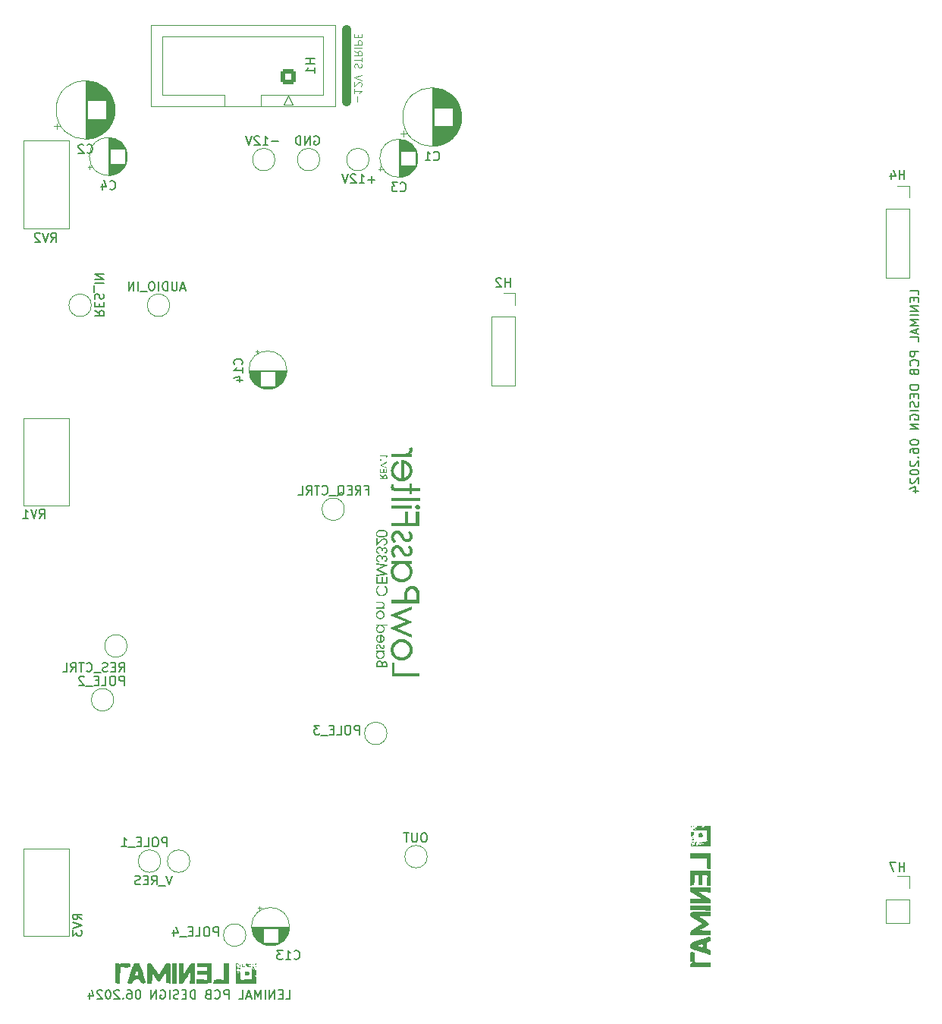
<source format=gbo>
G04 #@! TF.GenerationSoftware,KiCad,Pcbnew,8.0.2-1*
G04 #@! TF.CreationDate,2024-06-17T09:47:28+02:00*
G04 #@! TF.ProjectId,3320,33333230-2e6b-4696-9361-645f70636258,rev?*
G04 #@! TF.SameCoordinates,Original*
G04 #@! TF.FileFunction,Legend,Bot*
G04 #@! TF.FilePolarity,Positive*
%FSLAX46Y46*%
G04 Gerber Fmt 4.6, Leading zero omitted, Abs format (unit mm)*
G04 Created by KiCad (PCBNEW 8.0.2-1) date 2024-06-17 09:47:28*
%MOMM*%
%LPD*%
G01*
G04 APERTURE LIST*
G04 Aperture macros list*
%AMRoundRect*
0 Rectangle with rounded corners*
0 $1 Rounding radius*
0 $2 $3 $4 $5 $6 $7 $8 $9 X,Y pos of 4 corners*
0 Add a 4 corners polygon primitive as box body*
4,1,4,$2,$3,$4,$5,$6,$7,$8,$9,$2,$3,0*
0 Add four circle primitives for the rounded corners*
1,1,$1+$1,$2,$3*
1,1,$1+$1,$4,$5*
1,1,$1+$1,$6,$7*
1,1,$1+$1,$8,$9*
0 Add four rect primitives between the rounded corners*
20,1,$1+$1,$2,$3,$4,$5,0*
20,1,$1+$1,$4,$5,$6,$7,0*
20,1,$1+$1,$6,$7,$8,$9,0*
20,1,$1+$1,$8,$9,$2,$3,0*%
G04 Aperture macros list end*
%ADD10C,0.150000*%
%ADD11C,0.100000*%
%ADD12C,0.120000*%
%ADD13C,1.000000*%
%ADD14C,0.000000*%
%ADD15C,1.600000*%
%ADD16O,1.600000X1.600000*%
%ADD17R,2.200000X2.200000*%
%ADD18O,2.200000X2.200000*%
%ADD19O,4.000000X4.000000*%
%ADD20R,1.800000X1.800000*%
%ADD21C,1.800000*%
%ADD22C,1.400000*%
%ADD23C,3.200000*%
%ADD24R,1.930000X1.830000*%
%ADD25C,2.130000*%
%ADD26R,1.700000X1.700000*%
%ADD27O,1.700000X1.700000*%
%ADD28R,1.600000X2.400000*%
%ADD29O,1.600000X2.400000*%
%ADD30R,2.400000X1.600000*%
%ADD31O,2.400000X1.600000*%
%ADD32C,3.240000*%
%ADD33R,1.600000X1.600000*%
%ADD34C,2.000000*%
%ADD35RoundRect,0.250000X0.600000X-0.600000X0.600000X0.600000X-0.600000X0.600000X-0.600000X-0.600000X0*%
%ADD36C,1.700000*%
%ADD37R,1.200000X1.200000*%
%ADD38C,1.200000*%
%ADD39C,1.440000*%
G04 APERTURE END LIST*
D10*
X61091792Y-122869819D02*
X61425125Y-122393628D01*
X61663220Y-122869819D02*
X61663220Y-121869819D01*
X61663220Y-121869819D02*
X61282268Y-121869819D01*
X61282268Y-121869819D02*
X61187030Y-121917438D01*
X61187030Y-121917438D02*
X61139411Y-121965057D01*
X61139411Y-121965057D02*
X61091792Y-122060295D01*
X61091792Y-122060295D02*
X61091792Y-122203152D01*
X61091792Y-122203152D02*
X61139411Y-122298390D01*
X61139411Y-122298390D02*
X61187030Y-122346009D01*
X61187030Y-122346009D02*
X61282268Y-122393628D01*
X61282268Y-122393628D02*
X61663220Y-122393628D01*
X60663220Y-122346009D02*
X60329887Y-122346009D01*
X60187030Y-122869819D02*
X60663220Y-122869819D01*
X60663220Y-122869819D02*
X60663220Y-121869819D01*
X60663220Y-121869819D02*
X60187030Y-121869819D01*
X59806077Y-122822200D02*
X59663220Y-122869819D01*
X59663220Y-122869819D02*
X59425125Y-122869819D01*
X59425125Y-122869819D02*
X59329887Y-122822200D01*
X59329887Y-122822200D02*
X59282268Y-122774580D01*
X59282268Y-122774580D02*
X59234649Y-122679342D01*
X59234649Y-122679342D02*
X59234649Y-122584104D01*
X59234649Y-122584104D02*
X59282268Y-122488866D01*
X59282268Y-122488866D02*
X59329887Y-122441247D01*
X59329887Y-122441247D02*
X59425125Y-122393628D01*
X59425125Y-122393628D02*
X59615601Y-122346009D01*
X59615601Y-122346009D02*
X59710839Y-122298390D01*
X59710839Y-122298390D02*
X59758458Y-122250771D01*
X59758458Y-122250771D02*
X59806077Y-122155533D01*
X59806077Y-122155533D02*
X59806077Y-122060295D01*
X59806077Y-122060295D02*
X59758458Y-121965057D01*
X59758458Y-121965057D02*
X59710839Y-121917438D01*
X59710839Y-121917438D02*
X59615601Y-121869819D01*
X59615601Y-121869819D02*
X59377506Y-121869819D01*
X59377506Y-121869819D02*
X59234649Y-121917438D01*
X59044173Y-122965057D02*
X58282268Y-122965057D01*
X57472744Y-122774580D02*
X57520363Y-122822200D01*
X57520363Y-122822200D02*
X57663220Y-122869819D01*
X57663220Y-122869819D02*
X57758458Y-122869819D01*
X57758458Y-122869819D02*
X57901315Y-122822200D01*
X57901315Y-122822200D02*
X57996553Y-122726961D01*
X57996553Y-122726961D02*
X58044172Y-122631723D01*
X58044172Y-122631723D02*
X58091791Y-122441247D01*
X58091791Y-122441247D02*
X58091791Y-122298390D01*
X58091791Y-122298390D02*
X58044172Y-122107914D01*
X58044172Y-122107914D02*
X57996553Y-122012676D01*
X57996553Y-122012676D02*
X57901315Y-121917438D01*
X57901315Y-121917438D02*
X57758458Y-121869819D01*
X57758458Y-121869819D02*
X57663220Y-121869819D01*
X57663220Y-121869819D02*
X57520363Y-121917438D01*
X57520363Y-121917438D02*
X57472744Y-121965057D01*
X57187029Y-121869819D02*
X56615601Y-121869819D01*
X56901315Y-122869819D02*
X56901315Y-121869819D01*
X55710839Y-122869819D02*
X56044172Y-122393628D01*
X56282267Y-122869819D02*
X56282267Y-121869819D01*
X56282267Y-121869819D02*
X55901315Y-121869819D01*
X55901315Y-121869819D02*
X55806077Y-121917438D01*
X55806077Y-121917438D02*
X55758458Y-121965057D01*
X55758458Y-121965057D02*
X55710839Y-122060295D01*
X55710839Y-122060295D02*
X55710839Y-122203152D01*
X55710839Y-122203152D02*
X55758458Y-122298390D01*
X55758458Y-122298390D02*
X55806077Y-122346009D01*
X55806077Y-122346009D02*
X55901315Y-122393628D01*
X55901315Y-122393628D02*
X56282267Y-122393628D01*
X54806077Y-122869819D02*
X55282267Y-122869819D01*
X55282267Y-122869819D02*
X55282267Y-121869819D01*
X67056077Y-145619819D02*
X66722744Y-146619819D01*
X66722744Y-146619819D02*
X66389411Y-145619819D01*
X66294173Y-146715057D02*
X65532268Y-146715057D01*
X64722744Y-146619819D02*
X65056077Y-146143628D01*
X65294172Y-146619819D02*
X65294172Y-145619819D01*
X65294172Y-145619819D02*
X64913220Y-145619819D01*
X64913220Y-145619819D02*
X64817982Y-145667438D01*
X64817982Y-145667438D02*
X64770363Y-145715057D01*
X64770363Y-145715057D02*
X64722744Y-145810295D01*
X64722744Y-145810295D02*
X64722744Y-145953152D01*
X64722744Y-145953152D02*
X64770363Y-146048390D01*
X64770363Y-146048390D02*
X64817982Y-146096009D01*
X64817982Y-146096009D02*
X64913220Y-146143628D01*
X64913220Y-146143628D02*
X65294172Y-146143628D01*
X64294172Y-146096009D02*
X63960839Y-146096009D01*
X63817982Y-146619819D02*
X64294172Y-146619819D01*
X64294172Y-146619819D02*
X64294172Y-145619819D01*
X64294172Y-145619819D02*
X63817982Y-145619819D01*
X63437029Y-146572200D02*
X63294172Y-146619819D01*
X63294172Y-146619819D02*
X63056077Y-146619819D01*
X63056077Y-146619819D02*
X62960839Y-146572200D01*
X62960839Y-146572200D02*
X62913220Y-146524580D01*
X62913220Y-146524580D02*
X62865601Y-146429342D01*
X62865601Y-146429342D02*
X62865601Y-146334104D01*
X62865601Y-146334104D02*
X62913220Y-146238866D01*
X62913220Y-146238866D02*
X62960839Y-146191247D01*
X62960839Y-146191247D02*
X63056077Y-146143628D01*
X63056077Y-146143628D02*
X63246553Y-146096009D01*
X63246553Y-146096009D02*
X63341791Y-146048390D01*
X63341791Y-146048390D02*
X63389410Y-146000771D01*
X63389410Y-146000771D02*
X63437029Y-145905533D01*
X63437029Y-145905533D02*
X63437029Y-145810295D01*
X63437029Y-145810295D02*
X63389410Y-145715057D01*
X63389410Y-145715057D02*
X63341791Y-145667438D01*
X63341791Y-145667438D02*
X63246553Y-145619819D01*
X63246553Y-145619819D02*
X63008458Y-145619819D01*
X63008458Y-145619819D02*
X62865601Y-145667438D01*
G36*
X90178320Y-121610702D02*
G01*
X90236950Y-121618623D01*
X90296438Y-121638573D01*
X90349973Y-121670258D01*
X90379109Y-121694740D01*
X90417906Y-121739191D01*
X90450815Y-121792916D01*
X90475123Y-121848457D01*
X90505483Y-121808519D01*
X90554285Y-121763978D01*
X90610437Y-121732705D01*
X90673937Y-121714699D01*
X90734216Y-121709825D01*
X90743782Y-121709925D01*
X90806848Y-121716218D01*
X90870577Y-121735397D01*
X90925403Y-121767363D01*
X90971327Y-121812114D01*
X90976448Y-121818581D01*
X91007743Y-121868992D01*
X91031073Y-121928407D01*
X91044729Y-121986501D01*
X91052533Y-122051210D01*
X91054565Y-122110188D01*
X91054565Y-122361660D01*
X89797789Y-122361660D01*
X89797789Y-122079706D01*
X89947852Y-122079706D01*
X89947852Y-122218046D01*
X90379282Y-122218046D01*
X90379282Y-122162358D01*
X90379270Y-122160600D01*
X90529345Y-122160600D01*
X90529345Y-122218046D01*
X90904502Y-122218046D01*
X90904502Y-122089672D01*
X90904334Y-122075444D01*
X90898453Y-122011083D01*
X90880308Y-121948754D01*
X90843849Y-121896588D01*
X90790926Y-121866552D01*
X90732457Y-121858422D01*
X90671910Y-121865778D01*
X90618201Y-121890862D01*
X90577998Y-121933747D01*
X90556712Y-121976062D01*
X90540035Y-122035140D01*
X90531673Y-122097852D01*
X90529345Y-122160600D01*
X90379270Y-122160600D01*
X90379035Y-122124604D01*
X90377412Y-122065852D01*
X90373100Y-122003997D01*
X90363455Y-121945471D01*
X90346834Y-121896488D01*
X90316561Y-121844061D01*
X90294093Y-121818039D01*
X90245046Y-121781632D01*
X90210152Y-121767969D01*
X90151843Y-121760530D01*
X90102981Y-121768322D01*
X90048382Y-121795994D01*
X90003905Y-121837393D01*
X89972471Y-121890662D01*
X89969490Y-121898305D01*
X89955641Y-121955842D01*
X89949390Y-122019091D01*
X89947852Y-122079706D01*
X89797789Y-122079706D01*
X89797789Y-122015519D01*
X89800279Y-121960767D01*
X89809841Y-121899465D01*
X89830061Y-121834015D01*
X89860042Y-121775100D01*
X89899785Y-121722721D01*
X89926190Y-121696343D01*
X89976411Y-121658644D01*
X90031738Y-121631716D01*
X90092169Y-121615560D01*
X90157705Y-121610174D01*
X90178320Y-121610702D01*
G37*
G36*
X90716923Y-120639748D02*
G01*
X90576826Y-120639748D01*
X90596630Y-120657112D01*
X90640551Y-120702744D01*
X90676486Y-120751553D01*
X90704436Y-120803540D01*
X90724400Y-120858704D01*
X90736378Y-120917044D01*
X90740371Y-120978562D01*
X90736886Y-121040074D01*
X90726432Y-121098581D01*
X90704687Y-121164822D01*
X90672906Y-121226735D01*
X90638755Y-121275023D01*
X90597635Y-121320307D01*
X90551712Y-121360667D01*
X90502970Y-121394186D01*
X90440758Y-121425380D01*
X90374486Y-121446723D01*
X90316158Y-121456984D01*
X90255011Y-121460404D01*
X90193899Y-121457005D01*
X90135491Y-121446809D01*
X90068972Y-121425600D01*
X90006347Y-121394602D01*
X89957136Y-121361293D01*
X89910629Y-121321186D01*
X89876832Y-121285429D01*
X89840922Y-121238259D01*
X89807125Y-121178029D01*
X89783467Y-121113842D01*
X89769949Y-121045698D01*
X89766428Y-120985889D01*
X89766693Y-120975924D01*
X89904767Y-120975924D01*
X89905694Y-121002167D01*
X89915071Y-121060634D01*
X89938152Y-121122715D01*
X89969167Y-121172888D01*
X90010280Y-121219190D01*
X90037254Y-121242889D01*
X90087322Y-121276759D01*
X90141038Y-121300952D01*
X90198399Y-121315468D01*
X90259408Y-121320307D01*
X90294716Y-121318750D01*
X90353641Y-121308531D01*
X90408919Y-121288776D01*
X90460550Y-121259484D01*
X90508535Y-121220655D01*
X90527392Y-121201579D01*
X90564177Y-121154023D01*
X90593853Y-121094452D01*
X90608999Y-121037760D01*
X90614048Y-120976803D01*
X90613649Y-120958917D01*
X90605957Y-120899073D01*
X90585180Y-120835934D01*
X90551616Y-120778401D01*
X90511759Y-120732658D01*
X90485491Y-120709303D01*
X90435819Y-120675923D01*
X90381435Y-120652081D01*
X90322338Y-120637776D01*
X90258528Y-120633007D01*
X90221567Y-120634592D01*
X90160609Y-120644990D01*
X90104391Y-120665094D01*
X90052914Y-120694903D01*
X90006177Y-120734417D01*
X89993897Y-120747244D01*
X89957155Y-120794520D01*
X89927050Y-120853083D01*
X89909620Y-120916483D01*
X89904767Y-120975924D01*
X89766693Y-120975924D01*
X89767074Y-120961594D01*
X89774338Y-120902407D01*
X89789674Y-120845439D01*
X89813081Y-120790689D01*
X89844560Y-120738157D01*
X89884110Y-120687844D01*
X89931732Y-120639748D01*
X89796909Y-120639748D01*
X89796909Y-120503168D01*
X90716923Y-120503168D01*
X90716923Y-120639748D01*
G37*
G36*
X90619324Y-119793886D02*
G01*
X90526414Y-119883279D01*
X90567062Y-119932042D01*
X90598909Y-119984361D01*
X90617872Y-120044654D01*
X90619324Y-120065582D01*
X90606501Y-120124521D01*
X90586498Y-120153510D01*
X90536723Y-120184783D01*
X90505311Y-120188974D01*
X90447272Y-120171933D01*
X90420901Y-120149406D01*
X90383304Y-120098578D01*
X90350904Y-120044195D01*
X90331508Y-120008429D01*
X90300787Y-119955073D01*
X90264585Y-119904434D01*
X90222252Y-119859245D01*
X90214272Y-119852212D01*
X90162092Y-119818634D01*
X90101834Y-119800554D01*
X90057175Y-119797110D01*
X89993748Y-119803602D01*
X89936350Y-119823077D01*
X89884979Y-119855534D01*
X89859045Y-119879176D01*
X89820366Y-119928187D01*
X89794346Y-119983226D01*
X89780984Y-120044292D01*
X89779031Y-120080823D01*
X89783946Y-120141513D01*
X89798691Y-120198288D01*
X89828317Y-120259577D01*
X89864361Y-120307869D01*
X89910234Y-120352244D01*
X89918836Y-120359260D01*
X90016728Y-120271625D01*
X89970181Y-120225830D01*
X89933713Y-120173784D01*
X89912933Y-120115304D01*
X89910336Y-120085806D01*
X89920887Y-120026308D01*
X89952541Y-119976189D01*
X90001437Y-119940513D01*
X90051313Y-119930467D01*
X90109015Y-119943636D01*
X90145688Y-119972086D01*
X90181440Y-120019578D01*
X90212915Y-120072793D01*
X90234495Y-120113942D01*
X90263874Y-120166477D01*
X90298530Y-120215822D01*
X90339098Y-120259126D01*
X90346749Y-120265764D01*
X90398393Y-120297019D01*
X90455364Y-120312997D01*
X90508829Y-120317055D01*
X90568741Y-120309899D01*
X90627900Y-120285499D01*
X90675550Y-120248290D01*
X90679994Y-120243782D01*
X90717397Y-120193224D01*
X90740948Y-120133506D01*
X90750299Y-120071929D01*
X90750922Y-120049755D01*
X90742697Y-119988481D01*
X90722006Y-119933393D01*
X90688721Y-119876931D01*
X90650167Y-119827441D01*
X90619324Y-119793886D01*
G37*
G36*
X90258356Y-118715890D02*
G01*
X90327760Y-118723245D01*
X90392256Y-118736939D01*
X90451843Y-118756973D01*
X90506522Y-118783347D01*
X90556291Y-118816061D01*
X90601152Y-118855115D01*
X90633026Y-118889855D01*
X90672868Y-118945847D01*
X90703148Y-119006496D01*
X90723866Y-119071803D01*
X90733827Y-119129783D01*
X90737147Y-119190997D01*
X90734903Y-119240177D01*
X90725787Y-119298806D01*
X90705591Y-119364985D01*
X90675297Y-119426609D01*
X90634905Y-119483680D01*
X90593532Y-119527759D01*
X90547413Y-119566938D01*
X90498632Y-119599475D01*
X90436581Y-119629755D01*
X90370698Y-119650473D01*
X90312867Y-119660434D01*
X90252374Y-119663754D01*
X90215857Y-119662566D01*
X90145962Y-119653066D01*
X90080250Y-119634065D01*
X90018721Y-119605565D01*
X89961376Y-119567563D01*
X89916784Y-119528639D01*
X89884498Y-119493724D01*
X89844141Y-119437093D01*
X89813469Y-119375352D01*
X89792483Y-119308500D01*
X89782394Y-119248885D01*
X89779031Y-119185722D01*
X89779307Y-119167129D01*
X89784618Y-119104650D01*
X89796690Y-119046210D01*
X89818763Y-118984368D01*
X89849666Y-118927801D01*
X89873684Y-118894705D01*
X89913537Y-118850727D01*
X89960655Y-118809498D01*
X90015037Y-118771018D01*
X90067433Y-118740223D01*
X90128103Y-118858339D01*
X90101733Y-118873293D01*
X90043250Y-118914266D01*
X89995401Y-118960362D01*
X89958185Y-119011581D01*
X89931602Y-119067924D01*
X89915652Y-119129390D01*
X89910336Y-119195980D01*
X89915795Y-119258775D01*
X89932171Y-119317027D01*
X89959465Y-119370736D01*
X89997677Y-119419902D01*
X90003191Y-119425662D01*
X90051304Y-119465770D01*
X90106524Y-119495253D01*
X90168852Y-119514112D01*
X90229219Y-119521898D01*
X90229219Y-119504898D01*
X90360524Y-119504898D01*
X90405203Y-119488942D01*
X90457939Y-119463331D01*
X90512872Y-119424349D01*
X90555598Y-119377624D01*
X90586117Y-119323158D01*
X90604428Y-119260949D01*
X90610531Y-119190997D01*
X90608921Y-119155210D01*
X90597909Y-119094146D01*
X90576464Y-119037394D01*
X90544586Y-118984954D01*
X90522704Y-118958579D01*
X90476898Y-118918965D01*
X90422838Y-118889460D01*
X90360524Y-118870062D01*
X90360524Y-119504898D01*
X90229219Y-119504898D01*
X90229219Y-118714724D01*
X90258356Y-118715890D01*
G37*
G36*
X91073323Y-117748401D02*
G01*
X90587084Y-117748401D01*
X90606888Y-117765729D01*
X90650809Y-117811283D01*
X90686744Y-117860028D01*
X90714694Y-117911964D01*
X90734658Y-117967092D01*
X90746636Y-118025411D01*
X90750629Y-118086922D01*
X90747144Y-118148434D01*
X90736690Y-118206941D01*
X90714945Y-118273182D01*
X90683164Y-118335095D01*
X90649014Y-118383383D01*
X90607893Y-118428667D01*
X90561949Y-118469027D01*
X90513142Y-118502546D01*
X90450796Y-118533740D01*
X90384329Y-118555083D01*
X90325791Y-118565344D01*
X90264390Y-118568764D01*
X90203046Y-118565387D01*
X90144492Y-118555255D01*
X90077911Y-118534180D01*
X90015348Y-118503377D01*
X89966283Y-118470279D01*
X89920008Y-118430425D01*
X89886417Y-118394860D01*
X89850726Y-118347854D01*
X89817135Y-118287706D01*
X89793622Y-118223478D01*
X89780185Y-118155169D01*
X89776686Y-118095129D01*
X89776973Y-118084284D01*
X89904767Y-118084284D01*
X89905702Y-118110527D01*
X89915157Y-118168995D01*
X89938430Y-118231075D01*
X89969704Y-118281248D01*
X90011159Y-118327550D01*
X90038325Y-118351249D01*
X90088598Y-118385119D01*
X90142350Y-118409312D01*
X90199579Y-118423828D01*
X90260287Y-118428667D01*
X90286723Y-118427799D01*
X90345862Y-118419021D01*
X90409087Y-118397415D01*
X90460592Y-118368381D01*
X90508535Y-118329895D01*
X90533265Y-118304437D01*
X90568608Y-118256206D01*
X90593853Y-118203290D01*
X90608999Y-118145689D01*
X90614048Y-118083405D01*
X90613649Y-118065138D01*
X90605957Y-118004324D01*
X90585180Y-117940765D01*
X90551616Y-117883543D01*
X90511759Y-117838674D01*
X90485464Y-117815936D01*
X90435611Y-117783440D01*
X90380878Y-117760229D01*
X90321264Y-117746303D01*
X90256770Y-117741660D01*
X90219424Y-117743295D01*
X90158057Y-117754024D01*
X90101767Y-117774767D01*
X90050554Y-117805524D01*
X90004418Y-117846294D01*
X89998287Y-117852862D01*
X89960821Y-117900406D01*
X89929680Y-117958108D01*
X89910995Y-118019401D01*
X89904767Y-118084284D01*
X89776973Y-118084284D01*
X89777332Y-118070728D01*
X89784596Y-118011318D01*
X89799932Y-117954184D01*
X89823339Y-117899325D01*
X89854818Y-117846742D01*
X89894368Y-117796434D01*
X89941990Y-117748401D01*
X89807168Y-117748401D01*
X89807168Y-117611528D01*
X91073323Y-117611528D01*
X91073323Y-117748401D01*
G37*
G36*
X90322295Y-116048646D02*
G01*
X90380898Y-116058843D01*
X90447499Y-116080052D01*
X90510041Y-116111050D01*
X90559058Y-116144359D01*
X90605256Y-116184466D01*
X90646629Y-116229438D01*
X90680990Y-116277345D01*
X90712967Y-116338705D01*
X90734846Y-116404290D01*
X90745364Y-116462171D01*
X90748870Y-116522986D01*
X90745364Y-116584231D01*
X90734846Y-116642484D01*
X90712967Y-116708440D01*
X90680990Y-116770089D01*
X90646629Y-116818173D01*
X90605256Y-116863265D01*
X90559058Y-116903372D01*
X90510041Y-116936681D01*
X90447499Y-116967679D01*
X90380898Y-116988888D01*
X90322295Y-116999085D01*
X90260873Y-117002484D01*
X90199550Y-116999106D01*
X90141061Y-116988974D01*
X90074614Y-116967899D01*
X90012247Y-116937097D01*
X89963392Y-116903998D01*
X89917370Y-116864145D01*
X89876334Y-116819262D01*
X89842254Y-116771260D01*
X89810538Y-116709539D01*
X89788838Y-116643325D01*
X89778405Y-116584716D01*
X89774928Y-116522986D01*
X89908284Y-116522986D01*
X89908679Y-116540931D01*
X89916283Y-116600745D01*
X89936822Y-116663403D01*
X89970001Y-116719979D01*
X90009401Y-116764494D01*
X90028799Y-116781674D01*
X90077046Y-116815189D01*
X90137304Y-116842227D01*
X90194508Y-116856027D01*
X90255891Y-116860628D01*
X90291611Y-116859071D01*
X90351125Y-116848852D01*
X90406824Y-116829097D01*
X90458708Y-116799805D01*
X90506777Y-116760976D01*
X90513268Y-116754711D01*
X90552939Y-116708788D01*
X90585912Y-116651873D01*
X90605695Y-116590232D01*
X90612290Y-116523866D01*
X90612187Y-116515293D01*
X90603944Y-116449347D01*
X90582511Y-116388091D01*
X90547890Y-116331524D01*
X90506777Y-116285875D01*
X90479790Y-116262313D01*
X90429631Y-116228640D01*
X90375741Y-116204587D01*
X90318121Y-116190155D01*
X90256770Y-116185345D01*
X90238909Y-116185731D01*
X90178972Y-116193158D01*
X90115385Y-116213221D01*
X90057037Y-116245630D01*
X90010280Y-116284117D01*
X89997929Y-116296625D01*
X89960975Y-116342945D01*
X89930695Y-116400725D01*
X89913165Y-116463671D01*
X89908284Y-116522986D01*
X89774928Y-116522986D01*
X89778405Y-116461285D01*
X89788838Y-116402762D01*
X89810538Y-116336727D01*
X89842254Y-116275267D01*
X89876334Y-116227545D01*
X89917370Y-116183000D01*
X89963392Y-116143316D01*
X90012247Y-116110357D01*
X90074614Y-116079685D01*
X90141061Y-116058700D01*
X90199550Y-116048610D01*
X90260873Y-116045247D01*
X90322295Y-116048646D01*
G37*
G36*
X89797789Y-115053426D02*
G01*
X89797789Y-115192058D01*
X90236547Y-115192058D01*
X90298440Y-115192745D01*
X90357773Y-115195214D01*
X90419495Y-115201539D01*
X90443469Y-115206420D01*
X90499750Y-115226842D01*
X90536086Y-115248625D01*
X90577638Y-115291733D01*
X90592653Y-115319553D01*
X90608315Y-115377084D01*
X90611411Y-115424187D01*
X90603790Y-115485150D01*
X90582804Y-115541238D01*
X90580929Y-115544940D01*
X90547347Y-115596499D01*
X90503203Y-115640716D01*
X90496519Y-115646057D01*
X90444415Y-115679892D01*
X90389220Y-115702265D01*
X90381627Y-115704382D01*
X90319020Y-115714026D01*
X90258277Y-115717983D01*
X90192654Y-115719822D01*
X90138654Y-115720209D01*
X89797789Y-115720209D01*
X89797789Y-115860600D01*
X90717803Y-115860600D01*
X90717803Y-115720209D01*
X90579170Y-115720209D01*
X90625863Y-115676205D01*
X90664642Y-115629740D01*
X90700730Y-115570732D01*
X90725422Y-115508180D01*
X90738718Y-115442083D01*
X90741250Y-115396050D01*
X90736213Y-115335600D01*
X90721100Y-115278813D01*
X90695912Y-115225690D01*
X90689666Y-115215505D01*
X90653802Y-115168742D01*
X90605559Y-115126494D01*
X90553707Y-115096440D01*
X90548103Y-115093872D01*
X90489628Y-115074321D01*
X90424726Y-115062313D01*
X90357960Y-115055954D01*
X90293319Y-115053584D01*
X90270252Y-115053426D01*
X89797789Y-115053426D01*
G37*
G36*
X90031383Y-113237725D02*
G01*
X89985551Y-113276397D01*
X89931455Y-113332016D01*
X89885374Y-113392269D01*
X89847306Y-113457157D01*
X89817253Y-113526679D01*
X89795214Y-113600836D01*
X89783944Y-113659495D01*
X89777182Y-113720760D01*
X89774928Y-113784633D01*
X89777826Y-113856459D01*
X89786523Y-113924951D01*
X89801017Y-113990109D01*
X89821309Y-114051933D01*
X89847399Y-114110423D01*
X89879286Y-114165579D01*
X89916972Y-114217401D01*
X89960454Y-114265889D01*
X90008439Y-114309784D01*
X90059483Y-114347827D01*
X90113586Y-114380016D01*
X90170748Y-114406353D01*
X90230969Y-114426838D01*
X90294249Y-114441469D01*
X90360588Y-114450248D01*
X90429987Y-114453175D01*
X90494875Y-114450125D01*
X90557866Y-114440975D01*
X90618962Y-114425725D01*
X90678162Y-114404375D01*
X90735466Y-114376925D01*
X90754146Y-114366420D01*
X90807613Y-114331438D01*
X90856568Y-114291777D01*
X90901009Y-114247439D01*
X90940937Y-114198423D01*
X90976352Y-114144729D01*
X90987154Y-114125792D01*
X91015840Y-114067334D01*
X91038591Y-114007144D01*
X91055407Y-113945224D01*
X91066288Y-113881573D01*
X91071234Y-113816191D01*
X91071564Y-113794012D01*
X91069153Y-113728496D01*
X91061920Y-113665597D01*
X91049864Y-113605315D01*
X91032986Y-113547650D01*
X91011286Y-113492603D01*
X91002981Y-113474836D01*
X90970074Y-113415388D01*
X90931109Y-113360400D01*
X90886085Y-113309873D01*
X90842671Y-113270113D01*
X90803092Y-113239483D01*
X90716923Y-113350858D01*
X90766795Y-113396040D01*
X90810017Y-113443804D01*
X90846589Y-113494152D01*
X90876512Y-113547083D01*
X90899785Y-113602596D01*
X90916409Y-113660692D01*
X90926383Y-113721371D01*
X90929708Y-113784633D01*
X90926080Y-113849162D01*
X90915196Y-113910857D01*
X90897057Y-113969719D01*
X90871662Y-114025747D01*
X90839011Y-114078941D01*
X90799105Y-114129302D01*
X90781110Y-114148653D01*
X90733042Y-114192644D01*
X90681711Y-114229178D01*
X90627117Y-114258257D01*
X90569260Y-114279880D01*
X90508140Y-114294046D01*
X90443758Y-114300757D01*
X90417091Y-114301353D01*
X90351588Y-114297704D01*
X90289533Y-114286756D01*
X90230928Y-114268509D01*
X90175771Y-114242964D01*
X90124064Y-114210120D01*
X90075805Y-114169977D01*
X90057468Y-114151877D01*
X90015925Y-114103004D01*
X89981424Y-114049810D01*
X89953964Y-113992294D01*
X89933545Y-113930455D01*
X89920167Y-113864295D01*
X89913830Y-113793813D01*
X89913267Y-113764410D01*
X89918254Y-113691562D01*
X89933216Y-113621762D01*
X89958154Y-113555011D01*
X89993065Y-113491308D01*
X90028177Y-113442540D01*
X90069672Y-113395724D01*
X90117551Y-113350858D01*
X90031383Y-113237725D01*
G37*
G36*
X90885744Y-112310969D02*
G01*
X90885744Y-112884842D01*
X90548103Y-112884842D01*
X90548103Y-112315952D01*
X90398040Y-112315952D01*
X90398040Y-112884842D01*
X89947852Y-112884842D01*
X89947852Y-112315952D01*
X89797789Y-112315952D01*
X89797789Y-113029923D01*
X91035807Y-113029923D01*
X91035807Y-112310969D01*
X90885744Y-112310969D01*
G37*
G36*
X89797789Y-110794221D02*
G01*
X89797789Y-110937836D01*
X90640133Y-111052728D01*
X89797789Y-111468039D01*
X89797789Y-111511709D01*
X90646875Y-111932295D01*
X89797789Y-112046894D01*
X89797789Y-112186992D01*
X91035807Y-112011430D01*
X91035807Y-111975966D01*
X90053071Y-111489727D01*
X91035807Y-111007006D01*
X91035807Y-110971542D01*
X89797789Y-110794221D01*
G37*
G36*
X90493881Y-110048890D02*
G01*
X90463922Y-109996383D01*
X90423782Y-109946363D01*
X90376430Y-109905101D01*
X90360817Y-109894431D01*
X90306418Y-109865528D01*
X90249099Y-109847330D01*
X90188861Y-109839837D01*
X90176463Y-109839623D01*
X90116961Y-109843868D01*
X90051605Y-109859552D01*
X89990625Y-109886792D01*
X89941839Y-109919339D01*
X89896267Y-109960376D01*
X89856425Y-110007785D01*
X89824826Y-110059666D01*
X89801471Y-110116018D01*
X89786358Y-110176843D01*
X89779489Y-110242139D01*
X89779031Y-110264898D01*
X89782359Y-110324885D01*
X89794655Y-110389529D01*
X89816011Y-110448424D01*
X89846427Y-110501568D01*
X89873699Y-110536008D01*
X89919479Y-110578888D01*
X89973981Y-110615204D01*
X90027641Y-110641109D01*
X90087710Y-110662191D01*
X90154188Y-110678450D01*
X90154188Y-110535129D01*
X90098098Y-110517067D01*
X90044192Y-110492105D01*
X89995718Y-110458606D01*
X89975988Y-110439581D01*
X89942949Y-110389684D01*
X89924814Y-110333264D01*
X89918183Y-110273480D01*
X89917956Y-110259036D01*
X89923752Y-110196082D01*
X89941140Y-110139108D01*
X89970120Y-110088116D01*
X89991229Y-110062372D01*
X90040757Y-110020486D01*
X90097383Y-109994114D01*
X90161108Y-109983255D01*
X90174704Y-109982944D01*
X90232935Y-109990085D01*
X90289206Y-110014769D01*
X90336604Y-110057084D01*
X90349094Y-110073217D01*
X90380518Y-110130741D01*
X90400316Y-110193202D01*
X90411357Y-110256600D01*
X90416156Y-110317438D01*
X90416798Y-110339050D01*
X90548103Y-110339050D01*
X90551473Y-110278820D01*
X90563323Y-110218418D01*
X90586495Y-110160441D01*
X90602032Y-110135059D01*
X90642225Y-110090839D01*
X90697763Y-110062244D01*
X90736267Y-110057390D01*
X90797018Y-110067306D01*
X90848772Y-110097054D01*
X90869624Y-110117473D01*
X90904161Y-110170262D01*
X90921091Y-110231466D01*
X90922967Y-110262554D01*
X90916166Y-110321850D01*
X90893450Y-110376041D01*
X90874607Y-110400893D01*
X90827329Y-110441383D01*
X90774479Y-110471564D01*
X90728647Y-110491165D01*
X90728647Y-110638004D01*
X90786758Y-110621912D01*
X90847809Y-110597747D01*
X90901594Y-110567776D01*
X90948114Y-110531999D01*
X90976896Y-110502889D01*
X91014594Y-110451103D01*
X91041522Y-110393639D01*
X91057679Y-110330496D01*
X91062980Y-110270588D01*
X91063064Y-110261674D01*
X91058534Y-110200666D01*
X91044944Y-110143304D01*
X91018319Y-110082213D01*
X90985314Y-110032665D01*
X90968396Y-110012547D01*
X90925057Y-109971434D01*
X90870821Y-109936812D01*
X90811566Y-109915380D01*
X90747292Y-109907137D01*
X90738905Y-109907034D01*
X90674086Y-109913822D01*
X90615550Y-109934186D01*
X90563298Y-109968126D01*
X90517328Y-110015642D01*
X90493881Y-110048890D01*
G37*
G36*
X90493881Y-109118032D02*
G01*
X90463922Y-109065525D01*
X90423782Y-109015505D01*
X90376430Y-108974243D01*
X90360817Y-108963572D01*
X90306418Y-108934670D01*
X90249099Y-108916472D01*
X90188861Y-108908978D01*
X90176463Y-108908764D01*
X90116961Y-108913010D01*
X90051605Y-108928693D01*
X89990625Y-108955934D01*
X89941839Y-108988481D01*
X89896267Y-109029518D01*
X89856425Y-109076927D01*
X89824826Y-109128807D01*
X89801471Y-109185160D01*
X89786358Y-109245984D01*
X89779489Y-109311281D01*
X89779031Y-109334040D01*
X89782359Y-109394026D01*
X89794655Y-109458671D01*
X89816011Y-109517566D01*
X89846427Y-109570710D01*
X89873699Y-109605150D01*
X89919479Y-109648030D01*
X89973981Y-109684346D01*
X90027641Y-109710250D01*
X90087710Y-109731332D01*
X90154188Y-109747592D01*
X90154188Y-109604270D01*
X90098098Y-109586209D01*
X90044192Y-109561247D01*
X89995718Y-109527748D01*
X89975988Y-109508722D01*
X89942949Y-109458826D01*
X89924814Y-109402406D01*
X89918183Y-109342622D01*
X89917956Y-109328178D01*
X89923752Y-109265223D01*
X89941140Y-109208250D01*
X89970120Y-109157258D01*
X89991229Y-109131514D01*
X90040757Y-109089628D01*
X90097383Y-109063256D01*
X90161108Y-109052396D01*
X90174704Y-109052086D01*
X90232935Y-109059227D01*
X90289206Y-109083910D01*
X90336604Y-109126226D01*
X90349094Y-109142358D01*
X90380518Y-109199883D01*
X90400316Y-109262343D01*
X90411357Y-109325742D01*
X90416156Y-109386580D01*
X90416798Y-109408192D01*
X90548103Y-109408192D01*
X90551473Y-109347962D01*
X90563323Y-109287560D01*
X90586495Y-109229583D01*
X90602032Y-109204200D01*
X90642225Y-109159981D01*
X90697763Y-109131386D01*
X90736267Y-109126531D01*
X90797018Y-109136447D01*
X90848772Y-109166196D01*
X90869624Y-109186615D01*
X90904161Y-109239403D01*
X90921091Y-109300608D01*
X90922967Y-109331695D01*
X90916166Y-109390991D01*
X90893450Y-109445182D01*
X90874607Y-109470034D01*
X90827329Y-109510525D01*
X90774479Y-109540706D01*
X90728647Y-109560307D01*
X90728647Y-109707145D01*
X90786758Y-109691054D01*
X90847809Y-109666889D01*
X90901594Y-109636918D01*
X90948114Y-109601140D01*
X90976896Y-109572030D01*
X91014594Y-109520245D01*
X91041522Y-109462780D01*
X91057679Y-109399637D01*
X91062980Y-109339729D01*
X91063064Y-109330816D01*
X91058534Y-109269808D01*
X91044944Y-109212446D01*
X91018319Y-109151355D01*
X90985314Y-109101807D01*
X90968396Y-109081688D01*
X90925057Y-109040575D01*
X90870821Y-109005954D01*
X90811566Y-108984522D01*
X90747292Y-108976278D01*
X90738905Y-108976175D01*
X90674086Y-108982963D01*
X90615550Y-109003328D01*
X90563298Y-109037268D01*
X90517328Y-109084784D01*
X90493881Y-109118032D01*
G37*
G36*
X89816547Y-107974389D02*
G01*
X89816547Y-108836957D01*
X90327698Y-108355994D01*
X90373832Y-108312875D01*
X90422863Y-108268873D01*
X90472579Y-108226897D01*
X90520451Y-108190271D01*
X90529931Y-108183656D01*
X90583467Y-108154788D01*
X90641713Y-108137903D01*
X90698752Y-108132951D01*
X90761031Y-108141644D01*
X90817700Y-108167723D01*
X90864348Y-108206517D01*
X90901752Y-108255959D01*
X90925302Y-108312328D01*
X90934999Y-108375623D01*
X90935277Y-108389113D01*
X90929202Y-108447426D01*
X90908205Y-108505529D01*
X90872210Y-108556591D01*
X90858487Y-108570537D01*
X90810145Y-108606343D01*
X90751511Y-108632320D01*
X90690749Y-108647157D01*
X90639840Y-108653189D01*
X90639840Y-108793286D01*
X90700119Y-108787954D01*
X90767163Y-108774490D01*
X90828438Y-108753319D01*
X90883942Y-108724440D01*
X90933676Y-108687854D01*
X90956379Y-108666671D01*
X90996321Y-108620526D01*
X91027999Y-108570899D01*
X91054512Y-108508598D01*
X91068285Y-108451425D01*
X91073794Y-108390768D01*
X91073909Y-108380321D01*
X91070076Y-108319362D01*
X91055915Y-108253349D01*
X91031319Y-108192834D01*
X90996289Y-108137816D01*
X90964879Y-108101884D01*
X90914992Y-108058829D01*
X90860478Y-108026350D01*
X90801335Y-108004445D01*
X90737563Y-107993115D01*
X90699045Y-107991388D01*
X90635624Y-107996187D01*
X90574614Y-108010585D01*
X90516015Y-108034580D01*
X90484502Y-108052058D01*
X90432790Y-108086313D01*
X90384205Y-108122718D01*
X90332508Y-108165125D01*
X90285717Y-108206252D01*
X90253253Y-108236120D01*
X89947852Y-108519539D01*
X89947852Y-107974389D01*
X89816547Y-107974389D01*
G37*
G36*
X90441514Y-107036903D02*
G01*
X90516435Y-107039637D01*
X90586814Y-107046017D01*
X90652649Y-107056041D01*
X90713942Y-107069711D01*
X90784170Y-107091925D01*
X90847299Y-107119834D01*
X90903330Y-107153440D01*
X90942760Y-107183825D01*
X90984654Y-107225452D01*
X91024084Y-107280750D01*
X91051685Y-107341880D01*
X91067457Y-107408842D01*
X91071564Y-107469099D01*
X91070124Y-107505937D01*
X91058604Y-107574774D01*
X91035564Y-107637162D01*
X91001005Y-107693099D01*
X90954925Y-107742585D01*
X90907726Y-107778897D01*
X90875633Y-107798329D01*
X90816043Y-107826469D01*
X90748825Y-107849300D01*
X90689559Y-107863741D01*
X90625411Y-107874785D01*
X90556381Y-107882431D01*
X90482469Y-107886678D01*
X90423832Y-107887634D01*
X90403998Y-107887528D01*
X90327691Y-107884979D01*
X90256230Y-107879033D01*
X90189613Y-107869688D01*
X90127842Y-107856945D01*
X90057441Y-107836239D01*
X89994611Y-107810222D01*
X89939352Y-107778897D01*
X89909967Y-107757668D01*
X89859869Y-107710496D01*
X89821333Y-107657039D01*
X89794357Y-107597297D01*
X89778942Y-107531269D01*
X89774928Y-107471444D01*
X89775164Y-107465582D01*
X89908284Y-107465582D01*
X89910282Y-107499938D01*
X89926265Y-107562000D01*
X89958230Y-107615196D01*
X90006178Y-107659526D01*
X90070108Y-107694990D01*
X90128545Y-107715770D01*
X90195972Y-107731563D01*
X90272389Y-107742368D01*
X90357796Y-107748186D01*
X90419729Y-107749295D01*
X90435239Y-107749222D01*
X90494965Y-107747484D01*
X90564420Y-107742053D01*
X90628093Y-107733001D01*
X90685984Y-107720329D01*
X90747822Y-107700343D01*
X90801334Y-107675143D01*
X90809430Y-107670431D01*
X90858908Y-107634183D01*
X90900032Y-107585750D01*
X90924707Y-107529842D01*
X90932932Y-107466461D01*
X90932803Y-107458126D01*
X90922522Y-107395312D01*
X90895791Y-107339387D01*
X90852611Y-107290349D01*
X90801334Y-107253091D01*
X90792997Y-107248204D01*
X90738262Y-107222142D01*
X90675449Y-107201665D01*
X90616933Y-107188866D01*
X90552808Y-107179946D01*
X90483073Y-107174904D01*
X90423246Y-107173663D01*
X90407950Y-107173738D01*
X90348958Y-107175538D01*
X90280152Y-107181162D01*
X90216827Y-107190536D01*
X90158983Y-107203659D01*
X90096805Y-107224357D01*
X90042520Y-107250453D01*
X90034261Y-107255313D01*
X89983792Y-107292695D01*
X89941843Y-107342630D01*
X89916674Y-107400259D01*
X89908284Y-107465582D01*
X89775164Y-107465582D01*
X89776396Y-107434946D01*
X89788142Y-107366184D01*
X89811636Y-107303068D01*
X89846875Y-107245599D01*
X89893861Y-107193777D01*
X89941990Y-107154905D01*
X89963443Y-107140602D01*
X90022064Y-107108882D01*
X90087812Y-107082928D01*
X90145542Y-107066318D01*
X90207833Y-107053399D01*
X90274685Y-107044172D01*
X90346099Y-107038635D01*
X90422073Y-107036789D01*
X90441514Y-107036903D01*
G37*
X72163220Y-152369819D02*
X72163220Y-151369819D01*
X72163220Y-151369819D02*
X71782268Y-151369819D01*
X71782268Y-151369819D02*
X71687030Y-151417438D01*
X71687030Y-151417438D02*
X71639411Y-151465057D01*
X71639411Y-151465057D02*
X71591792Y-151560295D01*
X71591792Y-151560295D02*
X71591792Y-151703152D01*
X71591792Y-151703152D02*
X71639411Y-151798390D01*
X71639411Y-151798390D02*
X71687030Y-151846009D01*
X71687030Y-151846009D02*
X71782268Y-151893628D01*
X71782268Y-151893628D02*
X72163220Y-151893628D01*
X70972744Y-151369819D02*
X70782268Y-151369819D01*
X70782268Y-151369819D02*
X70687030Y-151417438D01*
X70687030Y-151417438D02*
X70591792Y-151512676D01*
X70591792Y-151512676D02*
X70544173Y-151703152D01*
X70544173Y-151703152D02*
X70544173Y-152036485D01*
X70544173Y-152036485D02*
X70591792Y-152226961D01*
X70591792Y-152226961D02*
X70687030Y-152322200D01*
X70687030Y-152322200D02*
X70782268Y-152369819D01*
X70782268Y-152369819D02*
X70972744Y-152369819D01*
X70972744Y-152369819D02*
X71067982Y-152322200D01*
X71067982Y-152322200D02*
X71163220Y-152226961D01*
X71163220Y-152226961D02*
X71210839Y-152036485D01*
X71210839Y-152036485D02*
X71210839Y-151703152D01*
X71210839Y-151703152D02*
X71163220Y-151512676D01*
X71163220Y-151512676D02*
X71067982Y-151417438D01*
X71067982Y-151417438D02*
X70972744Y-151369819D01*
X69639411Y-152369819D02*
X70115601Y-152369819D01*
X70115601Y-152369819D02*
X70115601Y-151369819D01*
X69306077Y-151846009D02*
X68972744Y-151846009D01*
X68829887Y-152369819D02*
X69306077Y-152369819D01*
X69306077Y-152369819D02*
X69306077Y-151369819D01*
X69306077Y-151369819D02*
X68829887Y-151369819D01*
X68639411Y-152465057D02*
X67877506Y-152465057D01*
X67210839Y-151703152D02*
X67210839Y-152369819D01*
X67448934Y-151322200D02*
X67687029Y-152036485D01*
X67687029Y-152036485D02*
X67067982Y-152036485D01*
X78913220Y-63738866D02*
X78151316Y-63738866D01*
X77151316Y-64119819D02*
X77722744Y-64119819D01*
X77437030Y-64119819D02*
X77437030Y-63119819D01*
X77437030Y-63119819D02*
X77532268Y-63262676D01*
X77532268Y-63262676D02*
X77627506Y-63357914D01*
X77627506Y-63357914D02*
X77722744Y-63405533D01*
X76770363Y-63215057D02*
X76722744Y-63167438D01*
X76722744Y-63167438D02*
X76627506Y-63119819D01*
X76627506Y-63119819D02*
X76389411Y-63119819D01*
X76389411Y-63119819D02*
X76294173Y-63167438D01*
X76294173Y-63167438D02*
X76246554Y-63215057D01*
X76246554Y-63215057D02*
X76198935Y-63310295D01*
X76198935Y-63310295D02*
X76198935Y-63405533D01*
X76198935Y-63405533D02*
X76246554Y-63548390D01*
X76246554Y-63548390D02*
X76817982Y-64119819D01*
X76817982Y-64119819D02*
X76198935Y-64119819D01*
X75913220Y-63119819D02*
X75579887Y-64119819D01*
X75579887Y-64119819D02*
X75246554Y-63119819D01*
X89663220Y-67988866D02*
X88901316Y-67988866D01*
X89282268Y-68369819D02*
X89282268Y-67607914D01*
X87901316Y-68369819D02*
X88472744Y-68369819D01*
X88187030Y-68369819D02*
X88187030Y-67369819D01*
X88187030Y-67369819D02*
X88282268Y-67512676D01*
X88282268Y-67512676D02*
X88377506Y-67607914D01*
X88377506Y-67607914D02*
X88472744Y-67655533D01*
X87520363Y-67465057D02*
X87472744Y-67417438D01*
X87472744Y-67417438D02*
X87377506Y-67369819D01*
X87377506Y-67369819D02*
X87139411Y-67369819D01*
X87139411Y-67369819D02*
X87044173Y-67417438D01*
X87044173Y-67417438D02*
X86996554Y-67465057D01*
X86996554Y-67465057D02*
X86948935Y-67560295D01*
X86948935Y-67560295D02*
X86948935Y-67655533D01*
X86948935Y-67655533D02*
X86996554Y-67798390D01*
X86996554Y-67798390D02*
X87567982Y-68369819D01*
X87567982Y-68369819D02*
X86948935Y-68369819D01*
X86663220Y-67369819D02*
X86329887Y-68369819D01*
X86329887Y-68369819D02*
X85996554Y-67369819D01*
X87913220Y-129869819D02*
X87913220Y-128869819D01*
X87913220Y-128869819D02*
X87532268Y-128869819D01*
X87532268Y-128869819D02*
X87437030Y-128917438D01*
X87437030Y-128917438D02*
X87389411Y-128965057D01*
X87389411Y-128965057D02*
X87341792Y-129060295D01*
X87341792Y-129060295D02*
X87341792Y-129203152D01*
X87341792Y-129203152D02*
X87389411Y-129298390D01*
X87389411Y-129298390D02*
X87437030Y-129346009D01*
X87437030Y-129346009D02*
X87532268Y-129393628D01*
X87532268Y-129393628D02*
X87913220Y-129393628D01*
X86722744Y-128869819D02*
X86532268Y-128869819D01*
X86532268Y-128869819D02*
X86437030Y-128917438D01*
X86437030Y-128917438D02*
X86341792Y-129012676D01*
X86341792Y-129012676D02*
X86294173Y-129203152D01*
X86294173Y-129203152D02*
X86294173Y-129536485D01*
X86294173Y-129536485D02*
X86341792Y-129726961D01*
X86341792Y-129726961D02*
X86437030Y-129822200D01*
X86437030Y-129822200D02*
X86532268Y-129869819D01*
X86532268Y-129869819D02*
X86722744Y-129869819D01*
X86722744Y-129869819D02*
X86817982Y-129822200D01*
X86817982Y-129822200D02*
X86913220Y-129726961D01*
X86913220Y-129726961D02*
X86960839Y-129536485D01*
X86960839Y-129536485D02*
X86960839Y-129203152D01*
X86960839Y-129203152D02*
X86913220Y-129012676D01*
X86913220Y-129012676D02*
X86817982Y-128917438D01*
X86817982Y-128917438D02*
X86722744Y-128869819D01*
X85389411Y-129869819D02*
X85865601Y-129869819D01*
X85865601Y-129869819D02*
X85865601Y-128869819D01*
X85056077Y-129346009D02*
X84722744Y-129346009D01*
X84579887Y-129869819D02*
X85056077Y-129869819D01*
X85056077Y-129869819D02*
X85056077Y-128869819D01*
X85056077Y-128869819D02*
X84579887Y-128869819D01*
X84389411Y-129965057D02*
X83627506Y-129965057D01*
X83484648Y-128869819D02*
X82865601Y-128869819D01*
X82865601Y-128869819D02*
X83198934Y-129250771D01*
X83198934Y-129250771D02*
X83056077Y-129250771D01*
X83056077Y-129250771D02*
X82960839Y-129298390D01*
X82960839Y-129298390D02*
X82913220Y-129346009D01*
X82913220Y-129346009D02*
X82865601Y-129441247D01*
X82865601Y-129441247D02*
X82865601Y-129679342D01*
X82865601Y-129679342D02*
X82913220Y-129774580D01*
X82913220Y-129774580D02*
X82960839Y-129822200D01*
X82960839Y-129822200D02*
X83056077Y-129869819D01*
X83056077Y-129869819D02*
X83341791Y-129869819D01*
X83341791Y-129869819D02*
X83437029Y-129822200D01*
X83437029Y-129822200D02*
X83484648Y-129774580D01*
X66413220Y-142369819D02*
X66413220Y-141369819D01*
X66413220Y-141369819D02*
X66032268Y-141369819D01*
X66032268Y-141369819D02*
X65937030Y-141417438D01*
X65937030Y-141417438D02*
X65889411Y-141465057D01*
X65889411Y-141465057D02*
X65841792Y-141560295D01*
X65841792Y-141560295D02*
X65841792Y-141703152D01*
X65841792Y-141703152D02*
X65889411Y-141798390D01*
X65889411Y-141798390D02*
X65937030Y-141846009D01*
X65937030Y-141846009D02*
X66032268Y-141893628D01*
X66032268Y-141893628D02*
X66413220Y-141893628D01*
X65222744Y-141369819D02*
X65032268Y-141369819D01*
X65032268Y-141369819D02*
X64937030Y-141417438D01*
X64937030Y-141417438D02*
X64841792Y-141512676D01*
X64841792Y-141512676D02*
X64794173Y-141703152D01*
X64794173Y-141703152D02*
X64794173Y-142036485D01*
X64794173Y-142036485D02*
X64841792Y-142226961D01*
X64841792Y-142226961D02*
X64937030Y-142322200D01*
X64937030Y-142322200D02*
X65032268Y-142369819D01*
X65032268Y-142369819D02*
X65222744Y-142369819D01*
X65222744Y-142369819D02*
X65317982Y-142322200D01*
X65317982Y-142322200D02*
X65413220Y-142226961D01*
X65413220Y-142226961D02*
X65460839Y-142036485D01*
X65460839Y-142036485D02*
X65460839Y-141703152D01*
X65460839Y-141703152D02*
X65413220Y-141512676D01*
X65413220Y-141512676D02*
X65317982Y-141417438D01*
X65317982Y-141417438D02*
X65222744Y-141369819D01*
X63889411Y-142369819D02*
X64365601Y-142369819D01*
X64365601Y-142369819D02*
X64365601Y-141369819D01*
X63556077Y-141846009D02*
X63222744Y-141846009D01*
X63079887Y-142369819D02*
X63556077Y-142369819D01*
X63556077Y-142369819D02*
X63556077Y-141369819D01*
X63556077Y-141369819D02*
X63079887Y-141369819D01*
X62889411Y-142465057D02*
X62127506Y-142465057D01*
X61365601Y-142369819D02*
X61937029Y-142369819D01*
X61651315Y-142369819D02*
X61651315Y-141369819D01*
X61651315Y-141369819D02*
X61746553Y-141512676D01*
X61746553Y-141512676D02*
X61841791Y-141607914D01*
X61841791Y-141607914D02*
X61937029Y-141655533D01*
X68460839Y-80084104D02*
X67984649Y-80084104D01*
X68556077Y-80369819D02*
X68222744Y-79369819D01*
X68222744Y-79369819D02*
X67889411Y-80369819D01*
X67556077Y-79369819D02*
X67556077Y-80179342D01*
X67556077Y-80179342D02*
X67508458Y-80274580D01*
X67508458Y-80274580D02*
X67460839Y-80322200D01*
X67460839Y-80322200D02*
X67365601Y-80369819D01*
X67365601Y-80369819D02*
X67175125Y-80369819D01*
X67175125Y-80369819D02*
X67079887Y-80322200D01*
X67079887Y-80322200D02*
X67032268Y-80274580D01*
X67032268Y-80274580D02*
X66984649Y-80179342D01*
X66984649Y-80179342D02*
X66984649Y-79369819D01*
X66508458Y-80369819D02*
X66508458Y-79369819D01*
X66508458Y-79369819D02*
X66270363Y-79369819D01*
X66270363Y-79369819D02*
X66127506Y-79417438D01*
X66127506Y-79417438D02*
X66032268Y-79512676D01*
X66032268Y-79512676D02*
X65984649Y-79607914D01*
X65984649Y-79607914D02*
X65937030Y-79798390D01*
X65937030Y-79798390D02*
X65937030Y-79941247D01*
X65937030Y-79941247D02*
X65984649Y-80131723D01*
X65984649Y-80131723D02*
X66032268Y-80226961D01*
X66032268Y-80226961D02*
X66127506Y-80322200D01*
X66127506Y-80322200D02*
X66270363Y-80369819D01*
X66270363Y-80369819D02*
X66508458Y-80369819D01*
X65508458Y-80369819D02*
X65508458Y-79369819D01*
X64841792Y-79369819D02*
X64651316Y-79369819D01*
X64651316Y-79369819D02*
X64556078Y-79417438D01*
X64556078Y-79417438D02*
X64460840Y-79512676D01*
X64460840Y-79512676D02*
X64413221Y-79703152D01*
X64413221Y-79703152D02*
X64413221Y-80036485D01*
X64413221Y-80036485D02*
X64460840Y-80226961D01*
X64460840Y-80226961D02*
X64556078Y-80322200D01*
X64556078Y-80322200D02*
X64651316Y-80369819D01*
X64651316Y-80369819D02*
X64841792Y-80369819D01*
X64841792Y-80369819D02*
X64937030Y-80322200D01*
X64937030Y-80322200D02*
X65032268Y-80226961D01*
X65032268Y-80226961D02*
X65079887Y-80036485D01*
X65079887Y-80036485D02*
X65079887Y-79703152D01*
X65079887Y-79703152D02*
X65032268Y-79512676D01*
X65032268Y-79512676D02*
X64937030Y-79417438D01*
X64937030Y-79417438D02*
X64841792Y-79369819D01*
X64222745Y-80465057D02*
X63460840Y-80465057D01*
X63222744Y-80369819D02*
X63222744Y-79369819D01*
X62746554Y-80369819D02*
X62746554Y-79369819D01*
X62746554Y-79369819D02*
X62175126Y-80369819D01*
X62175126Y-80369819D02*
X62175126Y-79369819D01*
X95222744Y-140869819D02*
X95032268Y-140869819D01*
X95032268Y-140869819D02*
X94937030Y-140917438D01*
X94937030Y-140917438D02*
X94841792Y-141012676D01*
X94841792Y-141012676D02*
X94794173Y-141203152D01*
X94794173Y-141203152D02*
X94794173Y-141536485D01*
X94794173Y-141536485D02*
X94841792Y-141726961D01*
X94841792Y-141726961D02*
X94937030Y-141822200D01*
X94937030Y-141822200D02*
X95032268Y-141869819D01*
X95032268Y-141869819D02*
X95222744Y-141869819D01*
X95222744Y-141869819D02*
X95317982Y-141822200D01*
X95317982Y-141822200D02*
X95413220Y-141726961D01*
X95413220Y-141726961D02*
X95460839Y-141536485D01*
X95460839Y-141536485D02*
X95460839Y-141203152D01*
X95460839Y-141203152D02*
X95413220Y-141012676D01*
X95413220Y-141012676D02*
X95317982Y-140917438D01*
X95317982Y-140917438D02*
X95222744Y-140869819D01*
X94365601Y-140869819D02*
X94365601Y-141679342D01*
X94365601Y-141679342D02*
X94317982Y-141774580D01*
X94317982Y-141774580D02*
X94270363Y-141822200D01*
X94270363Y-141822200D02*
X94175125Y-141869819D01*
X94175125Y-141869819D02*
X93984649Y-141869819D01*
X93984649Y-141869819D02*
X93889411Y-141822200D01*
X93889411Y-141822200D02*
X93841792Y-141774580D01*
X93841792Y-141774580D02*
X93794173Y-141679342D01*
X93794173Y-141679342D02*
X93794173Y-140869819D01*
X93460839Y-140869819D02*
X92889411Y-140869819D01*
X93175125Y-141869819D02*
X93175125Y-140869819D01*
G36*
X91541367Y-121880076D02*
G01*
X91541367Y-123412212D01*
X94589518Y-123412212D01*
X94589518Y-123045115D01*
X91869630Y-123045115D01*
X91869630Y-121880076D01*
X91541367Y-121880076D01*
G37*
G36*
X92805738Y-119239760D02*
G01*
X92952245Y-119265251D01*
X93118749Y-119318274D01*
X93275103Y-119395769D01*
X93397646Y-119479041D01*
X93513140Y-119579309D01*
X93616573Y-119691740D01*
X93702476Y-119811506D01*
X93782418Y-119964907D01*
X93837115Y-120128869D01*
X93863411Y-120273573D01*
X93872177Y-120425610D01*
X93863411Y-120578721D01*
X93837115Y-120724354D01*
X93782418Y-120889244D01*
X93702476Y-121043366D01*
X93616573Y-121163576D01*
X93513140Y-121276308D01*
X93397646Y-121376575D01*
X93275103Y-121459848D01*
X93118749Y-121537342D01*
X92952245Y-121590365D01*
X92805738Y-121615857D01*
X92652184Y-121624354D01*
X92498876Y-121615910D01*
X92352652Y-121590580D01*
X92186535Y-121537892D01*
X92030618Y-121460887D01*
X91908480Y-121378140D01*
X91793426Y-121278506D01*
X91690837Y-121166300D01*
X91605636Y-121046294D01*
X91526346Y-120891992D01*
X91472096Y-120726458D01*
X91446014Y-120579934D01*
X91437320Y-120425610D01*
X91770711Y-120425610D01*
X91771699Y-120470473D01*
X91790707Y-120620008D01*
X91842056Y-120776651D01*
X91925003Y-120918091D01*
X92023503Y-121029378D01*
X92071998Y-121072329D01*
X92192617Y-121156118D01*
X92343261Y-121223712D01*
X92486270Y-121258213D01*
X92639727Y-121269713D01*
X92729029Y-121265821D01*
X92877813Y-121240275D01*
X93017060Y-121190888D01*
X93146770Y-121117658D01*
X93266943Y-121020586D01*
X93283172Y-121004923D01*
X93382348Y-120890114D01*
X93464780Y-120747827D01*
X93514239Y-120593726D01*
X93530725Y-120427808D01*
X93530468Y-120406376D01*
X93509860Y-120241512D01*
X93456279Y-120088372D01*
X93369725Y-119946955D01*
X93266943Y-119832833D01*
X93199475Y-119773928D01*
X93074077Y-119689744D01*
X92939353Y-119629612D01*
X92795303Y-119593533D01*
X92641926Y-119581507D01*
X92597272Y-119582471D01*
X92447431Y-119601039D01*
X92288463Y-119651197D01*
X92142593Y-119732221D01*
X92025701Y-119828436D01*
X91994823Y-119859706D01*
X91902439Y-119975507D01*
X91826739Y-120119957D01*
X91782913Y-120277322D01*
X91770711Y-120425610D01*
X91437320Y-120425610D01*
X91446014Y-120271358D01*
X91472096Y-120125048D01*
X91526346Y-119959961D01*
X91605636Y-119806311D01*
X91690837Y-119687007D01*
X91793426Y-119575645D01*
X91908480Y-119476433D01*
X92030618Y-119394037D01*
X92186535Y-119317358D01*
X92352652Y-119264894D01*
X92498876Y-119239670D01*
X92652184Y-119231263D01*
X92805738Y-119239760D01*
G37*
G36*
X93792309Y-115566154D02*
G01*
X91447578Y-116549476D01*
X91447578Y-116638136D01*
X93063244Y-117312979D01*
X91447578Y-117992951D01*
X91447578Y-118081612D01*
X93792309Y-119048080D01*
X93792309Y-118689043D01*
X92159790Y-118039113D01*
X93792309Y-117355478D01*
X93792309Y-117271214D01*
X92155394Y-116591242D01*
X93792309Y-115928855D01*
X93792309Y-115566154D01*
G37*
G36*
X93868825Y-113283608D02*
G01*
X94024181Y-113309189D01*
X94165268Y-113361374D01*
X94205797Y-113382303D01*
X94333945Y-113470700D01*
X94440774Y-113582658D01*
X94467370Y-113618447D01*
X94543685Y-113750562D01*
X94593914Y-113893335D01*
X94606158Y-113955070D01*
X94622966Y-114111903D01*
X94631391Y-114274516D01*
X94635375Y-114442197D01*
X94636413Y-114601884D01*
X94636413Y-115234961D01*
X91494473Y-115234961D01*
X91494473Y-114872260D01*
X92948206Y-114872260D01*
X92948206Y-114686147D01*
X92948904Y-114557313D01*
X92951742Y-114410535D01*
X92952539Y-114390858D01*
X93276468Y-114390858D01*
X93276468Y-114872260D01*
X94261256Y-114872260D01*
X94261256Y-114365945D01*
X94253665Y-114199707D01*
X94222828Y-114023080D01*
X94168271Y-113881085D01*
X94071490Y-113756407D01*
X93940552Y-113681600D01*
X93775457Y-113656664D01*
X93671180Y-113666281D01*
X93531767Y-113716770D01*
X93412756Y-113810537D01*
X93337107Y-113933326D01*
X93294719Y-114089354D01*
X93278581Y-114240523D01*
X93276468Y-114390858D01*
X92952539Y-114390858D01*
X92958027Y-114255322D01*
X92969332Y-114103087D01*
X92992903Y-113939497D01*
X93015473Y-113850294D01*
X93068195Y-113711894D01*
X93145310Y-113582658D01*
X93173303Y-113547270D01*
X93285161Y-113440180D01*
X93418618Y-113359176D01*
X93493100Y-113328627D01*
X93642214Y-113291799D01*
X93792309Y-113280774D01*
X93868825Y-113283608D01*
G37*
G36*
X93792309Y-110845917D02*
G01*
X93442065Y-110845917D01*
X93491576Y-110889326D01*
X93601378Y-111003407D01*
X93691216Y-111125430D01*
X93761090Y-111255396D01*
X93811000Y-111393305D01*
X93840946Y-111539157D01*
X93850928Y-111692951D01*
X93842216Y-111846731D01*
X93816080Y-111992998D01*
X93761718Y-112158600D01*
X93682266Y-112313384D01*
X93596889Y-112434105D01*
X93494089Y-112547313D01*
X93379282Y-112648213D01*
X93257426Y-112732012D01*
X93101896Y-112809996D01*
X92936216Y-112863354D01*
X92790397Y-112889006D01*
X92637529Y-112897557D01*
X92484747Y-112889060D01*
X92338728Y-112863568D01*
X92172430Y-112810546D01*
X92015869Y-112733051D01*
X91892840Y-112649778D01*
X91776573Y-112549511D01*
X91692080Y-112460118D01*
X91602307Y-112342195D01*
X91517814Y-112191619D01*
X91458669Y-112031151D01*
X91424872Y-111860792D01*
X91416071Y-111711270D01*
X91416733Y-111686357D01*
X91761919Y-111686357D01*
X91764237Y-111751963D01*
X91787679Y-111898133D01*
X91845381Y-112053334D01*
X91922918Y-112178766D01*
X92025701Y-112294521D01*
X92093135Y-112353769D01*
X92218307Y-112438445D01*
X92352595Y-112498927D01*
X92495999Y-112535216D01*
X92648520Y-112547313D01*
X92736791Y-112543420D01*
X92884102Y-112517875D01*
X93022298Y-112468487D01*
X93151377Y-112395257D01*
X93271339Y-112298185D01*
X93318480Y-112250495D01*
X93410443Y-112131604D01*
X93484632Y-111982677D01*
X93522499Y-111840945D01*
X93535122Y-111688555D01*
X93534123Y-111643839D01*
X93514894Y-111494228D01*
X93462950Y-111336382D01*
X93379041Y-111192550D01*
X93279399Y-111078192D01*
X93213729Y-111019803D01*
X93089548Y-110936355D01*
X92953587Y-110876749D01*
X92805845Y-110840986D01*
X92646322Y-110829064D01*
X92553918Y-110833026D01*
X92401523Y-110859022D01*
X92260978Y-110909281D01*
X92132285Y-110983803D01*
X92015443Y-111082588D01*
X91984742Y-111114657D01*
X91892889Y-111232846D01*
X91817625Y-111379255D01*
X91774050Y-111537753D01*
X91761919Y-111686357D01*
X91416733Y-111686357D01*
X91417685Y-111650530D01*
X91435846Y-111502564D01*
X91474185Y-111360144D01*
X91532703Y-111223269D01*
X91611400Y-111091939D01*
X91710275Y-110966155D01*
X91829330Y-110845917D01*
X91492274Y-110845917D01*
X91492274Y-110504466D01*
X93792309Y-110504466D01*
X93792309Y-110845917D01*
G37*
G36*
X93548311Y-108731263D02*
G01*
X93316036Y-108954745D01*
X93417656Y-109076653D01*
X93497274Y-109207449D01*
X93544681Y-109358181D01*
X93548311Y-109410502D01*
X93516254Y-109557849D01*
X93466245Y-109630321D01*
X93341809Y-109708504D01*
X93263279Y-109718981D01*
X93118182Y-109676380D01*
X93052254Y-109620062D01*
X92958262Y-109492990D01*
X92877260Y-109357033D01*
X92828771Y-109267620D01*
X92751968Y-109134228D01*
X92661464Y-109007632D01*
X92555630Y-108894658D01*
X92535680Y-108877076D01*
X92405231Y-108793132D01*
X92254587Y-108747932D01*
X92142937Y-108739323D01*
X91984372Y-108755551D01*
X91840876Y-108804238D01*
X91712449Y-108885382D01*
X91647613Y-108944487D01*
X91550916Y-109067014D01*
X91485866Y-109204611D01*
X91452462Y-109357278D01*
X91447578Y-109448604D01*
X91459866Y-109600330D01*
X91496728Y-109742268D01*
X91570794Y-109895490D01*
X91660903Y-110016218D01*
X91775586Y-110127158D01*
X91797090Y-110144696D01*
X92041821Y-109925610D01*
X91925454Y-109811121D01*
X91834283Y-109681008D01*
X91782334Y-109534805D01*
X91775840Y-109461060D01*
X91802219Y-109312316D01*
X91881353Y-109187020D01*
X92003594Y-109097830D01*
X92128283Y-109072714D01*
X92272539Y-109105635D01*
X92364221Y-109176762D01*
X92453600Y-109295492D01*
X92532287Y-109428530D01*
X92586238Y-109531402D01*
X92659686Y-109662739D01*
X92746326Y-109786101D01*
X92847745Y-109894360D01*
X92866873Y-109910956D01*
X92995982Y-109989094D01*
X93138410Y-110029040D01*
X93272072Y-110039183D01*
X93421852Y-110021294D01*
X93569750Y-109960293D01*
X93688876Y-109867271D01*
X93699986Y-109856001D01*
X93793494Y-109729605D01*
X93852370Y-109580312D01*
X93875747Y-109426370D01*
X93877306Y-109370935D01*
X93856744Y-109217749D01*
X93805017Y-109080029D01*
X93721804Y-108938874D01*
X93625419Y-108815149D01*
X93548311Y-108731263D01*
G37*
G36*
X93548311Y-107101674D02*
G01*
X93316036Y-107325157D01*
X93417656Y-107447064D01*
X93497274Y-107577861D01*
X93544681Y-107728592D01*
X93548311Y-107780914D01*
X93516254Y-107928261D01*
X93466245Y-108000732D01*
X93341809Y-108078916D01*
X93263279Y-108089392D01*
X93118182Y-108046792D01*
X93052254Y-107990474D01*
X92958262Y-107863402D01*
X92877260Y-107727445D01*
X92828771Y-107638032D01*
X92751968Y-107504640D01*
X92661464Y-107378044D01*
X92555630Y-107265070D01*
X92535680Y-107247487D01*
X92405231Y-107163544D01*
X92254587Y-107118344D01*
X92142937Y-107109734D01*
X91984372Y-107125963D01*
X91840876Y-107174649D01*
X91712449Y-107255793D01*
X91647613Y-107314898D01*
X91550916Y-107437426D01*
X91485866Y-107575023D01*
X91452462Y-107727689D01*
X91447578Y-107819016D01*
X91459866Y-107970742D01*
X91496728Y-108112679D01*
X91570794Y-108265901D01*
X91660903Y-108386630D01*
X91775586Y-108497569D01*
X91797090Y-108515108D01*
X92041821Y-108296022D01*
X91925454Y-108181533D01*
X91834283Y-108051419D01*
X91782334Y-107905217D01*
X91775840Y-107831472D01*
X91802219Y-107682728D01*
X91881353Y-107557431D01*
X92003594Y-107468242D01*
X92128283Y-107443126D01*
X92272539Y-107476047D01*
X92364221Y-107547173D01*
X92453600Y-107665904D01*
X92532287Y-107798941D01*
X92586238Y-107901814D01*
X92659686Y-108033151D01*
X92746326Y-108156513D01*
X92847745Y-108264772D01*
X92866873Y-108281367D01*
X92995982Y-108359506D01*
X93138410Y-108399452D01*
X93272072Y-108409595D01*
X93421852Y-108391706D01*
X93569750Y-108330705D01*
X93688876Y-108237683D01*
X93699986Y-108226413D01*
X93793494Y-108100017D01*
X93852370Y-107950724D01*
X93875747Y-107796782D01*
X93877306Y-107741346D01*
X93856744Y-107588160D01*
X93805017Y-107450441D01*
X93721804Y-107309285D01*
X93625419Y-107185560D01*
X93548311Y-107101674D01*
G37*
G36*
X92995101Y-105045638D02*
G01*
X92995101Y-106261235D01*
X91494473Y-106261235D01*
X91494473Y-106623935D01*
X94589518Y-106623935D01*
X94589518Y-105045638D01*
X94214361Y-105045638D01*
X94214361Y-106261235D01*
X93370258Y-106261235D01*
X93370258Y-105045638D01*
X92995101Y-105045638D01*
G37*
G36*
X94678911Y-104502686D02*
G01*
X94638408Y-104357298D01*
X94600509Y-104310711D01*
X94470394Y-104238511D01*
X94410000Y-104232309D01*
X94266932Y-104272812D01*
X94220223Y-104310711D01*
X94148697Y-104440152D01*
X94142554Y-104500488D01*
X94183813Y-104644230D01*
X94222421Y-104690997D01*
X94352289Y-104762523D01*
X94410732Y-104768667D01*
X94556637Y-104724978D01*
X94598311Y-104690997D01*
X94672535Y-104562018D01*
X94678911Y-104502686D01*
G37*
G36*
X91494473Y-104325366D02*
G01*
X91494473Y-104675610D01*
X93794508Y-104675610D01*
X93794508Y-104325366D01*
X91494473Y-104325366D01*
G37*
G36*
X91494473Y-103491521D02*
G01*
X91494473Y-103837369D01*
X94683307Y-103837369D01*
X94683307Y-103491521D01*
X91494473Y-103491521D01*
G37*
G36*
X93510942Y-101897836D02*
G01*
X93510942Y-102353593D01*
X91901870Y-102353593D01*
X91794891Y-102328681D01*
X91775840Y-102201919D01*
X91775840Y-101998953D01*
X91480551Y-101998953D01*
X91459202Y-102147779D01*
X91447610Y-102300742D01*
X91447578Y-102307431D01*
X91463903Y-102454453D01*
X91528819Y-102587924D01*
X91546496Y-102607117D01*
X91674174Y-102679658D01*
X91820266Y-102702988D01*
X91859371Y-102703838D01*
X93510942Y-102703838D01*
X93510942Y-103100244D01*
X93792309Y-103100244D01*
X93792309Y-102703838D01*
X94683307Y-102703838D01*
X94683307Y-102353593D01*
X93792309Y-102353593D01*
X93792309Y-101897836D01*
X93510942Y-101897836D01*
G37*
G36*
X92645890Y-99271723D02*
G01*
X92819401Y-99290109D01*
X92980641Y-99324345D01*
X93129609Y-99374430D01*
X93266305Y-99440365D01*
X93390729Y-99522149D01*
X93502882Y-99619783D01*
X93582566Y-99706634D01*
X93682171Y-99846614D01*
X93757871Y-99998237D01*
X93809666Y-100161504D01*
X93834567Y-100306454D01*
X93842868Y-100459490D01*
X93837258Y-100582440D01*
X93814467Y-100729010D01*
X93763978Y-100894458D01*
X93688243Y-101048520D01*
X93587264Y-101191196D01*
X93483831Y-101301395D01*
X93368533Y-101399340D01*
X93246581Y-101480685D01*
X93091454Y-101556385D01*
X92926745Y-101608179D01*
X92782167Y-101633081D01*
X92630935Y-101641381D01*
X92539643Y-101638412D01*
X92364905Y-101614662D01*
X92200625Y-101567160D01*
X92046803Y-101495908D01*
X91903440Y-101400905D01*
X91791960Y-101303593D01*
X91711246Y-101216307D01*
X91610353Y-101074730D01*
X91533674Y-100920376D01*
X91481209Y-100753246D01*
X91455986Y-100604210D01*
X91447578Y-100446301D01*
X91448268Y-100399818D01*
X91461546Y-100243621D01*
X91491725Y-100097522D01*
X91546909Y-99942916D01*
X91624166Y-99801500D01*
X91684211Y-99718760D01*
X91783843Y-99608815D01*
X91901637Y-99505742D01*
X92037593Y-99409542D01*
X92168583Y-99332554D01*
X92320258Y-99627843D01*
X92254332Y-99665230D01*
X92108126Y-99767661D01*
X91988503Y-99882901D01*
X91895463Y-100010950D01*
X91829006Y-100151807D01*
X91789132Y-100305473D01*
X91775840Y-100471946D01*
X91789487Y-100628934D01*
X91830429Y-100774563D01*
X91898664Y-100908836D01*
X91994193Y-101031751D01*
X92007979Y-101046152D01*
X92128261Y-101146422D01*
X92266312Y-101220130D01*
X92422131Y-101267276D01*
X92573049Y-101286741D01*
X92573049Y-101244242D01*
X92901311Y-101244242D01*
X93013009Y-101204351D01*
X93144849Y-101140323D01*
X93282181Y-101042868D01*
X93388996Y-100926057D01*
X93465292Y-100789891D01*
X93511070Y-100634368D01*
X93526329Y-100459490D01*
X93522304Y-100370021D01*
X93494773Y-100217361D01*
X93441160Y-100075481D01*
X93361465Y-99944382D01*
X93306761Y-99878444D01*
X93192245Y-99779409D01*
X93057095Y-99705646D01*
X92901311Y-99657152D01*
X92901311Y-101244242D01*
X92573049Y-101244242D01*
X92573049Y-99268806D01*
X92645890Y-99271723D01*
G37*
G36*
X93760802Y-97836322D02*
G01*
X93465512Y-98017306D01*
X93502882Y-98157257D01*
X93457418Y-98303355D01*
X93373921Y-98393196D01*
X93246295Y-98475421D01*
X93100157Y-98533691D01*
X93036866Y-98551465D01*
X92873577Y-98579286D01*
X92720275Y-98592629D01*
X92563310Y-98600048D01*
X92414482Y-98603397D01*
X92283621Y-98604221D01*
X91494473Y-98604221D01*
X91494473Y-98958862D01*
X93794508Y-98958862D01*
X93794508Y-98604221D01*
X93545380Y-98604221D01*
X93666515Y-98511477D01*
X93767173Y-98404453D01*
X93776922Y-98390997D01*
X93840549Y-98252758D01*
X93853126Y-98146266D01*
X93830045Y-98000270D01*
X93771982Y-97857797D01*
X93760802Y-97836322D01*
G37*
X58380180Y-82591792D02*
X58856371Y-82925125D01*
X58380180Y-83163220D02*
X59380180Y-83163220D01*
X59380180Y-83163220D02*
X59380180Y-82782268D01*
X59380180Y-82782268D02*
X59332561Y-82687030D01*
X59332561Y-82687030D02*
X59284942Y-82639411D01*
X59284942Y-82639411D02*
X59189704Y-82591792D01*
X59189704Y-82591792D02*
X59046847Y-82591792D01*
X59046847Y-82591792D02*
X58951609Y-82639411D01*
X58951609Y-82639411D02*
X58903990Y-82687030D01*
X58903990Y-82687030D02*
X58856371Y-82782268D01*
X58856371Y-82782268D02*
X58856371Y-83163220D01*
X58903990Y-82163220D02*
X58903990Y-81829887D01*
X58380180Y-81687030D02*
X58380180Y-82163220D01*
X58380180Y-82163220D02*
X59380180Y-82163220D01*
X59380180Y-82163220D02*
X59380180Y-81687030D01*
X58427800Y-81306077D02*
X58380180Y-81163220D01*
X58380180Y-81163220D02*
X58380180Y-80925125D01*
X58380180Y-80925125D02*
X58427800Y-80829887D01*
X58427800Y-80829887D02*
X58475419Y-80782268D01*
X58475419Y-80782268D02*
X58570657Y-80734649D01*
X58570657Y-80734649D02*
X58665895Y-80734649D01*
X58665895Y-80734649D02*
X58761133Y-80782268D01*
X58761133Y-80782268D02*
X58808752Y-80829887D01*
X58808752Y-80829887D02*
X58856371Y-80925125D01*
X58856371Y-80925125D02*
X58903990Y-81115601D01*
X58903990Y-81115601D02*
X58951609Y-81210839D01*
X58951609Y-81210839D02*
X58999228Y-81258458D01*
X58999228Y-81258458D02*
X59094466Y-81306077D01*
X59094466Y-81306077D02*
X59189704Y-81306077D01*
X59189704Y-81306077D02*
X59284942Y-81258458D01*
X59284942Y-81258458D02*
X59332561Y-81210839D01*
X59332561Y-81210839D02*
X59380180Y-81115601D01*
X59380180Y-81115601D02*
X59380180Y-80877506D01*
X59380180Y-80877506D02*
X59332561Y-80734649D01*
X58284942Y-80544173D02*
X58284942Y-79782268D01*
X58380180Y-79544172D02*
X59380180Y-79544172D01*
X58380180Y-79067982D02*
X59380180Y-79067982D01*
X59380180Y-79067982D02*
X58380180Y-78496554D01*
X58380180Y-78496554D02*
X59380180Y-78496554D01*
X61663220Y-124369819D02*
X61663220Y-123369819D01*
X61663220Y-123369819D02*
X61282268Y-123369819D01*
X61282268Y-123369819D02*
X61187030Y-123417438D01*
X61187030Y-123417438D02*
X61139411Y-123465057D01*
X61139411Y-123465057D02*
X61091792Y-123560295D01*
X61091792Y-123560295D02*
X61091792Y-123703152D01*
X61091792Y-123703152D02*
X61139411Y-123798390D01*
X61139411Y-123798390D02*
X61187030Y-123846009D01*
X61187030Y-123846009D02*
X61282268Y-123893628D01*
X61282268Y-123893628D02*
X61663220Y-123893628D01*
X60472744Y-123369819D02*
X60282268Y-123369819D01*
X60282268Y-123369819D02*
X60187030Y-123417438D01*
X60187030Y-123417438D02*
X60091792Y-123512676D01*
X60091792Y-123512676D02*
X60044173Y-123703152D01*
X60044173Y-123703152D02*
X60044173Y-124036485D01*
X60044173Y-124036485D02*
X60091792Y-124226961D01*
X60091792Y-124226961D02*
X60187030Y-124322200D01*
X60187030Y-124322200D02*
X60282268Y-124369819D01*
X60282268Y-124369819D02*
X60472744Y-124369819D01*
X60472744Y-124369819D02*
X60567982Y-124322200D01*
X60567982Y-124322200D02*
X60663220Y-124226961D01*
X60663220Y-124226961D02*
X60710839Y-124036485D01*
X60710839Y-124036485D02*
X60710839Y-123703152D01*
X60710839Y-123703152D02*
X60663220Y-123512676D01*
X60663220Y-123512676D02*
X60567982Y-123417438D01*
X60567982Y-123417438D02*
X60472744Y-123369819D01*
X59139411Y-124369819D02*
X59615601Y-124369819D01*
X59615601Y-124369819D02*
X59615601Y-123369819D01*
X58806077Y-123846009D02*
X58472744Y-123846009D01*
X58329887Y-124369819D02*
X58806077Y-124369819D01*
X58806077Y-124369819D02*
X58806077Y-123369819D01*
X58806077Y-123369819D02*
X58329887Y-123369819D01*
X58139411Y-124465057D02*
X57377506Y-124465057D01*
X57187029Y-123465057D02*
X57139410Y-123417438D01*
X57139410Y-123417438D02*
X57044172Y-123369819D01*
X57044172Y-123369819D02*
X56806077Y-123369819D01*
X56806077Y-123369819D02*
X56710839Y-123417438D01*
X56710839Y-123417438D02*
X56663220Y-123465057D01*
X56663220Y-123465057D02*
X56615601Y-123560295D01*
X56615601Y-123560295D02*
X56615601Y-123655533D01*
X56615601Y-123655533D02*
X56663220Y-123798390D01*
X56663220Y-123798390D02*
X57234648Y-124369819D01*
X57234648Y-124369819D02*
X56615601Y-124369819D01*
X82889411Y-63167438D02*
X82984649Y-63119819D01*
X82984649Y-63119819D02*
X83127506Y-63119819D01*
X83127506Y-63119819D02*
X83270363Y-63167438D01*
X83270363Y-63167438D02*
X83365601Y-63262676D01*
X83365601Y-63262676D02*
X83413220Y-63357914D01*
X83413220Y-63357914D02*
X83460839Y-63548390D01*
X83460839Y-63548390D02*
X83460839Y-63691247D01*
X83460839Y-63691247D02*
X83413220Y-63881723D01*
X83413220Y-63881723D02*
X83365601Y-63976961D01*
X83365601Y-63976961D02*
X83270363Y-64072200D01*
X83270363Y-64072200D02*
X83127506Y-64119819D01*
X83127506Y-64119819D02*
X83032268Y-64119819D01*
X83032268Y-64119819D02*
X82889411Y-64072200D01*
X82889411Y-64072200D02*
X82841792Y-64024580D01*
X82841792Y-64024580D02*
X82841792Y-63691247D01*
X82841792Y-63691247D02*
X83032268Y-63691247D01*
X82413220Y-64119819D02*
X82413220Y-63119819D01*
X82413220Y-63119819D02*
X81841792Y-64119819D01*
X81841792Y-64119819D02*
X81841792Y-63119819D01*
X81365601Y-64119819D02*
X81365601Y-63119819D01*
X81365601Y-63119819D02*
X81127506Y-63119819D01*
X81127506Y-63119819D02*
X80984649Y-63167438D01*
X80984649Y-63167438D02*
X80889411Y-63262676D01*
X80889411Y-63262676D02*
X80841792Y-63357914D01*
X80841792Y-63357914D02*
X80794173Y-63548390D01*
X80794173Y-63548390D02*
X80794173Y-63691247D01*
X80794173Y-63691247D02*
X80841792Y-63881723D01*
X80841792Y-63881723D02*
X80889411Y-63976961D01*
X80889411Y-63976961D02*
X80984649Y-64072200D01*
X80984649Y-64072200D02*
X81127506Y-64119819D01*
X81127506Y-64119819D02*
X81365601Y-64119819D01*
X88579887Y-102596009D02*
X88913220Y-102596009D01*
X88913220Y-103119819D02*
X88913220Y-102119819D01*
X88913220Y-102119819D02*
X88437030Y-102119819D01*
X87484649Y-103119819D02*
X87817982Y-102643628D01*
X88056077Y-103119819D02*
X88056077Y-102119819D01*
X88056077Y-102119819D02*
X87675125Y-102119819D01*
X87675125Y-102119819D02*
X87579887Y-102167438D01*
X87579887Y-102167438D02*
X87532268Y-102215057D01*
X87532268Y-102215057D02*
X87484649Y-102310295D01*
X87484649Y-102310295D02*
X87484649Y-102453152D01*
X87484649Y-102453152D02*
X87532268Y-102548390D01*
X87532268Y-102548390D02*
X87579887Y-102596009D01*
X87579887Y-102596009D02*
X87675125Y-102643628D01*
X87675125Y-102643628D02*
X88056077Y-102643628D01*
X87056077Y-102596009D02*
X86722744Y-102596009D01*
X86579887Y-103119819D02*
X87056077Y-103119819D01*
X87056077Y-103119819D02*
X87056077Y-102119819D01*
X87056077Y-102119819D02*
X86579887Y-102119819D01*
X85484649Y-103215057D02*
X85579887Y-103167438D01*
X85579887Y-103167438D02*
X85675125Y-103072200D01*
X85675125Y-103072200D02*
X85817982Y-102929342D01*
X85817982Y-102929342D02*
X85913220Y-102881723D01*
X85913220Y-102881723D02*
X86008458Y-102881723D01*
X85960839Y-103119819D02*
X86056077Y-103072200D01*
X86056077Y-103072200D02*
X86151315Y-102976961D01*
X86151315Y-102976961D02*
X86198934Y-102786485D01*
X86198934Y-102786485D02*
X86198934Y-102453152D01*
X86198934Y-102453152D02*
X86151315Y-102262676D01*
X86151315Y-102262676D02*
X86056077Y-102167438D01*
X86056077Y-102167438D02*
X85960839Y-102119819D01*
X85960839Y-102119819D02*
X85770363Y-102119819D01*
X85770363Y-102119819D02*
X85675125Y-102167438D01*
X85675125Y-102167438D02*
X85579887Y-102262676D01*
X85579887Y-102262676D02*
X85532268Y-102453152D01*
X85532268Y-102453152D02*
X85532268Y-102786485D01*
X85532268Y-102786485D02*
X85579887Y-102976961D01*
X85579887Y-102976961D02*
X85675125Y-103072200D01*
X85675125Y-103072200D02*
X85770363Y-103119819D01*
X85770363Y-103119819D02*
X85960839Y-103119819D01*
X85341792Y-103215057D02*
X84579887Y-103215057D01*
X83770363Y-103024580D02*
X83817982Y-103072200D01*
X83817982Y-103072200D02*
X83960839Y-103119819D01*
X83960839Y-103119819D02*
X84056077Y-103119819D01*
X84056077Y-103119819D02*
X84198934Y-103072200D01*
X84198934Y-103072200D02*
X84294172Y-102976961D01*
X84294172Y-102976961D02*
X84341791Y-102881723D01*
X84341791Y-102881723D02*
X84389410Y-102691247D01*
X84389410Y-102691247D02*
X84389410Y-102548390D01*
X84389410Y-102548390D02*
X84341791Y-102357914D01*
X84341791Y-102357914D02*
X84294172Y-102262676D01*
X84294172Y-102262676D02*
X84198934Y-102167438D01*
X84198934Y-102167438D02*
X84056077Y-102119819D01*
X84056077Y-102119819D02*
X83960839Y-102119819D01*
X83960839Y-102119819D02*
X83817982Y-102167438D01*
X83817982Y-102167438D02*
X83770363Y-102215057D01*
X83484648Y-102119819D02*
X82913220Y-102119819D01*
X83198934Y-103119819D02*
X83198934Y-102119819D01*
X82008458Y-103119819D02*
X82341791Y-102643628D01*
X82579886Y-103119819D02*
X82579886Y-102119819D01*
X82579886Y-102119819D02*
X82198934Y-102119819D01*
X82198934Y-102119819D02*
X82103696Y-102167438D01*
X82103696Y-102167438D02*
X82056077Y-102215057D01*
X82056077Y-102215057D02*
X82008458Y-102310295D01*
X82008458Y-102310295D02*
X82008458Y-102453152D01*
X82008458Y-102453152D02*
X82056077Y-102548390D01*
X82056077Y-102548390D02*
X82103696Y-102596009D01*
X82103696Y-102596009D02*
X82198934Y-102643628D01*
X82198934Y-102643628D02*
X82579886Y-102643628D01*
X81103696Y-103119819D02*
X81579886Y-103119819D01*
X81579886Y-103119819D02*
X81579886Y-102119819D01*
X79687030Y-159369819D02*
X80163220Y-159369819D01*
X80163220Y-159369819D02*
X80163220Y-158369819D01*
X79353696Y-158846009D02*
X79020363Y-158846009D01*
X78877506Y-159369819D02*
X79353696Y-159369819D01*
X79353696Y-159369819D02*
X79353696Y-158369819D01*
X79353696Y-158369819D02*
X78877506Y-158369819D01*
X78448934Y-159369819D02*
X78448934Y-158369819D01*
X78448934Y-158369819D02*
X77877506Y-159369819D01*
X77877506Y-159369819D02*
X77877506Y-158369819D01*
X77401315Y-159369819D02*
X77401315Y-158369819D01*
X76925125Y-159369819D02*
X76925125Y-158369819D01*
X76925125Y-158369819D02*
X76591792Y-159084104D01*
X76591792Y-159084104D02*
X76258459Y-158369819D01*
X76258459Y-158369819D02*
X76258459Y-159369819D01*
X75829887Y-159084104D02*
X75353697Y-159084104D01*
X75925125Y-159369819D02*
X75591792Y-158369819D01*
X75591792Y-158369819D02*
X75258459Y-159369819D01*
X74448935Y-159369819D02*
X74925125Y-159369819D01*
X74925125Y-159369819D02*
X74925125Y-158369819D01*
X73353696Y-159369819D02*
X73353696Y-158369819D01*
X73353696Y-158369819D02*
X72972744Y-158369819D01*
X72972744Y-158369819D02*
X72877506Y-158417438D01*
X72877506Y-158417438D02*
X72829887Y-158465057D01*
X72829887Y-158465057D02*
X72782268Y-158560295D01*
X72782268Y-158560295D02*
X72782268Y-158703152D01*
X72782268Y-158703152D02*
X72829887Y-158798390D01*
X72829887Y-158798390D02*
X72877506Y-158846009D01*
X72877506Y-158846009D02*
X72972744Y-158893628D01*
X72972744Y-158893628D02*
X73353696Y-158893628D01*
X71782268Y-159274580D02*
X71829887Y-159322200D01*
X71829887Y-159322200D02*
X71972744Y-159369819D01*
X71972744Y-159369819D02*
X72067982Y-159369819D01*
X72067982Y-159369819D02*
X72210839Y-159322200D01*
X72210839Y-159322200D02*
X72306077Y-159226961D01*
X72306077Y-159226961D02*
X72353696Y-159131723D01*
X72353696Y-159131723D02*
X72401315Y-158941247D01*
X72401315Y-158941247D02*
X72401315Y-158798390D01*
X72401315Y-158798390D02*
X72353696Y-158607914D01*
X72353696Y-158607914D02*
X72306077Y-158512676D01*
X72306077Y-158512676D02*
X72210839Y-158417438D01*
X72210839Y-158417438D02*
X72067982Y-158369819D01*
X72067982Y-158369819D02*
X71972744Y-158369819D01*
X71972744Y-158369819D02*
X71829887Y-158417438D01*
X71829887Y-158417438D02*
X71782268Y-158465057D01*
X71020363Y-158846009D02*
X70877506Y-158893628D01*
X70877506Y-158893628D02*
X70829887Y-158941247D01*
X70829887Y-158941247D02*
X70782268Y-159036485D01*
X70782268Y-159036485D02*
X70782268Y-159179342D01*
X70782268Y-159179342D02*
X70829887Y-159274580D01*
X70829887Y-159274580D02*
X70877506Y-159322200D01*
X70877506Y-159322200D02*
X70972744Y-159369819D01*
X70972744Y-159369819D02*
X71353696Y-159369819D01*
X71353696Y-159369819D02*
X71353696Y-158369819D01*
X71353696Y-158369819D02*
X71020363Y-158369819D01*
X71020363Y-158369819D02*
X70925125Y-158417438D01*
X70925125Y-158417438D02*
X70877506Y-158465057D01*
X70877506Y-158465057D02*
X70829887Y-158560295D01*
X70829887Y-158560295D02*
X70829887Y-158655533D01*
X70829887Y-158655533D02*
X70877506Y-158750771D01*
X70877506Y-158750771D02*
X70925125Y-158798390D01*
X70925125Y-158798390D02*
X71020363Y-158846009D01*
X71020363Y-158846009D02*
X71353696Y-158846009D01*
X69591791Y-159369819D02*
X69591791Y-158369819D01*
X69591791Y-158369819D02*
X69353696Y-158369819D01*
X69353696Y-158369819D02*
X69210839Y-158417438D01*
X69210839Y-158417438D02*
X69115601Y-158512676D01*
X69115601Y-158512676D02*
X69067982Y-158607914D01*
X69067982Y-158607914D02*
X69020363Y-158798390D01*
X69020363Y-158798390D02*
X69020363Y-158941247D01*
X69020363Y-158941247D02*
X69067982Y-159131723D01*
X69067982Y-159131723D02*
X69115601Y-159226961D01*
X69115601Y-159226961D02*
X69210839Y-159322200D01*
X69210839Y-159322200D02*
X69353696Y-159369819D01*
X69353696Y-159369819D02*
X69591791Y-159369819D01*
X68591791Y-158846009D02*
X68258458Y-158846009D01*
X68115601Y-159369819D02*
X68591791Y-159369819D01*
X68591791Y-159369819D02*
X68591791Y-158369819D01*
X68591791Y-158369819D02*
X68115601Y-158369819D01*
X67734648Y-159322200D02*
X67591791Y-159369819D01*
X67591791Y-159369819D02*
X67353696Y-159369819D01*
X67353696Y-159369819D02*
X67258458Y-159322200D01*
X67258458Y-159322200D02*
X67210839Y-159274580D01*
X67210839Y-159274580D02*
X67163220Y-159179342D01*
X67163220Y-159179342D02*
X67163220Y-159084104D01*
X67163220Y-159084104D02*
X67210839Y-158988866D01*
X67210839Y-158988866D02*
X67258458Y-158941247D01*
X67258458Y-158941247D02*
X67353696Y-158893628D01*
X67353696Y-158893628D02*
X67544172Y-158846009D01*
X67544172Y-158846009D02*
X67639410Y-158798390D01*
X67639410Y-158798390D02*
X67687029Y-158750771D01*
X67687029Y-158750771D02*
X67734648Y-158655533D01*
X67734648Y-158655533D02*
X67734648Y-158560295D01*
X67734648Y-158560295D02*
X67687029Y-158465057D01*
X67687029Y-158465057D02*
X67639410Y-158417438D01*
X67639410Y-158417438D02*
X67544172Y-158369819D01*
X67544172Y-158369819D02*
X67306077Y-158369819D01*
X67306077Y-158369819D02*
X67163220Y-158417438D01*
X66734648Y-159369819D02*
X66734648Y-158369819D01*
X65734649Y-158417438D02*
X65829887Y-158369819D01*
X65829887Y-158369819D02*
X65972744Y-158369819D01*
X65972744Y-158369819D02*
X66115601Y-158417438D01*
X66115601Y-158417438D02*
X66210839Y-158512676D01*
X66210839Y-158512676D02*
X66258458Y-158607914D01*
X66258458Y-158607914D02*
X66306077Y-158798390D01*
X66306077Y-158798390D02*
X66306077Y-158941247D01*
X66306077Y-158941247D02*
X66258458Y-159131723D01*
X66258458Y-159131723D02*
X66210839Y-159226961D01*
X66210839Y-159226961D02*
X66115601Y-159322200D01*
X66115601Y-159322200D02*
X65972744Y-159369819D01*
X65972744Y-159369819D02*
X65877506Y-159369819D01*
X65877506Y-159369819D02*
X65734649Y-159322200D01*
X65734649Y-159322200D02*
X65687030Y-159274580D01*
X65687030Y-159274580D02*
X65687030Y-158941247D01*
X65687030Y-158941247D02*
X65877506Y-158941247D01*
X65258458Y-159369819D02*
X65258458Y-158369819D01*
X65258458Y-158369819D02*
X64687030Y-159369819D01*
X64687030Y-159369819D02*
X64687030Y-158369819D01*
X63258458Y-158369819D02*
X63163220Y-158369819D01*
X63163220Y-158369819D02*
X63067982Y-158417438D01*
X63067982Y-158417438D02*
X63020363Y-158465057D01*
X63020363Y-158465057D02*
X62972744Y-158560295D01*
X62972744Y-158560295D02*
X62925125Y-158750771D01*
X62925125Y-158750771D02*
X62925125Y-158988866D01*
X62925125Y-158988866D02*
X62972744Y-159179342D01*
X62972744Y-159179342D02*
X63020363Y-159274580D01*
X63020363Y-159274580D02*
X63067982Y-159322200D01*
X63067982Y-159322200D02*
X63163220Y-159369819D01*
X63163220Y-159369819D02*
X63258458Y-159369819D01*
X63258458Y-159369819D02*
X63353696Y-159322200D01*
X63353696Y-159322200D02*
X63401315Y-159274580D01*
X63401315Y-159274580D02*
X63448934Y-159179342D01*
X63448934Y-159179342D02*
X63496553Y-158988866D01*
X63496553Y-158988866D02*
X63496553Y-158750771D01*
X63496553Y-158750771D02*
X63448934Y-158560295D01*
X63448934Y-158560295D02*
X63401315Y-158465057D01*
X63401315Y-158465057D02*
X63353696Y-158417438D01*
X63353696Y-158417438D02*
X63258458Y-158369819D01*
X62067982Y-158369819D02*
X62258458Y-158369819D01*
X62258458Y-158369819D02*
X62353696Y-158417438D01*
X62353696Y-158417438D02*
X62401315Y-158465057D01*
X62401315Y-158465057D02*
X62496553Y-158607914D01*
X62496553Y-158607914D02*
X62544172Y-158798390D01*
X62544172Y-158798390D02*
X62544172Y-159179342D01*
X62544172Y-159179342D02*
X62496553Y-159274580D01*
X62496553Y-159274580D02*
X62448934Y-159322200D01*
X62448934Y-159322200D02*
X62353696Y-159369819D01*
X62353696Y-159369819D02*
X62163220Y-159369819D01*
X62163220Y-159369819D02*
X62067982Y-159322200D01*
X62067982Y-159322200D02*
X62020363Y-159274580D01*
X62020363Y-159274580D02*
X61972744Y-159179342D01*
X61972744Y-159179342D02*
X61972744Y-158941247D01*
X61972744Y-158941247D02*
X62020363Y-158846009D01*
X62020363Y-158846009D02*
X62067982Y-158798390D01*
X62067982Y-158798390D02*
X62163220Y-158750771D01*
X62163220Y-158750771D02*
X62353696Y-158750771D01*
X62353696Y-158750771D02*
X62448934Y-158798390D01*
X62448934Y-158798390D02*
X62496553Y-158846009D01*
X62496553Y-158846009D02*
X62544172Y-158941247D01*
X61544172Y-159274580D02*
X61496553Y-159322200D01*
X61496553Y-159322200D02*
X61544172Y-159369819D01*
X61544172Y-159369819D02*
X61591791Y-159322200D01*
X61591791Y-159322200D02*
X61544172Y-159274580D01*
X61544172Y-159274580D02*
X61544172Y-159369819D01*
X61115601Y-158465057D02*
X61067982Y-158417438D01*
X61067982Y-158417438D02*
X60972744Y-158369819D01*
X60972744Y-158369819D02*
X60734649Y-158369819D01*
X60734649Y-158369819D02*
X60639411Y-158417438D01*
X60639411Y-158417438D02*
X60591792Y-158465057D01*
X60591792Y-158465057D02*
X60544173Y-158560295D01*
X60544173Y-158560295D02*
X60544173Y-158655533D01*
X60544173Y-158655533D02*
X60591792Y-158798390D01*
X60591792Y-158798390D02*
X61163220Y-159369819D01*
X61163220Y-159369819D02*
X60544173Y-159369819D01*
X59925125Y-158369819D02*
X59829887Y-158369819D01*
X59829887Y-158369819D02*
X59734649Y-158417438D01*
X59734649Y-158417438D02*
X59687030Y-158465057D01*
X59687030Y-158465057D02*
X59639411Y-158560295D01*
X59639411Y-158560295D02*
X59591792Y-158750771D01*
X59591792Y-158750771D02*
X59591792Y-158988866D01*
X59591792Y-158988866D02*
X59639411Y-159179342D01*
X59639411Y-159179342D02*
X59687030Y-159274580D01*
X59687030Y-159274580D02*
X59734649Y-159322200D01*
X59734649Y-159322200D02*
X59829887Y-159369819D01*
X59829887Y-159369819D02*
X59925125Y-159369819D01*
X59925125Y-159369819D02*
X60020363Y-159322200D01*
X60020363Y-159322200D02*
X60067982Y-159274580D01*
X60067982Y-159274580D02*
X60115601Y-159179342D01*
X60115601Y-159179342D02*
X60163220Y-158988866D01*
X60163220Y-158988866D02*
X60163220Y-158750771D01*
X60163220Y-158750771D02*
X60115601Y-158560295D01*
X60115601Y-158560295D02*
X60067982Y-158465057D01*
X60067982Y-158465057D02*
X60020363Y-158417438D01*
X60020363Y-158417438D02*
X59925125Y-158369819D01*
X59210839Y-158465057D02*
X59163220Y-158417438D01*
X59163220Y-158417438D02*
X59067982Y-158369819D01*
X59067982Y-158369819D02*
X58829887Y-158369819D01*
X58829887Y-158369819D02*
X58734649Y-158417438D01*
X58734649Y-158417438D02*
X58687030Y-158465057D01*
X58687030Y-158465057D02*
X58639411Y-158560295D01*
X58639411Y-158560295D02*
X58639411Y-158655533D01*
X58639411Y-158655533D02*
X58687030Y-158798390D01*
X58687030Y-158798390D02*
X59258458Y-159369819D01*
X59258458Y-159369819D02*
X58639411Y-159369819D01*
X57782268Y-158703152D02*
X57782268Y-159369819D01*
X58020363Y-158322200D02*
X58258458Y-159036485D01*
X58258458Y-159036485D02*
X57639411Y-159036485D01*
X150369819Y-80812969D02*
X150369819Y-80336779D01*
X150369819Y-80336779D02*
X149369819Y-80336779D01*
X149846009Y-81146303D02*
X149846009Y-81479636D01*
X150369819Y-81622493D02*
X150369819Y-81146303D01*
X150369819Y-81146303D02*
X149369819Y-81146303D01*
X149369819Y-81146303D02*
X149369819Y-81622493D01*
X150369819Y-82051065D02*
X149369819Y-82051065D01*
X149369819Y-82051065D02*
X150369819Y-82622493D01*
X150369819Y-82622493D02*
X149369819Y-82622493D01*
X150369819Y-83098684D02*
X149369819Y-83098684D01*
X150369819Y-83574874D02*
X149369819Y-83574874D01*
X149369819Y-83574874D02*
X150084104Y-83908207D01*
X150084104Y-83908207D02*
X149369819Y-84241540D01*
X149369819Y-84241540D02*
X150369819Y-84241540D01*
X150084104Y-84670112D02*
X150084104Y-85146302D01*
X150369819Y-84574874D02*
X149369819Y-84908207D01*
X149369819Y-84908207D02*
X150369819Y-85241540D01*
X150369819Y-86051064D02*
X150369819Y-85574874D01*
X150369819Y-85574874D02*
X149369819Y-85574874D01*
X150369819Y-87146303D02*
X149369819Y-87146303D01*
X149369819Y-87146303D02*
X149369819Y-87527255D01*
X149369819Y-87527255D02*
X149417438Y-87622493D01*
X149417438Y-87622493D02*
X149465057Y-87670112D01*
X149465057Y-87670112D02*
X149560295Y-87717731D01*
X149560295Y-87717731D02*
X149703152Y-87717731D01*
X149703152Y-87717731D02*
X149798390Y-87670112D01*
X149798390Y-87670112D02*
X149846009Y-87622493D01*
X149846009Y-87622493D02*
X149893628Y-87527255D01*
X149893628Y-87527255D02*
X149893628Y-87146303D01*
X150274580Y-88717731D02*
X150322200Y-88670112D01*
X150322200Y-88670112D02*
X150369819Y-88527255D01*
X150369819Y-88527255D02*
X150369819Y-88432017D01*
X150369819Y-88432017D02*
X150322200Y-88289160D01*
X150322200Y-88289160D02*
X150226961Y-88193922D01*
X150226961Y-88193922D02*
X150131723Y-88146303D01*
X150131723Y-88146303D02*
X149941247Y-88098684D01*
X149941247Y-88098684D02*
X149798390Y-88098684D01*
X149798390Y-88098684D02*
X149607914Y-88146303D01*
X149607914Y-88146303D02*
X149512676Y-88193922D01*
X149512676Y-88193922D02*
X149417438Y-88289160D01*
X149417438Y-88289160D02*
X149369819Y-88432017D01*
X149369819Y-88432017D02*
X149369819Y-88527255D01*
X149369819Y-88527255D02*
X149417438Y-88670112D01*
X149417438Y-88670112D02*
X149465057Y-88717731D01*
X149846009Y-89479636D02*
X149893628Y-89622493D01*
X149893628Y-89622493D02*
X149941247Y-89670112D01*
X149941247Y-89670112D02*
X150036485Y-89717731D01*
X150036485Y-89717731D02*
X150179342Y-89717731D01*
X150179342Y-89717731D02*
X150274580Y-89670112D01*
X150274580Y-89670112D02*
X150322200Y-89622493D01*
X150322200Y-89622493D02*
X150369819Y-89527255D01*
X150369819Y-89527255D02*
X150369819Y-89146303D01*
X150369819Y-89146303D02*
X149369819Y-89146303D01*
X149369819Y-89146303D02*
X149369819Y-89479636D01*
X149369819Y-89479636D02*
X149417438Y-89574874D01*
X149417438Y-89574874D02*
X149465057Y-89622493D01*
X149465057Y-89622493D02*
X149560295Y-89670112D01*
X149560295Y-89670112D02*
X149655533Y-89670112D01*
X149655533Y-89670112D02*
X149750771Y-89622493D01*
X149750771Y-89622493D02*
X149798390Y-89574874D01*
X149798390Y-89574874D02*
X149846009Y-89479636D01*
X149846009Y-89479636D02*
X149846009Y-89146303D01*
X150369819Y-90908208D02*
X149369819Y-90908208D01*
X149369819Y-90908208D02*
X149369819Y-91146303D01*
X149369819Y-91146303D02*
X149417438Y-91289160D01*
X149417438Y-91289160D02*
X149512676Y-91384398D01*
X149512676Y-91384398D02*
X149607914Y-91432017D01*
X149607914Y-91432017D02*
X149798390Y-91479636D01*
X149798390Y-91479636D02*
X149941247Y-91479636D01*
X149941247Y-91479636D02*
X150131723Y-91432017D01*
X150131723Y-91432017D02*
X150226961Y-91384398D01*
X150226961Y-91384398D02*
X150322200Y-91289160D01*
X150322200Y-91289160D02*
X150369819Y-91146303D01*
X150369819Y-91146303D02*
X150369819Y-90908208D01*
X149846009Y-91908208D02*
X149846009Y-92241541D01*
X150369819Y-92384398D02*
X150369819Y-91908208D01*
X150369819Y-91908208D02*
X149369819Y-91908208D01*
X149369819Y-91908208D02*
X149369819Y-92384398D01*
X150322200Y-92765351D02*
X150369819Y-92908208D01*
X150369819Y-92908208D02*
X150369819Y-93146303D01*
X150369819Y-93146303D02*
X150322200Y-93241541D01*
X150322200Y-93241541D02*
X150274580Y-93289160D01*
X150274580Y-93289160D02*
X150179342Y-93336779D01*
X150179342Y-93336779D02*
X150084104Y-93336779D01*
X150084104Y-93336779D02*
X149988866Y-93289160D01*
X149988866Y-93289160D02*
X149941247Y-93241541D01*
X149941247Y-93241541D02*
X149893628Y-93146303D01*
X149893628Y-93146303D02*
X149846009Y-92955827D01*
X149846009Y-92955827D02*
X149798390Y-92860589D01*
X149798390Y-92860589D02*
X149750771Y-92812970D01*
X149750771Y-92812970D02*
X149655533Y-92765351D01*
X149655533Y-92765351D02*
X149560295Y-92765351D01*
X149560295Y-92765351D02*
X149465057Y-92812970D01*
X149465057Y-92812970D02*
X149417438Y-92860589D01*
X149417438Y-92860589D02*
X149369819Y-92955827D01*
X149369819Y-92955827D02*
X149369819Y-93193922D01*
X149369819Y-93193922D02*
X149417438Y-93336779D01*
X150369819Y-93765351D02*
X149369819Y-93765351D01*
X149417438Y-94765350D02*
X149369819Y-94670112D01*
X149369819Y-94670112D02*
X149369819Y-94527255D01*
X149369819Y-94527255D02*
X149417438Y-94384398D01*
X149417438Y-94384398D02*
X149512676Y-94289160D01*
X149512676Y-94289160D02*
X149607914Y-94241541D01*
X149607914Y-94241541D02*
X149798390Y-94193922D01*
X149798390Y-94193922D02*
X149941247Y-94193922D01*
X149941247Y-94193922D02*
X150131723Y-94241541D01*
X150131723Y-94241541D02*
X150226961Y-94289160D01*
X150226961Y-94289160D02*
X150322200Y-94384398D01*
X150322200Y-94384398D02*
X150369819Y-94527255D01*
X150369819Y-94527255D02*
X150369819Y-94622493D01*
X150369819Y-94622493D02*
X150322200Y-94765350D01*
X150322200Y-94765350D02*
X150274580Y-94812969D01*
X150274580Y-94812969D02*
X149941247Y-94812969D01*
X149941247Y-94812969D02*
X149941247Y-94622493D01*
X150369819Y-95241541D02*
X149369819Y-95241541D01*
X149369819Y-95241541D02*
X150369819Y-95812969D01*
X150369819Y-95812969D02*
X149369819Y-95812969D01*
X149369819Y-97241541D02*
X149369819Y-97336779D01*
X149369819Y-97336779D02*
X149417438Y-97432017D01*
X149417438Y-97432017D02*
X149465057Y-97479636D01*
X149465057Y-97479636D02*
X149560295Y-97527255D01*
X149560295Y-97527255D02*
X149750771Y-97574874D01*
X149750771Y-97574874D02*
X149988866Y-97574874D01*
X149988866Y-97574874D02*
X150179342Y-97527255D01*
X150179342Y-97527255D02*
X150274580Y-97479636D01*
X150274580Y-97479636D02*
X150322200Y-97432017D01*
X150322200Y-97432017D02*
X150369819Y-97336779D01*
X150369819Y-97336779D02*
X150369819Y-97241541D01*
X150369819Y-97241541D02*
X150322200Y-97146303D01*
X150322200Y-97146303D02*
X150274580Y-97098684D01*
X150274580Y-97098684D02*
X150179342Y-97051065D01*
X150179342Y-97051065D02*
X149988866Y-97003446D01*
X149988866Y-97003446D02*
X149750771Y-97003446D01*
X149750771Y-97003446D02*
X149560295Y-97051065D01*
X149560295Y-97051065D02*
X149465057Y-97098684D01*
X149465057Y-97098684D02*
X149417438Y-97146303D01*
X149417438Y-97146303D02*
X149369819Y-97241541D01*
X149369819Y-98432017D02*
X149369819Y-98241541D01*
X149369819Y-98241541D02*
X149417438Y-98146303D01*
X149417438Y-98146303D02*
X149465057Y-98098684D01*
X149465057Y-98098684D02*
X149607914Y-98003446D01*
X149607914Y-98003446D02*
X149798390Y-97955827D01*
X149798390Y-97955827D02*
X150179342Y-97955827D01*
X150179342Y-97955827D02*
X150274580Y-98003446D01*
X150274580Y-98003446D02*
X150322200Y-98051065D01*
X150322200Y-98051065D02*
X150369819Y-98146303D01*
X150369819Y-98146303D02*
X150369819Y-98336779D01*
X150369819Y-98336779D02*
X150322200Y-98432017D01*
X150322200Y-98432017D02*
X150274580Y-98479636D01*
X150274580Y-98479636D02*
X150179342Y-98527255D01*
X150179342Y-98527255D02*
X149941247Y-98527255D01*
X149941247Y-98527255D02*
X149846009Y-98479636D01*
X149846009Y-98479636D02*
X149798390Y-98432017D01*
X149798390Y-98432017D02*
X149750771Y-98336779D01*
X149750771Y-98336779D02*
X149750771Y-98146303D01*
X149750771Y-98146303D02*
X149798390Y-98051065D01*
X149798390Y-98051065D02*
X149846009Y-98003446D01*
X149846009Y-98003446D02*
X149941247Y-97955827D01*
X150274580Y-98955827D02*
X150322200Y-99003446D01*
X150322200Y-99003446D02*
X150369819Y-98955827D01*
X150369819Y-98955827D02*
X150322200Y-98908208D01*
X150322200Y-98908208D02*
X150274580Y-98955827D01*
X150274580Y-98955827D02*
X150369819Y-98955827D01*
X149465057Y-99384398D02*
X149417438Y-99432017D01*
X149417438Y-99432017D02*
X149369819Y-99527255D01*
X149369819Y-99527255D02*
X149369819Y-99765350D01*
X149369819Y-99765350D02*
X149417438Y-99860588D01*
X149417438Y-99860588D02*
X149465057Y-99908207D01*
X149465057Y-99908207D02*
X149560295Y-99955826D01*
X149560295Y-99955826D02*
X149655533Y-99955826D01*
X149655533Y-99955826D02*
X149798390Y-99908207D01*
X149798390Y-99908207D02*
X150369819Y-99336779D01*
X150369819Y-99336779D02*
X150369819Y-99955826D01*
X149369819Y-100574874D02*
X149369819Y-100670112D01*
X149369819Y-100670112D02*
X149417438Y-100765350D01*
X149417438Y-100765350D02*
X149465057Y-100812969D01*
X149465057Y-100812969D02*
X149560295Y-100860588D01*
X149560295Y-100860588D02*
X149750771Y-100908207D01*
X149750771Y-100908207D02*
X149988866Y-100908207D01*
X149988866Y-100908207D02*
X150179342Y-100860588D01*
X150179342Y-100860588D02*
X150274580Y-100812969D01*
X150274580Y-100812969D02*
X150322200Y-100765350D01*
X150322200Y-100765350D02*
X150369819Y-100670112D01*
X150369819Y-100670112D02*
X150369819Y-100574874D01*
X150369819Y-100574874D02*
X150322200Y-100479636D01*
X150322200Y-100479636D02*
X150274580Y-100432017D01*
X150274580Y-100432017D02*
X150179342Y-100384398D01*
X150179342Y-100384398D02*
X149988866Y-100336779D01*
X149988866Y-100336779D02*
X149750771Y-100336779D01*
X149750771Y-100336779D02*
X149560295Y-100384398D01*
X149560295Y-100384398D02*
X149465057Y-100432017D01*
X149465057Y-100432017D02*
X149417438Y-100479636D01*
X149417438Y-100479636D02*
X149369819Y-100574874D01*
X149465057Y-101289160D02*
X149417438Y-101336779D01*
X149417438Y-101336779D02*
X149369819Y-101432017D01*
X149369819Y-101432017D02*
X149369819Y-101670112D01*
X149369819Y-101670112D02*
X149417438Y-101765350D01*
X149417438Y-101765350D02*
X149465057Y-101812969D01*
X149465057Y-101812969D02*
X149560295Y-101860588D01*
X149560295Y-101860588D02*
X149655533Y-101860588D01*
X149655533Y-101860588D02*
X149798390Y-101812969D01*
X149798390Y-101812969D02*
X150369819Y-101241541D01*
X150369819Y-101241541D02*
X150369819Y-101860588D01*
X149703152Y-102717731D02*
X150369819Y-102717731D01*
X149322200Y-102479636D02*
X150036485Y-102241541D01*
X150036485Y-102241541D02*
X150036485Y-102860588D01*
G36*
X90573683Y-101154542D02*
G01*
X90573745Y-101146372D01*
X90575908Y-101107334D01*
X90582585Y-101064481D01*
X90593714Y-101025983D01*
X90612323Y-100986573D01*
X90636990Y-100953091D01*
X90653526Y-100936742D01*
X90685636Y-100913376D01*
X90721785Y-100896687D01*
X90761974Y-100886673D01*
X90806202Y-100883335D01*
X90830174Y-100884364D01*
X90869050Y-100890912D01*
X90908002Y-100904829D01*
X90919216Y-100910400D01*
X90954281Y-100933796D01*
X90982838Y-100963251D01*
X90991521Y-100975182D01*
X91011418Y-101012090D01*
X91024066Y-101050983D01*
X91027613Y-101068859D01*
X91032481Y-101111421D01*
X91034922Y-101153758D01*
X91036076Y-101196476D01*
X91036376Y-101236608D01*
X91036376Y-101405429D01*
X90198526Y-101405429D01*
X90198526Y-101308709D01*
X90573683Y-101308709D01*
X90573683Y-101274905D01*
X90447201Y-101177013D01*
X90673725Y-101177013D01*
X90673725Y-101308709D01*
X90936334Y-101308709D01*
X90936334Y-101173691D01*
X90935843Y-101149981D01*
X90931911Y-101107434D01*
X90922786Y-101067334D01*
X90904876Y-101029490D01*
X90881635Y-101005173D01*
X90843973Y-100987880D01*
X90804443Y-100983377D01*
X90772301Y-100986332D01*
X90732880Y-101001848D01*
X90704011Y-101030662D01*
X90690394Y-101057541D01*
X90679893Y-101095517D01*
X90674840Y-101136150D01*
X90673725Y-101177013D01*
X90447201Y-101177013D01*
X90198526Y-100984549D01*
X90198526Y-100863014D01*
X90573683Y-101154542D01*
G37*
G36*
X90923829Y-100250258D02*
G01*
X90923829Y-100632840D01*
X90698735Y-100632840D01*
X90698735Y-100253579D01*
X90598693Y-100253579D01*
X90598693Y-100632840D01*
X90298568Y-100632840D01*
X90298568Y-100253579D01*
X90198526Y-100253579D01*
X90198526Y-100729560D01*
X91023871Y-100729560D01*
X91023871Y-100250258D01*
X90923829Y-100250258D01*
G37*
G36*
X91023871Y-99456371D02*
G01*
X90186020Y-99815310D01*
X90186020Y-99841297D01*
X91023871Y-100194766D01*
X91023871Y-100091207D01*
X90394897Y-99827815D01*
X91023871Y-99559930D01*
X91023871Y-99456371D01*
G37*
G36*
X90396069Y-99264298D02*
G01*
X90385633Y-99225568D01*
X90373990Y-99210956D01*
X90339097Y-99191032D01*
X90320061Y-99188876D01*
X90280710Y-99199312D01*
X90265937Y-99210956D01*
X90246190Y-99245387D01*
X90244053Y-99263907D01*
X90254673Y-99302386D01*
X90266523Y-99317250D01*
X90301668Y-99337526D01*
X90320452Y-99339720D01*
X90359358Y-99329100D01*
X90373990Y-99317250D01*
X90393913Y-99282567D01*
X90396069Y-99264298D01*
G37*
G36*
X90198526Y-98749239D02*
G01*
X90198526Y-98844982D01*
X90936334Y-98844982D01*
X90936334Y-98978827D01*
X91036376Y-98920209D01*
X91036376Y-98749239D01*
X90198526Y-98749239D01*
G37*
X57516666Y-64959580D02*
X57564285Y-65007200D01*
X57564285Y-65007200D02*
X57707142Y-65054819D01*
X57707142Y-65054819D02*
X57802380Y-65054819D01*
X57802380Y-65054819D02*
X57945237Y-65007200D01*
X57945237Y-65007200D02*
X58040475Y-64911961D01*
X58040475Y-64911961D02*
X58088094Y-64816723D01*
X58088094Y-64816723D02*
X58135713Y-64626247D01*
X58135713Y-64626247D02*
X58135713Y-64483390D01*
X58135713Y-64483390D02*
X58088094Y-64292914D01*
X58088094Y-64292914D02*
X58040475Y-64197676D01*
X58040475Y-64197676D02*
X57945237Y-64102438D01*
X57945237Y-64102438D02*
X57802380Y-64054819D01*
X57802380Y-64054819D02*
X57707142Y-64054819D01*
X57707142Y-64054819D02*
X57564285Y-64102438D01*
X57564285Y-64102438D02*
X57516666Y-64150057D01*
X57135713Y-64150057D02*
X57088094Y-64102438D01*
X57088094Y-64102438D02*
X56992856Y-64054819D01*
X56992856Y-64054819D02*
X56754761Y-64054819D01*
X56754761Y-64054819D02*
X56659523Y-64102438D01*
X56659523Y-64102438D02*
X56611904Y-64150057D01*
X56611904Y-64150057D02*
X56564285Y-64245295D01*
X56564285Y-64245295D02*
X56564285Y-64340533D01*
X56564285Y-64340533D02*
X56611904Y-64483390D01*
X56611904Y-64483390D02*
X57183332Y-65054819D01*
X57183332Y-65054819D02*
X56564285Y-65054819D01*
X82954819Y-54508095D02*
X81954819Y-54508095D01*
X82431009Y-54508095D02*
X82431009Y-55079523D01*
X82954819Y-55079523D02*
X81954819Y-55079523D01*
X82954819Y-56079523D02*
X82954819Y-55508095D01*
X82954819Y-55793809D02*
X81954819Y-55793809D01*
X81954819Y-55793809D02*
X82097676Y-55698571D01*
X82097676Y-55698571D02*
X82192914Y-55603333D01*
X82192914Y-55603333D02*
X82240533Y-55508095D01*
D11*
X87657866Y-59283734D02*
X87657866Y-58674211D01*
X87353104Y-57874211D02*
X87353104Y-58331354D01*
X87353104Y-58102782D02*
X88153104Y-58102782D01*
X88153104Y-58102782D02*
X88038819Y-58178973D01*
X88038819Y-58178973D02*
X87962628Y-58255163D01*
X87962628Y-58255163D02*
X87924533Y-58331354D01*
X88076914Y-57569449D02*
X88115009Y-57531353D01*
X88115009Y-57531353D02*
X88153104Y-57455163D01*
X88153104Y-57455163D02*
X88153104Y-57264687D01*
X88153104Y-57264687D02*
X88115009Y-57188496D01*
X88115009Y-57188496D02*
X88076914Y-57150401D01*
X88076914Y-57150401D02*
X88000723Y-57112306D01*
X88000723Y-57112306D02*
X87924533Y-57112306D01*
X87924533Y-57112306D02*
X87810247Y-57150401D01*
X87810247Y-57150401D02*
X87353104Y-57607544D01*
X87353104Y-57607544D02*
X87353104Y-57112306D01*
X88153104Y-56883734D02*
X87353104Y-56617067D01*
X87353104Y-56617067D02*
X88153104Y-56350401D01*
X87391200Y-55512306D02*
X87353104Y-55398020D01*
X87353104Y-55398020D02*
X87353104Y-55207544D01*
X87353104Y-55207544D02*
X87391200Y-55131353D01*
X87391200Y-55131353D02*
X87429295Y-55093258D01*
X87429295Y-55093258D02*
X87505485Y-55055163D01*
X87505485Y-55055163D02*
X87581676Y-55055163D01*
X87581676Y-55055163D02*
X87657866Y-55093258D01*
X87657866Y-55093258D02*
X87695961Y-55131353D01*
X87695961Y-55131353D02*
X87734057Y-55207544D01*
X87734057Y-55207544D02*
X87772152Y-55359925D01*
X87772152Y-55359925D02*
X87810247Y-55436115D01*
X87810247Y-55436115D02*
X87848342Y-55474210D01*
X87848342Y-55474210D02*
X87924533Y-55512306D01*
X87924533Y-55512306D02*
X88000723Y-55512306D01*
X88000723Y-55512306D02*
X88076914Y-55474210D01*
X88076914Y-55474210D02*
X88115009Y-55436115D01*
X88115009Y-55436115D02*
X88153104Y-55359925D01*
X88153104Y-55359925D02*
X88153104Y-55169448D01*
X88153104Y-55169448D02*
X88115009Y-55055163D01*
X88153104Y-54826591D02*
X88153104Y-54369448D01*
X87353104Y-54598020D02*
X88153104Y-54598020D01*
X87353104Y-53645638D02*
X87734057Y-53912305D01*
X87353104Y-54102781D02*
X88153104Y-54102781D01*
X88153104Y-54102781D02*
X88153104Y-53798019D01*
X88153104Y-53798019D02*
X88115009Y-53721829D01*
X88115009Y-53721829D02*
X88076914Y-53683734D01*
X88076914Y-53683734D02*
X88000723Y-53645638D01*
X88000723Y-53645638D02*
X87886438Y-53645638D01*
X87886438Y-53645638D02*
X87810247Y-53683734D01*
X87810247Y-53683734D02*
X87772152Y-53721829D01*
X87772152Y-53721829D02*
X87734057Y-53798019D01*
X87734057Y-53798019D02*
X87734057Y-54102781D01*
X87353104Y-53302781D02*
X88153104Y-53302781D01*
X87353104Y-52921829D02*
X88153104Y-52921829D01*
X88153104Y-52921829D02*
X88153104Y-52617067D01*
X88153104Y-52617067D02*
X88115009Y-52540877D01*
X88115009Y-52540877D02*
X88076914Y-52502782D01*
X88076914Y-52502782D02*
X88000723Y-52464686D01*
X88000723Y-52464686D02*
X87886438Y-52464686D01*
X87886438Y-52464686D02*
X87810247Y-52502782D01*
X87810247Y-52502782D02*
X87772152Y-52540877D01*
X87772152Y-52540877D02*
X87734057Y-52617067D01*
X87734057Y-52617067D02*
X87734057Y-52921829D01*
X87772152Y-52121829D02*
X87772152Y-51855163D01*
X87353104Y-51740877D02*
X87353104Y-52121829D01*
X87353104Y-52121829D02*
X88153104Y-52121829D01*
X88153104Y-52121829D02*
X88153104Y-51740877D01*
D10*
X148761904Y-145124819D02*
X148761904Y-144124819D01*
X148761904Y-144601009D02*
X148190476Y-144601009D01*
X148190476Y-145124819D02*
X148190476Y-144124819D01*
X147809523Y-144124819D02*
X147142857Y-144124819D01*
X147142857Y-144124819D02*
X147571428Y-145124819D01*
X60066666Y-69009580D02*
X60114285Y-69057200D01*
X60114285Y-69057200D02*
X60257142Y-69104819D01*
X60257142Y-69104819D02*
X60352380Y-69104819D01*
X60352380Y-69104819D02*
X60495237Y-69057200D01*
X60495237Y-69057200D02*
X60590475Y-68961961D01*
X60590475Y-68961961D02*
X60638094Y-68866723D01*
X60638094Y-68866723D02*
X60685713Y-68676247D01*
X60685713Y-68676247D02*
X60685713Y-68533390D01*
X60685713Y-68533390D02*
X60638094Y-68342914D01*
X60638094Y-68342914D02*
X60590475Y-68247676D01*
X60590475Y-68247676D02*
X60495237Y-68152438D01*
X60495237Y-68152438D02*
X60352380Y-68104819D01*
X60352380Y-68104819D02*
X60257142Y-68104819D01*
X60257142Y-68104819D02*
X60114285Y-68152438D01*
X60114285Y-68152438D02*
X60066666Y-68200057D01*
X59209523Y-68438152D02*
X59209523Y-69104819D01*
X59447618Y-68057200D02*
X59685713Y-68771485D01*
X59685713Y-68771485D02*
X59066666Y-68771485D01*
X56954819Y-150504761D02*
X56478628Y-150171428D01*
X56954819Y-149933333D02*
X55954819Y-149933333D01*
X55954819Y-149933333D02*
X55954819Y-150314285D01*
X55954819Y-150314285D02*
X56002438Y-150409523D01*
X56002438Y-150409523D02*
X56050057Y-150457142D01*
X56050057Y-150457142D02*
X56145295Y-150504761D01*
X56145295Y-150504761D02*
X56288152Y-150504761D01*
X56288152Y-150504761D02*
X56383390Y-150457142D01*
X56383390Y-150457142D02*
X56431009Y-150409523D01*
X56431009Y-150409523D02*
X56478628Y-150314285D01*
X56478628Y-150314285D02*
X56478628Y-149933333D01*
X55954819Y-150790476D02*
X56954819Y-151123809D01*
X56954819Y-151123809D02*
X55954819Y-151457142D01*
X55954819Y-151695238D02*
X55954819Y-152314285D01*
X55954819Y-152314285D02*
X56335771Y-151980952D01*
X56335771Y-151980952D02*
X56335771Y-152123809D01*
X56335771Y-152123809D02*
X56383390Y-152219047D01*
X56383390Y-152219047D02*
X56431009Y-152266666D01*
X56431009Y-152266666D02*
X56526247Y-152314285D01*
X56526247Y-152314285D02*
X56764342Y-152314285D01*
X56764342Y-152314285D02*
X56859580Y-152266666D01*
X56859580Y-152266666D02*
X56907200Y-152219047D01*
X56907200Y-152219047D02*
X56954819Y-152123809D01*
X56954819Y-152123809D02*
X56954819Y-151838095D01*
X56954819Y-151838095D02*
X56907200Y-151742857D01*
X56907200Y-151742857D02*
X56859580Y-151695238D01*
X148761904Y-67954819D02*
X148761904Y-66954819D01*
X148761904Y-67431009D02*
X148190476Y-67431009D01*
X148190476Y-67954819D02*
X148190476Y-66954819D01*
X147285714Y-67288152D02*
X147285714Y-67954819D01*
X147523809Y-66907200D02*
X147761904Y-67621485D01*
X147761904Y-67621485D02*
X147142857Y-67621485D01*
X80642857Y-154859580D02*
X80690476Y-154907200D01*
X80690476Y-154907200D02*
X80833333Y-154954819D01*
X80833333Y-154954819D02*
X80928571Y-154954819D01*
X80928571Y-154954819D02*
X81071428Y-154907200D01*
X81071428Y-154907200D02*
X81166666Y-154811961D01*
X81166666Y-154811961D02*
X81214285Y-154716723D01*
X81214285Y-154716723D02*
X81261904Y-154526247D01*
X81261904Y-154526247D02*
X81261904Y-154383390D01*
X81261904Y-154383390D02*
X81214285Y-154192914D01*
X81214285Y-154192914D02*
X81166666Y-154097676D01*
X81166666Y-154097676D02*
X81071428Y-154002438D01*
X81071428Y-154002438D02*
X80928571Y-153954819D01*
X80928571Y-153954819D02*
X80833333Y-153954819D01*
X80833333Y-153954819D02*
X80690476Y-154002438D01*
X80690476Y-154002438D02*
X80642857Y-154050057D01*
X79690476Y-154954819D02*
X80261904Y-154954819D01*
X79976190Y-154954819D02*
X79976190Y-153954819D01*
X79976190Y-153954819D02*
X80071428Y-154097676D01*
X80071428Y-154097676D02*
X80166666Y-154192914D01*
X80166666Y-154192914D02*
X80261904Y-154240533D01*
X79357142Y-153954819D02*
X78738095Y-153954819D01*
X78738095Y-153954819D02*
X79071428Y-154335771D01*
X79071428Y-154335771D02*
X78928571Y-154335771D01*
X78928571Y-154335771D02*
X78833333Y-154383390D01*
X78833333Y-154383390D02*
X78785714Y-154431009D01*
X78785714Y-154431009D02*
X78738095Y-154526247D01*
X78738095Y-154526247D02*
X78738095Y-154764342D01*
X78738095Y-154764342D02*
X78785714Y-154859580D01*
X78785714Y-154859580D02*
X78833333Y-154907200D01*
X78833333Y-154907200D02*
X78928571Y-154954819D01*
X78928571Y-154954819D02*
X79214285Y-154954819D01*
X79214285Y-154954819D02*
X79309523Y-154907200D01*
X79309523Y-154907200D02*
X79357142Y-154859580D01*
X104761904Y-79954819D02*
X104761904Y-78954819D01*
X104761904Y-79431009D02*
X104190476Y-79431009D01*
X104190476Y-79954819D02*
X104190476Y-78954819D01*
X103761904Y-79050057D02*
X103714285Y-79002438D01*
X103714285Y-79002438D02*
X103619047Y-78954819D01*
X103619047Y-78954819D02*
X103380952Y-78954819D01*
X103380952Y-78954819D02*
X103285714Y-79002438D01*
X103285714Y-79002438D02*
X103238095Y-79050057D01*
X103238095Y-79050057D02*
X103190476Y-79145295D01*
X103190476Y-79145295D02*
X103190476Y-79240533D01*
X103190476Y-79240533D02*
X103238095Y-79383390D01*
X103238095Y-79383390D02*
X103809523Y-79954819D01*
X103809523Y-79954819D02*
X103190476Y-79954819D01*
X52195238Y-105754819D02*
X52528571Y-105278628D01*
X52766666Y-105754819D02*
X52766666Y-104754819D01*
X52766666Y-104754819D02*
X52385714Y-104754819D01*
X52385714Y-104754819D02*
X52290476Y-104802438D01*
X52290476Y-104802438D02*
X52242857Y-104850057D01*
X52242857Y-104850057D02*
X52195238Y-104945295D01*
X52195238Y-104945295D02*
X52195238Y-105088152D01*
X52195238Y-105088152D02*
X52242857Y-105183390D01*
X52242857Y-105183390D02*
X52290476Y-105231009D01*
X52290476Y-105231009D02*
X52385714Y-105278628D01*
X52385714Y-105278628D02*
X52766666Y-105278628D01*
X51909523Y-104754819D02*
X51576190Y-105754819D01*
X51576190Y-105754819D02*
X51242857Y-104754819D01*
X50385714Y-105754819D02*
X50957142Y-105754819D01*
X50671428Y-105754819D02*
X50671428Y-104754819D01*
X50671428Y-104754819D02*
X50766666Y-104897676D01*
X50766666Y-104897676D02*
X50861904Y-104992914D01*
X50861904Y-104992914D02*
X50957142Y-105040533D01*
X53495238Y-74934819D02*
X53828571Y-74458628D01*
X54066666Y-74934819D02*
X54066666Y-73934819D01*
X54066666Y-73934819D02*
X53685714Y-73934819D01*
X53685714Y-73934819D02*
X53590476Y-73982438D01*
X53590476Y-73982438D02*
X53542857Y-74030057D01*
X53542857Y-74030057D02*
X53495238Y-74125295D01*
X53495238Y-74125295D02*
X53495238Y-74268152D01*
X53495238Y-74268152D02*
X53542857Y-74363390D01*
X53542857Y-74363390D02*
X53590476Y-74411009D01*
X53590476Y-74411009D02*
X53685714Y-74458628D01*
X53685714Y-74458628D02*
X54066666Y-74458628D01*
X53209523Y-73934819D02*
X52876190Y-74934819D01*
X52876190Y-74934819D02*
X52542857Y-73934819D01*
X52257142Y-74030057D02*
X52209523Y-73982438D01*
X52209523Y-73982438D02*
X52114285Y-73934819D01*
X52114285Y-73934819D02*
X51876190Y-73934819D01*
X51876190Y-73934819D02*
X51780952Y-73982438D01*
X51780952Y-73982438D02*
X51733333Y-74030057D01*
X51733333Y-74030057D02*
X51685714Y-74125295D01*
X51685714Y-74125295D02*
X51685714Y-74220533D01*
X51685714Y-74220533D02*
X51733333Y-74363390D01*
X51733333Y-74363390D02*
X52304761Y-74934819D01*
X52304761Y-74934819D02*
X51685714Y-74934819D01*
X74809580Y-88584543D02*
X74857200Y-88536924D01*
X74857200Y-88536924D02*
X74904819Y-88394067D01*
X74904819Y-88394067D02*
X74904819Y-88298829D01*
X74904819Y-88298829D02*
X74857200Y-88155972D01*
X74857200Y-88155972D02*
X74761961Y-88060734D01*
X74761961Y-88060734D02*
X74666723Y-88013115D01*
X74666723Y-88013115D02*
X74476247Y-87965496D01*
X74476247Y-87965496D02*
X74333390Y-87965496D01*
X74333390Y-87965496D02*
X74142914Y-88013115D01*
X74142914Y-88013115D02*
X74047676Y-88060734D01*
X74047676Y-88060734D02*
X73952438Y-88155972D01*
X73952438Y-88155972D02*
X73904819Y-88298829D01*
X73904819Y-88298829D02*
X73904819Y-88394067D01*
X73904819Y-88394067D02*
X73952438Y-88536924D01*
X73952438Y-88536924D02*
X74000057Y-88584543D01*
X74904819Y-89536924D02*
X74904819Y-88965496D01*
X74904819Y-89251210D02*
X73904819Y-89251210D01*
X73904819Y-89251210D02*
X74047676Y-89155972D01*
X74047676Y-89155972D02*
X74142914Y-89060734D01*
X74142914Y-89060734D02*
X74190533Y-88965496D01*
X74238152Y-90394067D02*
X74904819Y-90394067D01*
X73857200Y-90155972D02*
X74571485Y-89917877D01*
X74571485Y-89917877D02*
X74571485Y-90536924D01*
X92494067Y-69209580D02*
X92541686Y-69257200D01*
X92541686Y-69257200D02*
X92684543Y-69304819D01*
X92684543Y-69304819D02*
X92779781Y-69304819D01*
X92779781Y-69304819D02*
X92922638Y-69257200D01*
X92922638Y-69257200D02*
X93017876Y-69161961D01*
X93017876Y-69161961D02*
X93065495Y-69066723D01*
X93065495Y-69066723D02*
X93113114Y-68876247D01*
X93113114Y-68876247D02*
X93113114Y-68733390D01*
X93113114Y-68733390D02*
X93065495Y-68542914D01*
X93065495Y-68542914D02*
X93017876Y-68447676D01*
X93017876Y-68447676D02*
X92922638Y-68352438D01*
X92922638Y-68352438D02*
X92779781Y-68304819D01*
X92779781Y-68304819D02*
X92684543Y-68304819D01*
X92684543Y-68304819D02*
X92541686Y-68352438D01*
X92541686Y-68352438D02*
X92494067Y-68400057D01*
X92160733Y-68304819D02*
X91541686Y-68304819D01*
X91541686Y-68304819D02*
X91875019Y-68685771D01*
X91875019Y-68685771D02*
X91732162Y-68685771D01*
X91732162Y-68685771D02*
X91636924Y-68733390D01*
X91636924Y-68733390D02*
X91589305Y-68781009D01*
X91589305Y-68781009D02*
X91541686Y-68876247D01*
X91541686Y-68876247D02*
X91541686Y-69114342D01*
X91541686Y-69114342D02*
X91589305Y-69209580D01*
X91589305Y-69209580D02*
X91636924Y-69257200D01*
X91636924Y-69257200D02*
X91732162Y-69304819D01*
X91732162Y-69304819D02*
X92017876Y-69304819D01*
X92017876Y-69304819D02*
X92113114Y-69257200D01*
X92113114Y-69257200D02*
X92160733Y-69209580D01*
X96216666Y-65759580D02*
X96264285Y-65807200D01*
X96264285Y-65807200D02*
X96407142Y-65854819D01*
X96407142Y-65854819D02*
X96502380Y-65854819D01*
X96502380Y-65854819D02*
X96645237Y-65807200D01*
X96645237Y-65807200D02*
X96740475Y-65711961D01*
X96740475Y-65711961D02*
X96788094Y-65616723D01*
X96788094Y-65616723D02*
X96835713Y-65426247D01*
X96835713Y-65426247D02*
X96835713Y-65283390D01*
X96835713Y-65283390D02*
X96788094Y-65092914D01*
X96788094Y-65092914D02*
X96740475Y-64997676D01*
X96740475Y-64997676D02*
X96645237Y-64902438D01*
X96645237Y-64902438D02*
X96502380Y-64854819D01*
X96502380Y-64854819D02*
X96407142Y-64854819D01*
X96407142Y-64854819D02*
X96264285Y-64902438D01*
X96264285Y-64902438D02*
X96216666Y-64950057D01*
X95264285Y-65854819D02*
X95835713Y-65854819D01*
X95549999Y-65854819D02*
X95549999Y-64854819D01*
X95549999Y-64854819D02*
X95645237Y-64997676D01*
X95645237Y-64997676D02*
X95740475Y-65092914D01*
X95740475Y-65092914D02*
X95835713Y-65140533D01*
D12*
X54164759Y-61724000D02*
X54164759Y-62354000D01*
X54479759Y-62039000D02*
X53849759Y-62039000D01*
X57350000Y-56970000D02*
X57350000Y-63430000D01*
X57390000Y-56970000D02*
X57390000Y-63430000D01*
X57430000Y-56970000D02*
X57430000Y-63430000D01*
X57470000Y-56972000D02*
X57470000Y-63428000D01*
X57510000Y-56973000D02*
X57510000Y-63427000D01*
X57550000Y-56976000D02*
X57550000Y-63424000D01*
X57590000Y-56978000D02*
X57590000Y-59160000D01*
X57590000Y-61240000D02*
X57590000Y-63422000D01*
X57630000Y-56982000D02*
X57630000Y-59160000D01*
X57630000Y-61240000D02*
X57630000Y-63418000D01*
X57670000Y-56985000D02*
X57670000Y-59160000D01*
X57670000Y-61240000D02*
X57670000Y-63415000D01*
X57710000Y-56989000D02*
X57710000Y-59160000D01*
X57710000Y-61240000D02*
X57710000Y-63411000D01*
X57750000Y-56994000D02*
X57750000Y-59160000D01*
X57750000Y-61240000D02*
X57750000Y-63406000D01*
X57790000Y-56999000D02*
X57790000Y-59160000D01*
X57790000Y-61240000D02*
X57790000Y-63401000D01*
X57830000Y-57005000D02*
X57830000Y-59160000D01*
X57830000Y-61240000D02*
X57830000Y-63395000D01*
X57870000Y-57011000D02*
X57870000Y-59160000D01*
X57870000Y-61240000D02*
X57870000Y-63389000D01*
X57910000Y-57018000D02*
X57910000Y-59160000D01*
X57910000Y-61240000D02*
X57910000Y-63382000D01*
X57950000Y-57025000D02*
X57950000Y-59160000D01*
X57950000Y-61240000D02*
X57950000Y-63375000D01*
X57990000Y-57033000D02*
X57990000Y-59160000D01*
X57990000Y-61240000D02*
X57990000Y-63367000D01*
X58030000Y-57041000D02*
X58030000Y-59160000D01*
X58030000Y-61240000D02*
X58030000Y-63359000D01*
X58071000Y-57050000D02*
X58071000Y-59160000D01*
X58071000Y-61240000D02*
X58071000Y-63350000D01*
X58111000Y-57059000D02*
X58111000Y-59160000D01*
X58111000Y-61240000D02*
X58111000Y-63341000D01*
X58151000Y-57069000D02*
X58151000Y-59160000D01*
X58151000Y-61240000D02*
X58151000Y-63331000D01*
X58191000Y-57079000D02*
X58191000Y-59160000D01*
X58191000Y-61240000D02*
X58191000Y-63321000D01*
X58231000Y-57090000D02*
X58231000Y-59160000D01*
X58231000Y-61240000D02*
X58231000Y-63310000D01*
X58271000Y-57102000D02*
X58271000Y-59160000D01*
X58271000Y-61240000D02*
X58271000Y-63298000D01*
X58311000Y-57114000D02*
X58311000Y-59160000D01*
X58311000Y-61240000D02*
X58311000Y-63286000D01*
X58351000Y-57126000D02*
X58351000Y-59160000D01*
X58351000Y-61240000D02*
X58351000Y-63274000D01*
X58391000Y-57139000D02*
X58391000Y-59160000D01*
X58391000Y-61240000D02*
X58391000Y-63261000D01*
X58431000Y-57153000D02*
X58431000Y-59160000D01*
X58431000Y-61240000D02*
X58431000Y-63247000D01*
X58471000Y-57167000D02*
X58471000Y-59160000D01*
X58471000Y-61240000D02*
X58471000Y-63233000D01*
X58511000Y-57182000D02*
X58511000Y-59160000D01*
X58511000Y-61240000D02*
X58511000Y-63218000D01*
X58551000Y-57198000D02*
X58551000Y-59160000D01*
X58551000Y-61240000D02*
X58551000Y-63202000D01*
X58591000Y-57214000D02*
X58591000Y-59160000D01*
X58591000Y-61240000D02*
X58591000Y-63186000D01*
X58631000Y-57230000D02*
X58631000Y-59160000D01*
X58631000Y-61240000D02*
X58631000Y-63170000D01*
X58671000Y-57248000D02*
X58671000Y-59160000D01*
X58671000Y-61240000D02*
X58671000Y-63152000D01*
X58711000Y-57266000D02*
X58711000Y-59160000D01*
X58711000Y-61240000D02*
X58711000Y-63134000D01*
X58751000Y-57284000D02*
X58751000Y-59160000D01*
X58751000Y-61240000D02*
X58751000Y-63116000D01*
X58791000Y-57304000D02*
X58791000Y-59160000D01*
X58791000Y-61240000D02*
X58791000Y-63096000D01*
X58831000Y-57324000D02*
X58831000Y-59160000D01*
X58831000Y-61240000D02*
X58831000Y-63076000D01*
X58871000Y-57344000D02*
X58871000Y-59160000D01*
X58871000Y-61240000D02*
X58871000Y-63056000D01*
X58911000Y-57366000D02*
X58911000Y-59160000D01*
X58911000Y-61240000D02*
X58911000Y-63034000D01*
X58951000Y-57388000D02*
X58951000Y-59160000D01*
X58951000Y-61240000D02*
X58951000Y-63012000D01*
X58991000Y-57410000D02*
X58991000Y-59160000D01*
X58991000Y-61240000D02*
X58991000Y-62990000D01*
X59031000Y-57434000D02*
X59031000Y-59160000D01*
X59031000Y-61240000D02*
X59031000Y-62966000D01*
X59071000Y-57458000D02*
X59071000Y-59160000D01*
X59071000Y-61240000D02*
X59071000Y-62942000D01*
X59111000Y-57484000D02*
X59111000Y-59160000D01*
X59111000Y-61240000D02*
X59111000Y-62916000D01*
X59151000Y-57510000D02*
X59151000Y-59160000D01*
X59151000Y-61240000D02*
X59151000Y-62890000D01*
X59191000Y-57536000D02*
X59191000Y-59160000D01*
X59191000Y-61240000D02*
X59191000Y-62864000D01*
X59231000Y-57564000D02*
X59231000Y-59160000D01*
X59231000Y-61240000D02*
X59231000Y-62836000D01*
X59271000Y-57593000D02*
X59271000Y-59160000D01*
X59271000Y-61240000D02*
X59271000Y-62807000D01*
X59311000Y-57622000D02*
X59311000Y-59160000D01*
X59311000Y-61240000D02*
X59311000Y-62778000D01*
X59351000Y-57652000D02*
X59351000Y-59160000D01*
X59351000Y-61240000D02*
X59351000Y-62748000D01*
X59391000Y-57684000D02*
X59391000Y-59160000D01*
X59391000Y-61240000D02*
X59391000Y-62716000D01*
X59431000Y-57716000D02*
X59431000Y-59160000D01*
X59431000Y-61240000D02*
X59431000Y-62684000D01*
X59471000Y-57750000D02*
X59471000Y-59160000D01*
X59471000Y-61240000D02*
X59471000Y-62650000D01*
X59511000Y-57784000D02*
X59511000Y-59160000D01*
X59511000Y-61240000D02*
X59511000Y-62616000D01*
X59551000Y-57820000D02*
X59551000Y-59160000D01*
X59551000Y-61240000D02*
X59551000Y-62580000D01*
X59591000Y-57857000D02*
X59591000Y-59160000D01*
X59591000Y-61240000D02*
X59591000Y-62543000D01*
X59631000Y-57895000D02*
X59631000Y-59160000D01*
X59631000Y-61240000D02*
X59631000Y-62505000D01*
X59671000Y-57935000D02*
X59671000Y-62465000D01*
X59711000Y-57976000D02*
X59711000Y-62424000D01*
X59751000Y-58018000D02*
X59751000Y-62382000D01*
X59791000Y-58063000D02*
X59791000Y-62337000D01*
X59831000Y-58108000D02*
X59831000Y-62292000D01*
X59871000Y-58156000D02*
X59871000Y-62244000D01*
X59911000Y-58205000D02*
X59911000Y-62195000D01*
X59951000Y-58256000D02*
X59951000Y-62144000D01*
X59991000Y-58310000D02*
X59991000Y-62090000D01*
X60031000Y-58366000D02*
X60031000Y-62034000D01*
X60071000Y-58424000D02*
X60071000Y-61976000D01*
X60111000Y-58486000D02*
X60111000Y-61914000D01*
X60151000Y-58550000D02*
X60151000Y-61850000D01*
X60191000Y-58619000D02*
X60191000Y-61781000D01*
X60231000Y-58691000D02*
X60231000Y-61709000D01*
X60271000Y-58768000D02*
X60271000Y-61632000D01*
X60311000Y-58850000D02*
X60311000Y-61550000D01*
X60351000Y-58938000D02*
X60351000Y-61462000D01*
X60391000Y-59035000D02*
X60391000Y-61365000D01*
X60431000Y-59141000D02*
X60431000Y-61259000D01*
X60471000Y-59260000D02*
X60471000Y-61140000D01*
X60511000Y-59398000D02*
X60511000Y-61002000D01*
X60551000Y-59567000D02*
X60551000Y-60833000D01*
X60591000Y-59798000D02*
X60591000Y-60602000D01*
X60620000Y-60200000D02*
G75*
G02*
X54080000Y-60200000I-3270000J0D01*
G01*
X54080000Y-60200000D02*
G75*
G02*
X60620000Y-60200000I3270000J0D01*
G01*
X91001000Y-129750000D02*
G75*
G02*
X88499000Y-129750000I-1251000J0D01*
G01*
X88499000Y-129750000D02*
G75*
G02*
X91001000Y-129750000I1251000J0D01*
G01*
X64630000Y-50710000D02*
X85210000Y-50710000D01*
X64630000Y-59830000D02*
X64630000Y-50710000D01*
X65930000Y-52020000D02*
X83910000Y-52020000D01*
X65930000Y-58520000D02*
X65930000Y-52020000D01*
X72870000Y-58520000D02*
X65930000Y-58520000D01*
X72870000Y-58520000D02*
X72870000Y-58520000D01*
X72870000Y-59830000D02*
X72870000Y-58520000D01*
X76970000Y-58520000D02*
X76970000Y-59830000D01*
X79500000Y-59640000D02*
X80500000Y-59640000D01*
X80000000Y-58640000D02*
X79500000Y-59640000D01*
X80500000Y-59640000D02*
X80000000Y-58640000D01*
X83910000Y-52020000D02*
X83910000Y-58520000D01*
X83910000Y-58520000D02*
X76970000Y-58520000D01*
X85210000Y-50710000D02*
X85210000Y-59830000D01*
X85210000Y-59830000D02*
X64630000Y-59830000D01*
D13*
X86500000Y-51290000D02*
X86500000Y-59290000D01*
D12*
X146670000Y-148270000D02*
X149330000Y-148270000D01*
X146670000Y-150870000D02*
X146670000Y-148270000D01*
X146670000Y-150870000D02*
X149330000Y-150870000D01*
X148000000Y-145670000D02*
X149330000Y-145670000D01*
X149330000Y-145670000D02*
X149330000Y-147000000D01*
X149330000Y-150870000D02*
X149330000Y-148270000D01*
X69001000Y-144000000D02*
G75*
G02*
X66499000Y-144000000I-1251000J0D01*
G01*
X66499000Y-144000000D02*
G75*
G02*
X69001000Y-144000000I1251000J0D01*
G01*
X58001000Y-82000000D02*
G75*
G02*
X55499000Y-82000000I-1251000J0D01*
G01*
X55499000Y-82000000D02*
G75*
G02*
X58001000Y-82000000I1251000J0D01*
G01*
X83501000Y-65750000D02*
G75*
G02*
X80999000Y-65750000I-1251000J0D01*
G01*
X80999000Y-65750000D02*
G75*
G02*
X83501000Y-65750000I1251000J0D01*
G01*
X57830199Y-66395000D02*
X57830199Y-66795000D01*
X58030199Y-66595000D02*
X57630199Y-66595000D01*
X59900000Y-63320000D02*
X59900000Y-67480000D01*
X59940000Y-63320000D02*
X59940000Y-67480000D01*
X59980000Y-63321000D02*
X59980000Y-67479000D01*
X60020000Y-63323000D02*
X60020000Y-67477000D01*
X60060000Y-63326000D02*
X60060000Y-67474000D01*
X60100000Y-63329000D02*
X60100000Y-64560000D01*
X60100000Y-66240000D02*
X60100000Y-67471000D01*
X60140000Y-63333000D02*
X60140000Y-64560000D01*
X60140000Y-66240000D02*
X60140000Y-67467000D01*
X60180000Y-63338000D02*
X60180000Y-64560000D01*
X60180000Y-66240000D02*
X60180000Y-67462000D01*
X60220000Y-63344000D02*
X60220000Y-64560000D01*
X60220000Y-66240000D02*
X60220000Y-67456000D01*
X60260000Y-63350000D02*
X60260000Y-64560000D01*
X60260000Y-66240000D02*
X60260000Y-67450000D01*
X60300000Y-63358000D02*
X60300000Y-64560000D01*
X60300000Y-66240000D02*
X60300000Y-67442000D01*
X60340000Y-63366000D02*
X60340000Y-64560000D01*
X60340000Y-66240000D02*
X60340000Y-67434000D01*
X60380000Y-63375000D02*
X60380000Y-64560000D01*
X60380000Y-66240000D02*
X60380000Y-67425000D01*
X60420000Y-63384000D02*
X60420000Y-64560000D01*
X60420000Y-66240000D02*
X60420000Y-67416000D01*
X60460000Y-63395000D02*
X60460000Y-64560000D01*
X60460000Y-66240000D02*
X60460000Y-67405000D01*
X60500000Y-63406000D02*
X60500000Y-64560000D01*
X60500000Y-66240000D02*
X60500000Y-67394000D01*
X60540000Y-63418000D02*
X60540000Y-64560000D01*
X60540000Y-66240000D02*
X60540000Y-67382000D01*
X60580000Y-63432000D02*
X60580000Y-64560000D01*
X60580000Y-66240000D02*
X60580000Y-67368000D01*
X60621000Y-63446000D02*
X60621000Y-64560000D01*
X60621000Y-66240000D02*
X60621000Y-67354000D01*
X60661000Y-63460000D02*
X60661000Y-64560000D01*
X60661000Y-66240000D02*
X60661000Y-67340000D01*
X60701000Y-63476000D02*
X60701000Y-64560000D01*
X60701000Y-66240000D02*
X60701000Y-67324000D01*
X60741000Y-63493000D02*
X60741000Y-64560000D01*
X60741000Y-66240000D02*
X60741000Y-67307000D01*
X60781000Y-63511000D02*
X60781000Y-64560000D01*
X60781000Y-66240000D02*
X60781000Y-67289000D01*
X60821000Y-63530000D02*
X60821000Y-64560000D01*
X60821000Y-66240000D02*
X60821000Y-67270000D01*
X60861000Y-63549000D02*
X60861000Y-64560000D01*
X60861000Y-66240000D02*
X60861000Y-67251000D01*
X60901000Y-63570000D02*
X60901000Y-64560000D01*
X60901000Y-66240000D02*
X60901000Y-67230000D01*
X60941000Y-63592000D02*
X60941000Y-64560000D01*
X60941000Y-66240000D02*
X60941000Y-67208000D01*
X60981000Y-63615000D02*
X60981000Y-64560000D01*
X60981000Y-66240000D02*
X60981000Y-67185000D01*
X61021000Y-63640000D02*
X61021000Y-64560000D01*
X61021000Y-66240000D02*
X61021000Y-67160000D01*
X61061000Y-63665000D02*
X61061000Y-64560000D01*
X61061000Y-66240000D02*
X61061000Y-67135000D01*
X61101000Y-63692000D02*
X61101000Y-64560000D01*
X61101000Y-66240000D02*
X61101000Y-67108000D01*
X61141000Y-63720000D02*
X61141000Y-64560000D01*
X61141000Y-66240000D02*
X61141000Y-67080000D01*
X61181000Y-63750000D02*
X61181000Y-64560000D01*
X61181000Y-66240000D02*
X61181000Y-67050000D01*
X61221000Y-63781000D02*
X61221000Y-64560000D01*
X61221000Y-66240000D02*
X61221000Y-67019000D01*
X61261000Y-63813000D02*
X61261000Y-64560000D01*
X61261000Y-66240000D02*
X61261000Y-66987000D01*
X61301000Y-63848000D02*
X61301000Y-64560000D01*
X61301000Y-66240000D02*
X61301000Y-66952000D01*
X61341000Y-63884000D02*
X61341000Y-64560000D01*
X61341000Y-66240000D02*
X61341000Y-66916000D01*
X61381000Y-63922000D02*
X61381000Y-64560000D01*
X61381000Y-66240000D02*
X61381000Y-66878000D01*
X61421000Y-63962000D02*
X61421000Y-64560000D01*
X61421000Y-66240000D02*
X61421000Y-66838000D01*
X61461000Y-64004000D02*
X61461000Y-64560000D01*
X61461000Y-66240000D02*
X61461000Y-66796000D01*
X61501000Y-64049000D02*
X61501000Y-64560000D01*
X61501000Y-66240000D02*
X61501000Y-66751000D01*
X61541000Y-64096000D02*
X61541000Y-64560000D01*
X61541000Y-66240000D02*
X61541000Y-66704000D01*
X61581000Y-64146000D02*
X61581000Y-64560000D01*
X61581000Y-66240000D02*
X61581000Y-66654000D01*
X61621000Y-64200000D02*
X61621000Y-64560000D01*
X61621000Y-66240000D02*
X61621000Y-66600000D01*
X61661000Y-64258000D02*
X61661000Y-64560000D01*
X61661000Y-66240000D02*
X61661000Y-66542000D01*
X61701000Y-64320000D02*
X61701000Y-64560000D01*
X61701000Y-66240000D02*
X61701000Y-66480000D01*
X61741000Y-64387000D02*
X61741000Y-66413000D01*
X61781000Y-64460000D02*
X61781000Y-66340000D01*
X61821000Y-64541000D02*
X61821000Y-66259000D01*
X61861000Y-64632000D02*
X61861000Y-66168000D01*
X61901000Y-64736000D02*
X61901000Y-66064000D01*
X61941000Y-64863000D02*
X61941000Y-65937000D01*
X61981000Y-65030000D02*
X61981000Y-65770000D01*
X62020000Y-65400000D02*
G75*
G02*
X57780000Y-65400000I-2120000J0D01*
G01*
X57780000Y-65400000D02*
G75*
G02*
X62020000Y-65400000I2120000J0D01*
G01*
X75251000Y-152250000D02*
G75*
G02*
X72749000Y-152250000I-1251000J0D01*
G01*
X72749000Y-152250000D02*
G75*
G02*
X75251000Y-152250000I1251000J0D01*
G01*
X50470000Y-152345000D02*
X50470000Y-142575000D01*
X55540000Y-142575000D02*
X50470000Y-142575000D01*
X55540000Y-152345000D02*
X50470000Y-152345000D01*
X55540000Y-152345000D02*
X55540000Y-142575000D01*
X66751000Y-82000000D02*
G75*
G02*
X64249000Y-82000000I-1251000J0D01*
G01*
X64249000Y-82000000D02*
G75*
G02*
X66751000Y-82000000I1251000J0D01*
G01*
X89001000Y-65750000D02*
G75*
G02*
X86499000Y-65750000I-1251000J0D01*
G01*
X86499000Y-65750000D02*
G75*
G02*
X89001000Y-65750000I1251000J0D01*
G01*
X86251000Y-104750000D02*
G75*
G02*
X83749000Y-104750000I-1251000J0D01*
G01*
X83749000Y-104750000D02*
G75*
G02*
X86251000Y-104750000I1251000J0D01*
G01*
X146670000Y-71270000D02*
X149330000Y-71270000D01*
X146670000Y-78950000D02*
X146670000Y-71270000D01*
X146670000Y-78950000D02*
X149330000Y-78950000D01*
X148000000Y-68670000D02*
X149330000Y-68670000D01*
X149330000Y-68670000D02*
X149330000Y-70000000D01*
X149330000Y-78950000D02*
X149330000Y-71270000D01*
X76805000Y-149430199D02*
X76805000Y-149030199D01*
X77005000Y-149230199D02*
X76605000Y-149230199D01*
X77160000Y-151500000D02*
X75929000Y-151500000D01*
X77160000Y-151540000D02*
X75933000Y-151540000D01*
X77160000Y-151580000D02*
X75938000Y-151580000D01*
X77160000Y-151620000D02*
X75944000Y-151620000D01*
X77160000Y-151660000D02*
X75950000Y-151660000D01*
X77160000Y-151700000D02*
X75958000Y-151700000D01*
X77160000Y-151740000D02*
X75966000Y-151740000D01*
X77160000Y-151780000D02*
X75975000Y-151780000D01*
X77160000Y-151820000D02*
X75984000Y-151820000D01*
X77160000Y-151860000D02*
X75995000Y-151860000D01*
X77160000Y-151900000D02*
X76006000Y-151900000D01*
X77160000Y-151940000D02*
X76018000Y-151940000D01*
X77160000Y-151980000D02*
X76032000Y-151980000D01*
X77160000Y-152021000D02*
X76046000Y-152021000D01*
X77160000Y-152061000D02*
X76060000Y-152061000D01*
X77160000Y-152101000D02*
X76076000Y-152101000D01*
X77160000Y-152141000D02*
X76093000Y-152141000D01*
X77160000Y-152181000D02*
X76111000Y-152181000D01*
X77160000Y-152221000D02*
X76130000Y-152221000D01*
X77160000Y-152261000D02*
X76149000Y-152261000D01*
X77160000Y-152301000D02*
X76170000Y-152301000D01*
X77160000Y-152341000D02*
X76192000Y-152341000D01*
X77160000Y-152381000D02*
X76215000Y-152381000D01*
X77160000Y-152421000D02*
X76240000Y-152421000D01*
X77160000Y-152461000D02*
X76265000Y-152461000D01*
X77160000Y-152501000D02*
X76292000Y-152501000D01*
X77160000Y-152541000D02*
X76320000Y-152541000D01*
X77160000Y-152581000D02*
X76350000Y-152581000D01*
X77160000Y-152621000D02*
X76381000Y-152621000D01*
X77160000Y-152661000D02*
X76413000Y-152661000D01*
X77160000Y-152701000D02*
X76448000Y-152701000D01*
X77160000Y-152741000D02*
X76484000Y-152741000D01*
X77160000Y-152781000D02*
X76522000Y-152781000D01*
X77160000Y-152821000D02*
X76562000Y-152821000D01*
X77160000Y-152861000D02*
X76604000Y-152861000D01*
X77160000Y-152901000D02*
X76649000Y-152901000D01*
X77160000Y-152941000D02*
X76696000Y-152941000D01*
X77160000Y-152981000D02*
X76746000Y-152981000D01*
X77160000Y-153021000D02*
X76800000Y-153021000D01*
X77160000Y-153061000D02*
X76858000Y-153061000D01*
X77160000Y-153101000D02*
X76920000Y-153101000D01*
X78370000Y-153381000D02*
X77630000Y-153381000D01*
X78537000Y-153341000D02*
X77463000Y-153341000D01*
X78664000Y-153301000D02*
X77336000Y-153301000D01*
X78768000Y-153261000D02*
X77232000Y-153261000D01*
X78859000Y-153221000D02*
X77141000Y-153221000D01*
X78940000Y-153181000D02*
X77060000Y-153181000D01*
X79013000Y-153141000D02*
X76987000Y-153141000D01*
X79080000Y-153101000D02*
X78840000Y-153101000D01*
X79142000Y-153061000D02*
X78840000Y-153061000D01*
X79200000Y-153021000D02*
X78840000Y-153021000D01*
X79254000Y-152981000D02*
X78840000Y-152981000D01*
X79304000Y-152941000D02*
X78840000Y-152941000D01*
X79351000Y-152901000D02*
X78840000Y-152901000D01*
X79396000Y-152861000D02*
X78840000Y-152861000D01*
X79438000Y-152821000D02*
X78840000Y-152821000D01*
X79478000Y-152781000D02*
X78840000Y-152781000D01*
X79516000Y-152741000D02*
X78840000Y-152741000D01*
X79552000Y-152701000D02*
X78840000Y-152701000D01*
X79587000Y-152661000D02*
X78840000Y-152661000D01*
X79619000Y-152621000D02*
X78840000Y-152621000D01*
X79650000Y-152581000D02*
X78840000Y-152581000D01*
X79680000Y-152541000D02*
X78840000Y-152541000D01*
X79708000Y-152501000D02*
X78840000Y-152501000D01*
X79735000Y-152461000D02*
X78840000Y-152461000D01*
X79760000Y-152421000D02*
X78840000Y-152421000D01*
X79785000Y-152381000D02*
X78840000Y-152381000D01*
X79808000Y-152341000D02*
X78840000Y-152341000D01*
X79830000Y-152301000D02*
X78840000Y-152301000D01*
X79851000Y-152261000D02*
X78840000Y-152261000D01*
X79870000Y-152221000D02*
X78840000Y-152221000D01*
X79889000Y-152181000D02*
X78840000Y-152181000D01*
X79907000Y-152141000D02*
X78840000Y-152141000D01*
X79924000Y-152101000D02*
X78840000Y-152101000D01*
X79940000Y-152061000D02*
X78840000Y-152061000D01*
X79954000Y-152021000D02*
X78840000Y-152021000D01*
X79968000Y-151980000D02*
X78840000Y-151980000D01*
X79982000Y-151940000D02*
X78840000Y-151940000D01*
X79994000Y-151900000D02*
X78840000Y-151900000D01*
X80005000Y-151860000D02*
X78840000Y-151860000D01*
X80016000Y-151820000D02*
X78840000Y-151820000D01*
X80025000Y-151780000D02*
X78840000Y-151780000D01*
X80034000Y-151740000D02*
X78840000Y-151740000D01*
X80042000Y-151700000D02*
X78840000Y-151700000D01*
X80050000Y-151660000D02*
X78840000Y-151660000D01*
X80056000Y-151620000D02*
X78840000Y-151620000D01*
X80062000Y-151580000D02*
X78840000Y-151580000D01*
X80067000Y-151540000D02*
X78840000Y-151540000D01*
X80071000Y-151500000D02*
X78840000Y-151500000D01*
X80074000Y-151460000D02*
X75926000Y-151460000D01*
X80077000Y-151420000D02*
X75923000Y-151420000D01*
X80079000Y-151380000D02*
X75921000Y-151380000D01*
X80080000Y-151300000D02*
X75920000Y-151300000D01*
X80080000Y-151340000D02*
X75920000Y-151340000D01*
X80120000Y-151300000D02*
G75*
G02*
X75880000Y-151300000I-2120000J0D01*
G01*
X75880000Y-151300000D02*
G75*
G02*
X80120000Y-151300000I2120000J0D01*
G01*
X65751000Y-144000000D02*
G75*
G02*
X63249000Y-144000000I-1251000J0D01*
G01*
X63249000Y-144000000D02*
G75*
G02*
X65751000Y-144000000I1251000J0D01*
G01*
X102670000Y-83270000D02*
X105330000Y-83270000D01*
X102670000Y-90950000D02*
X102670000Y-83270000D01*
X102670000Y-90950000D02*
X105330000Y-90950000D01*
X104000000Y-80670000D02*
X105330000Y-80670000D01*
X105330000Y-80670000D02*
X105330000Y-82000000D01*
X105330000Y-90950000D02*
X105330000Y-83270000D01*
X50470000Y-104345000D02*
X50470000Y-94575000D01*
X55540000Y-94575000D02*
X50470000Y-94575000D01*
X55540000Y-104345000D02*
X50470000Y-104345000D01*
X55540000Y-104345000D02*
X55540000Y-94575000D01*
X50460000Y-63655000D02*
X50460000Y-73425000D01*
X50460000Y-63655000D02*
X55530000Y-63655000D01*
X50460000Y-73425000D02*
X55530000Y-73425000D01*
X55530000Y-63655000D02*
X55530000Y-73425000D01*
X76505000Y-87357600D02*
X76505000Y-86957600D01*
X76705000Y-87157600D02*
X76305000Y-87157600D01*
X76860000Y-89427401D02*
X75629000Y-89427401D01*
X76860000Y-89467401D02*
X75633000Y-89467401D01*
X76860000Y-89507401D02*
X75638000Y-89507401D01*
X76860000Y-89547401D02*
X75644000Y-89547401D01*
X76860000Y-89587401D02*
X75650000Y-89587401D01*
X76860000Y-89627401D02*
X75658000Y-89627401D01*
X76860000Y-89667401D02*
X75666000Y-89667401D01*
X76860000Y-89707401D02*
X75675000Y-89707401D01*
X76860000Y-89747401D02*
X75684000Y-89747401D01*
X76860000Y-89787401D02*
X75695000Y-89787401D01*
X76860000Y-89827401D02*
X75706000Y-89827401D01*
X76860000Y-89867401D02*
X75718000Y-89867401D01*
X76860000Y-89907401D02*
X75732000Y-89907401D01*
X76860000Y-89948401D02*
X75746000Y-89948401D01*
X76860000Y-89988401D02*
X75760000Y-89988401D01*
X76860000Y-90028401D02*
X75776000Y-90028401D01*
X76860000Y-90068401D02*
X75793000Y-90068401D01*
X76860000Y-90108401D02*
X75811000Y-90108401D01*
X76860000Y-90148401D02*
X75830000Y-90148401D01*
X76860000Y-90188401D02*
X75849000Y-90188401D01*
X76860000Y-90228401D02*
X75870000Y-90228401D01*
X76860000Y-90268401D02*
X75892000Y-90268401D01*
X76860000Y-90308401D02*
X75915000Y-90308401D01*
X76860000Y-90348401D02*
X75940000Y-90348401D01*
X76860000Y-90388401D02*
X75965000Y-90388401D01*
X76860000Y-90428401D02*
X75992000Y-90428401D01*
X76860000Y-90468401D02*
X76020000Y-90468401D01*
X76860000Y-90508401D02*
X76050000Y-90508401D01*
X76860000Y-90548401D02*
X76081000Y-90548401D01*
X76860000Y-90588401D02*
X76113000Y-90588401D01*
X76860000Y-90628401D02*
X76148000Y-90628401D01*
X76860000Y-90668401D02*
X76184000Y-90668401D01*
X76860000Y-90708401D02*
X76222000Y-90708401D01*
X76860000Y-90748401D02*
X76262000Y-90748401D01*
X76860000Y-90788401D02*
X76304000Y-90788401D01*
X76860000Y-90828401D02*
X76349000Y-90828401D01*
X76860000Y-90868401D02*
X76396000Y-90868401D01*
X76860000Y-90908401D02*
X76446000Y-90908401D01*
X76860000Y-90948401D02*
X76500000Y-90948401D01*
X76860000Y-90988401D02*
X76558000Y-90988401D01*
X76860000Y-91028401D02*
X76620000Y-91028401D01*
X78070000Y-91308401D02*
X77330000Y-91308401D01*
X78237000Y-91268401D02*
X77163000Y-91268401D01*
X78364000Y-91228401D02*
X77036000Y-91228401D01*
X78468000Y-91188401D02*
X76932000Y-91188401D01*
X78559000Y-91148401D02*
X76841000Y-91148401D01*
X78640000Y-91108401D02*
X76760000Y-91108401D01*
X78713000Y-91068401D02*
X76687000Y-91068401D01*
X78780000Y-91028401D02*
X78540000Y-91028401D01*
X78842000Y-90988401D02*
X78540000Y-90988401D01*
X78900000Y-90948401D02*
X78540000Y-90948401D01*
X78954000Y-90908401D02*
X78540000Y-90908401D01*
X79004000Y-90868401D02*
X78540000Y-90868401D01*
X79051000Y-90828401D02*
X78540000Y-90828401D01*
X79096000Y-90788401D02*
X78540000Y-90788401D01*
X79138000Y-90748401D02*
X78540000Y-90748401D01*
X79178000Y-90708401D02*
X78540000Y-90708401D01*
X79216000Y-90668401D02*
X78540000Y-90668401D01*
X79252000Y-90628401D02*
X78540000Y-90628401D01*
X79287000Y-90588401D02*
X78540000Y-90588401D01*
X79319000Y-90548401D02*
X78540000Y-90548401D01*
X79350000Y-90508401D02*
X78540000Y-90508401D01*
X79380000Y-90468401D02*
X78540000Y-90468401D01*
X79408000Y-90428401D02*
X78540000Y-90428401D01*
X79435000Y-90388401D02*
X78540000Y-90388401D01*
X79460000Y-90348401D02*
X78540000Y-90348401D01*
X79485000Y-90308401D02*
X78540000Y-90308401D01*
X79508000Y-90268401D02*
X78540000Y-90268401D01*
X79530000Y-90228401D02*
X78540000Y-90228401D01*
X79551000Y-90188401D02*
X78540000Y-90188401D01*
X79570000Y-90148401D02*
X78540000Y-90148401D01*
X79589000Y-90108401D02*
X78540000Y-90108401D01*
X79607000Y-90068401D02*
X78540000Y-90068401D01*
X79624000Y-90028401D02*
X78540000Y-90028401D01*
X79640000Y-89988401D02*
X78540000Y-89988401D01*
X79654000Y-89948401D02*
X78540000Y-89948401D01*
X79668000Y-89907401D02*
X78540000Y-89907401D01*
X79682000Y-89867401D02*
X78540000Y-89867401D01*
X79694000Y-89827401D02*
X78540000Y-89827401D01*
X79705000Y-89787401D02*
X78540000Y-89787401D01*
X79716000Y-89747401D02*
X78540000Y-89747401D01*
X79725000Y-89707401D02*
X78540000Y-89707401D01*
X79734000Y-89667401D02*
X78540000Y-89667401D01*
X79742000Y-89627401D02*
X78540000Y-89627401D01*
X79750000Y-89587401D02*
X78540000Y-89587401D01*
X79756000Y-89547401D02*
X78540000Y-89547401D01*
X79762000Y-89507401D02*
X78540000Y-89507401D01*
X79767000Y-89467401D02*
X78540000Y-89467401D01*
X79771000Y-89427401D02*
X78540000Y-89427401D01*
X79774000Y-89387401D02*
X75626000Y-89387401D01*
X79777000Y-89347401D02*
X75623000Y-89347401D01*
X79779000Y-89307401D02*
X75621000Y-89307401D01*
X79780000Y-89227401D02*
X75620000Y-89227401D01*
X79780000Y-89267401D02*
X75620000Y-89267401D01*
X79820000Y-89227401D02*
G75*
G02*
X75580000Y-89227401I-2120000J0D01*
G01*
X75580000Y-89227401D02*
G75*
G02*
X79820000Y-89227401I2120000J0D01*
G01*
X78501000Y-65750000D02*
G75*
G02*
X75999000Y-65750000I-1251000J0D01*
G01*
X75999000Y-65750000D02*
G75*
G02*
X78501000Y-65750000I1251000J0D01*
G01*
X90257600Y-66595000D02*
X90257600Y-66995000D01*
X90457600Y-66795000D02*
X90057600Y-66795000D01*
X92327401Y-63520000D02*
X92327401Y-67680000D01*
X92367401Y-63520000D02*
X92367401Y-67680000D01*
X92407401Y-63521000D02*
X92407401Y-67679000D01*
X92447401Y-63523000D02*
X92447401Y-67677000D01*
X92487401Y-63526000D02*
X92487401Y-67674000D01*
X92527401Y-63529000D02*
X92527401Y-64760000D01*
X92527401Y-66440000D02*
X92527401Y-67671000D01*
X92567401Y-63533000D02*
X92567401Y-64760000D01*
X92567401Y-66440000D02*
X92567401Y-67667000D01*
X92607401Y-63538000D02*
X92607401Y-64760000D01*
X92607401Y-66440000D02*
X92607401Y-67662000D01*
X92647401Y-63544000D02*
X92647401Y-64760000D01*
X92647401Y-66440000D02*
X92647401Y-67656000D01*
X92687401Y-63550000D02*
X92687401Y-64760000D01*
X92687401Y-66440000D02*
X92687401Y-67650000D01*
X92727401Y-63558000D02*
X92727401Y-64760000D01*
X92727401Y-66440000D02*
X92727401Y-67642000D01*
X92767401Y-63566000D02*
X92767401Y-64760000D01*
X92767401Y-66440000D02*
X92767401Y-67634000D01*
X92807401Y-63575000D02*
X92807401Y-64760000D01*
X92807401Y-66440000D02*
X92807401Y-67625000D01*
X92847401Y-63584000D02*
X92847401Y-64760000D01*
X92847401Y-66440000D02*
X92847401Y-67616000D01*
X92887401Y-63595000D02*
X92887401Y-64760000D01*
X92887401Y-66440000D02*
X92887401Y-67605000D01*
X92927401Y-63606000D02*
X92927401Y-64760000D01*
X92927401Y-66440000D02*
X92927401Y-67594000D01*
X92967401Y-63618000D02*
X92967401Y-64760000D01*
X92967401Y-66440000D02*
X92967401Y-67582000D01*
X93007401Y-63632000D02*
X93007401Y-64760000D01*
X93007401Y-66440000D02*
X93007401Y-67568000D01*
X93048401Y-63646000D02*
X93048401Y-64760000D01*
X93048401Y-66440000D02*
X93048401Y-67554000D01*
X93088401Y-63660000D02*
X93088401Y-64760000D01*
X93088401Y-66440000D02*
X93088401Y-67540000D01*
X93128401Y-63676000D02*
X93128401Y-64760000D01*
X93128401Y-66440000D02*
X93128401Y-67524000D01*
X93168401Y-63693000D02*
X93168401Y-64760000D01*
X93168401Y-66440000D02*
X93168401Y-67507000D01*
X93208401Y-63711000D02*
X93208401Y-64760000D01*
X93208401Y-66440000D02*
X93208401Y-67489000D01*
X93248401Y-63730000D02*
X93248401Y-64760000D01*
X93248401Y-66440000D02*
X93248401Y-67470000D01*
X93288401Y-63749000D02*
X93288401Y-64760000D01*
X93288401Y-66440000D02*
X93288401Y-67451000D01*
X93328401Y-63770000D02*
X93328401Y-64760000D01*
X93328401Y-66440000D02*
X93328401Y-67430000D01*
X93368401Y-63792000D02*
X93368401Y-64760000D01*
X93368401Y-66440000D02*
X93368401Y-67408000D01*
X93408401Y-63815000D02*
X93408401Y-64760000D01*
X93408401Y-66440000D02*
X93408401Y-67385000D01*
X93448401Y-63840000D02*
X93448401Y-64760000D01*
X93448401Y-66440000D02*
X93448401Y-67360000D01*
X93488401Y-63865000D02*
X93488401Y-64760000D01*
X93488401Y-66440000D02*
X93488401Y-67335000D01*
X93528401Y-63892000D02*
X93528401Y-64760000D01*
X93528401Y-66440000D02*
X93528401Y-67308000D01*
X93568401Y-63920000D02*
X93568401Y-64760000D01*
X93568401Y-66440000D02*
X93568401Y-67280000D01*
X93608401Y-63950000D02*
X93608401Y-64760000D01*
X93608401Y-66440000D02*
X93608401Y-67250000D01*
X93648401Y-63981000D02*
X93648401Y-64760000D01*
X93648401Y-66440000D02*
X93648401Y-67219000D01*
X93688401Y-64013000D02*
X93688401Y-64760000D01*
X93688401Y-66440000D02*
X93688401Y-67187000D01*
X93728401Y-64048000D02*
X93728401Y-64760000D01*
X93728401Y-66440000D02*
X93728401Y-67152000D01*
X93768401Y-64084000D02*
X93768401Y-64760000D01*
X93768401Y-66440000D02*
X93768401Y-67116000D01*
X93808401Y-64122000D02*
X93808401Y-64760000D01*
X93808401Y-66440000D02*
X93808401Y-67078000D01*
X93848401Y-64162000D02*
X93848401Y-64760000D01*
X93848401Y-66440000D02*
X93848401Y-67038000D01*
X93888401Y-64204000D02*
X93888401Y-64760000D01*
X93888401Y-66440000D02*
X93888401Y-66996000D01*
X93928401Y-64249000D02*
X93928401Y-64760000D01*
X93928401Y-66440000D02*
X93928401Y-66951000D01*
X93968401Y-64296000D02*
X93968401Y-64760000D01*
X93968401Y-66440000D02*
X93968401Y-66904000D01*
X94008401Y-64346000D02*
X94008401Y-64760000D01*
X94008401Y-66440000D02*
X94008401Y-66854000D01*
X94048401Y-64400000D02*
X94048401Y-64760000D01*
X94048401Y-66440000D02*
X94048401Y-66800000D01*
X94088401Y-64458000D02*
X94088401Y-64760000D01*
X94088401Y-66440000D02*
X94088401Y-66742000D01*
X94128401Y-64520000D02*
X94128401Y-64760000D01*
X94128401Y-66440000D02*
X94128401Y-66680000D01*
X94168401Y-64587000D02*
X94168401Y-66613000D01*
X94208401Y-64660000D02*
X94208401Y-66540000D01*
X94248401Y-64741000D02*
X94248401Y-66459000D01*
X94288401Y-64832000D02*
X94288401Y-66368000D01*
X94328401Y-64936000D02*
X94328401Y-66264000D01*
X94368401Y-65063000D02*
X94368401Y-66137000D01*
X94408401Y-65230000D02*
X94408401Y-65970000D01*
X94447401Y-65600000D02*
G75*
G02*
X90207401Y-65600000I-2120000J0D01*
G01*
X90207401Y-65600000D02*
G75*
G02*
X94447401Y-65600000I2120000J0D01*
G01*
X92864759Y-62524000D02*
X92864759Y-63154000D01*
X93179759Y-62839000D02*
X92549759Y-62839000D01*
X96050000Y-57770000D02*
X96050000Y-64230000D01*
X96090000Y-57770000D02*
X96090000Y-64230000D01*
X96130000Y-57770000D02*
X96130000Y-64230000D01*
X96170000Y-57772000D02*
X96170000Y-64228000D01*
X96210000Y-57773000D02*
X96210000Y-64227000D01*
X96250000Y-57776000D02*
X96250000Y-64224000D01*
X96290000Y-57778000D02*
X96290000Y-59960000D01*
X96290000Y-62040000D02*
X96290000Y-64222000D01*
X96330000Y-57782000D02*
X96330000Y-59960000D01*
X96330000Y-62040000D02*
X96330000Y-64218000D01*
X96370000Y-57785000D02*
X96370000Y-59960000D01*
X96370000Y-62040000D02*
X96370000Y-64215000D01*
X96410000Y-57789000D02*
X96410000Y-59960000D01*
X96410000Y-62040000D02*
X96410000Y-64211000D01*
X96450000Y-57794000D02*
X96450000Y-59960000D01*
X96450000Y-62040000D02*
X96450000Y-64206000D01*
X96490000Y-57799000D02*
X96490000Y-59960000D01*
X96490000Y-62040000D02*
X96490000Y-64201000D01*
X96530000Y-57805000D02*
X96530000Y-59960000D01*
X96530000Y-62040000D02*
X96530000Y-64195000D01*
X96570000Y-57811000D02*
X96570000Y-59960000D01*
X96570000Y-62040000D02*
X96570000Y-64189000D01*
X96610000Y-57818000D02*
X96610000Y-59960000D01*
X96610000Y-62040000D02*
X96610000Y-64182000D01*
X96650000Y-57825000D02*
X96650000Y-59960000D01*
X96650000Y-62040000D02*
X96650000Y-64175000D01*
X96690000Y-57833000D02*
X96690000Y-59960000D01*
X96690000Y-62040000D02*
X96690000Y-64167000D01*
X96730000Y-57841000D02*
X96730000Y-59960000D01*
X96730000Y-62040000D02*
X96730000Y-64159000D01*
X96771000Y-57850000D02*
X96771000Y-59960000D01*
X96771000Y-62040000D02*
X96771000Y-64150000D01*
X96811000Y-57859000D02*
X96811000Y-59960000D01*
X96811000Y-62040000D02*
X96811000Y-64141000D01*
X96851000Y-57869000D02*
X96851000Y-59960000D01*
X96851000Y-62040000D02*
X96851000Y-64131000D01*
X96891000Y-57879000D02*
X96891000Y-59960000D01*
X96891000Y-62040000D02*
X96891000Y-64121000D01*
X96931000Y-57890000D02*
X96931000Y-59960000D01*
X96931000Y-62040000D02*
X96931000Y-64110000D01*
X96971000Y-57902000D02*
X96971000Y-59960000D01*
X96971000Y-62040000D02*
X96971000Y-64098000D01*
X97011000Y-57914000D02*
X97011000Y-59960000D01*
X97011000Y-62040000D02*
X97011000Y-64086000D01*
X97051000Y-57926000D02*
X97051000Y-59960000D01*
X97051000Y-62040000D02*
X97051000Y-64074000D01*
X97091000Y-57939000D02*
X97091000Y-59960000D01*
X97091000Y-62040000D02*
X97091000Y-64061000D01*
X97131000Y-57953000D02*
X97131000Y-59960000D01*
X97131000Y-62040000D02*
X97131000Y-64047000D01*
X97171000Y-57967000D02*
X97171000Y-59960000D01*
X97171000Y-62040000D02*
X97171000Y-64033000D01*
X97211000Y-57982000D02*
X97211000Y-59960000D01*
X97211000Y-62040000D02*
X97211000Y-64018000D01*
X97251000Y-57998000D02*
X97251000Y-59960000D01*
X97251000Y-62040000D02*
X97251000Y-64002000D01*
X97291000Y-58014000D02*
X97291000Y-59960000D01*
X97291000Y-62040000D02*
X97291000Y-63986000D01*
X97331000Y-58030000D02*
X97331000Y-59960000D01*
X97331000Y-62040000D02*
X97331000Y-63970000D01*
X97371000Y-58048000D02*
X97371000Y-59960000D01*
X97371000Y-62040000D02*
X97371000Y-63952000D01*
X97411000Y-58066000D02*
X97411000Y-59960000D01*
X97411000Y-62040000D02*
X97411000Y-63934000D01*
X97451000Y-58084000D02*
X97451000Y-59960000D01*
X97451000Y-62040000D02*
X97451000Y-63916000D01*
X97491000Y-58104000D02*
X97491000Y-59960000D01*
X97491000Y-62040000D02*
X97491000Y-63896000D01*
X97531000Y-58124000D02*
X97531000Y-59960000D01*
X97531000Y-62040000D02*
X97531000Y-63876000D01*
X97571000Y-58144000D02*
X97571000Y-59960000D01*
X97571000Y-62040000D02*
X97571000Y-63856000D01*
X97611000Y-58166000D02*
X97611000Y-59960000D01*
X97611000Y-62040000D02*
X97611000Y-63834000D01*
X97651000Y-58188000D02*
X97651000Y-59960000D01*
X97651000Y-62040000D02*
X97651000Y-63812000D01*
X97691000Y-58210000D02*
X97691000Y-59960000D01*
X97691000Y-62040000D02*
X97691000Y-63790000D01*
X97731000Y-58234000D02*
X97731000Y-59960000D01*
X97731000Y-62040000D02*
X97731000Y-63766000D01*
X97771000Y-58258000D02*
X97771000Y-59960000D01*
X97771000Y-62040000D02*
X97771000Y-63742000D01*
X97811000Y-58284000D02*
X97811000Y-59960000D01*
X97811000Y-62040000D02*
X97811000Y-63716000D01*
X97851000Y-58310000D02*
X97851000Y-59960000D01*
X97851000Y-62040000D02*
X97851000Y-63690000D01*
X97891000Y-58336000D02*
X97891000Y-59960000D01*
X97891000Y-62040000D02*
X97891000Y-63664000D01*
X97931000Y-58364000D02*
X97931000Y-59960000D01*
X97931000Y-62040000D02*
X97931000Y-63636000D01*
X97971000Y-58393000D02*
X97971000Y-59960000D01*
X97971000Y-62040000D02*
X97971000Y-63607000D01*
X98011000Y-58422000D02*
X98011000Y-59960000D01*
X98011000Y-62040000D02*
X98011000Y-63578000D01*
X98051000Y-58452000D02*
X98051000Y-59960000D01*
X98051000Y-62040000D02*
X98051000Y-63548000D01*
X98091000Y-58484000D02*
X98091000Y-59960000D01*
X98091000Y-62040000D02*
X98091000Y-63516000D01*
X98131000Y-58516000D02*
X98131000Y-59960000D01*
X98131000Y-62040000D02*
X98131000Y-63484000D01*
X98171000Y-58550000D02*
X98171000Y-59960000D01*
X98171000Y-62040000D02*
X98171000Y-63450000D01*
X98211000Y-58584000D02*
X98211000Y-59960000D01*
X98211000Y-62040000D02*
X98211000Y-63416000D01*
X98251000Y-58620000D02*
X98251000Y-59960000D01*
X98251000Y-62040000D02*
X98251000Y-63380000D01*
X98291000Y-58657000D02*
X98291000Y-59960000D01*
X98291000Y-62040000D02*
X98291000Y-63343000D01*
X98331000Y-58695000D02*
X98331000Y-59960000D01*
X98331000Y-62040000D02*
X98331000Y-63305000D01*
X98371000Y-58735000D02*
X98371000Y-63265000D01*
X98411000Y-58776000D02*
X98411000Y-63224000D01*
X98451000Y-58818000D02*
X98451000Y-63182000D01*
X98491000Y-58863000D02*
X98491000Y-63137000D01*
X98531000Y-58908000D02*
X98531000Y-63092000D01*
X98571000Y-58956000D02*
X98571000Y-63044000D01*
X98611000Y-59005000D02*
X98611000Y-62995000D01*
X98651000Y-59056000D02*
X98651000Y-62944000D01*
X98691000Y-59110000D02*
X98691000Y-62890000D01*
X98731000Y-59166000D02*
X98731000Y-62834000D01*
X98771000Y-59224000D02*
X98771000Y-62776000D01*
X98811000Y-59286000D02*
X98811000Y-62714000D01*
X98851000Y-59350000D02*
X98851000Y-62650000D01*
X98891000Y-59419000D02*
X98891000Y-62581000D01*
X98931000Y-59491000D02*
X98931000Y-62509000D01*
X98971000Y-59568000D02*
X98971000Y-62432000D01*
X99011000Y-59650000D02*
X99011000Y-62350000D01*
X99051000Y-59738000D02*
X99051000Y-62262000D01*
X99091000Y-59835000D02*
X99091000Y-62165000D01*
X99131000Y-59941000D02*
X99131000Y-62059000D01*
X99171000Y-60060000D02*
X99171000Y-61940000D01*
X99211000Y-60198000D02*
X99211000Y-61802000D01*
X99251000Y-60367000D02*
X99251000Y-61633000D01*
X99291000Y-60598000D02*
X99291000Y-61402000D01*
X99320000Y-61000000D02*
G75*
G02*
X92780000Y-61000000I-3270000J0D01*
G01*
X92780000Y-61000000D02*
G75*
G02*
X99320000Y-61000000I3270000J0D01*
G01*
X62001000Y-120000000D02*
G75*
G02*
X59499000Y-120000000I-1251000J0D01*
G01*
X59499000Y-120000000D02*
G75*
G02*
X62001000Y-120000000I1251000J0D01*
G01*
X95501000Y-143500000D02*
G75*
G02*
X92999000Y-143500000I-1251000J0D01*
G01*
X92999000Y-143500000D02*
G75*
G02*
X95501000Y-143500000I1251000J0D01*
G01*
X60501000Y-126000000D02*
G75*
G02*
X57999000Y-126000000I-1251000J0D01*
G01*
X57999000Y-126000000D02*
G75*
G02*
X60501000Y-126000000I1251000J0D01*
G01*
D14*
G36*
X124984000Y-141472730D02*
G01*
X124952250Y-141504480D01*
X124920500Y-141472730D01*
X124952250Y-141440980D01*
X124984000Y-141472730D01*
G37*
G36*
X125174500Y-141377480D02*
G01*
X125169917Y-141411096D01*
X125132166Y-141419813D01*
X125124566Y-141410506D01*
X125132166Y-141335146D01*
X125151266Y-141325212D01*
X125174500Y-141377480D01*
G37*
G36*
X127142999Y-149221194D02*
G01*
X127142999Y-149508409D01*
X126015874Y-149491069D01*
X124888750Y-149473729D01*
X124869224Y-149203854D01*
X124849697Y-148933979D01*
X125996348Y-148933979D01*
X127142999Y-148933979D01*
X127142999Y-149221194D01*
G37*
G36*
X125013212Y-140054726D02*
G01*
X125047500Y-140139230D01*
X125040335Y-140183047D01*
X124984000Y-140234480D01*
X124954788Y-140223734D01*
X124920500Y-140139230D01*
X124927664Y-140095412D01*
X124984000Y-140043980D01*
X125013212Y-140054726D01*
G37*
G36*
X125068667Y-140467313D02*
G01*
X125084174Y-140483154D01*
X125102042Y-140523441D01*
X125015750Y-140530813D01*
X124972083Y-140524887D01*
X124920500Y-140477896D01*
X124923306Y-140459814D01*
X124981953Y-140426468D01*
X125068667Y-140467313D01*
G37*
G36*
X125249791Y-140060615D02*
G01*
X125301500Y-140149813D01*
X125293481Y-140198729D01*
X125253875Y-140198177D01*
X125241817Y-140184346D01*
X125142750Y-140093316D01*
X125125417Y-140065318D01*
X125190375Y-140044952D01*
X125249791Y-140060615D01*
G37*
G36*
X125113235Y-141821983D02*
G01*
X125246276Y-141837606D01*
X125301500Y-141874482D01*
X125301428Y-141875910D01*
X125243804Y-141903567D01*
X125111000Y-141899025D01*
X125107979Y-141898578D01*
X124975466Y-141871794D01*
X124920500Y-141846522D01*
X124920510Y-141846264D01*
X124977123Y-141829104D01*
X125111000Y-141821980D01*
X125113235Y-141821983D01*
G37*
G36*
X125290825Y-141425105D02*
G01*
X125293690Y-141516198D01*
X125282744Y-141639119D01*
X125228396Y-141686914D01*
X125106464Y-141694980D01*
X124986825Y-141690553D01*
X124955264Y-141662400D01*
X125016977Y-141589431D01*
X125037943Y-141569055D01*
X125118332Y-141520467D01*
X125175700Y-141569921D01*
X125189883Y-141587378D01*
X125227310Y-141559390D01*
X125254512Y-141405594D01*
X125280151Y-141155230D01*
X125290825Y-141425105D01*
G37*
G36*
X126097330Y-140870048D02*
G01*
X126205727Y-140888580D01*
X126247271Y-140960853D01*
X126253999Y-141123480D01*
X126253502Y-141198429D01*
X126237286Y-141322311D01*
X126174048Y-141369790D01*
X126031749Y-141377480D01*
X125966169Y-141376912D01*
X125857772Y-141358380D01*
X125816228Y-141286107D01*
X125809500Y-141123480D01*
X125809997Y-141048531D01*
X125826212Y-140924648D01*
X125889451Y-140877169D01*
X126031749Y-140869480D01*
X126097330Y-140870048D01*
G37*
G36*
X127142999Y-144016753D02*
G01*
X127142999Y-144878026D01*
X126936624Y-144858128D01*
X126730249Y-144838230D01*
X126711595Y-144340085D01*
X126709986Y-144287965D01*
X126711656Y-144048926D01*
X126727197Y-143863638D01*
X126753908Y-143768585D01*
X126752045Y-143743290D01*
X126676061Y-143720825D01*
X126508560Y-143705966D01*
X126237743Y-143697754D01*
X125851813Y-143695230D01*
X124888750Y-143695230D01*
X124869224Y-143425355D01*
X124849697Y-143155480D01*
X125996348Y-143155480D01*
X127142999Y-143155480D01*
X127142999Y-144016753D01*
G37*
G36*
X125247455Y-140678993D02*
G01*
X125285647Y-140735687D01*
X125301500Y-140869480D01*
X125301495Y-140871850D01*
X125282585Y-141004800D01*
X125238000Y-141059980D01*
X125211278Y-141068187D01*
X125174500Y-141147824D01*
X125150816Y-141204993D01*
X125047756Y-141268812D01*
X125004872Y-141277695D01*
X124951070Y-141261147D01*
X124931482Y-141174867D01*
X124934565Y-140990468D01*
X124938460Y-140924968D01*
X124965173Y-140774230D01*
X124984000Y-140774230D01*
X125015750Y-140805980D01*
X125047500Y-140774230D01*
X125015750Y-140742480D01*
X124984000Y-140774230D01*
X124965173Y-140774230D01*
X124971101Y-140740782D01*
X125015750Y-140694536D01*
X125030768Y-140678980D01*
X125082724Y-140715397D01*
X125080079Y-140853605D01*
X125078684Y-140861030D01*
X125068332Y-140952723D01*
X125086556Y-140941670D01*
X125129331Y-140886882D01*
X125187158Y-140941670D01*
X125198078Y-140956236D01*
X125228423Y-140962616D01*
X125220027Y-140853605D01*
X125216027Y-140732649D01*
X125246805Y-140678980D01*
X125247455Y-140678993D01*
G37*
G36*
X127138864Y-145916270D02*
G01*
X127143144Y-146774980D01*
X126920822Y-146774980D01*
X126698499Y-146774980D01*
X126698499Y-146270727D01*
X126698990Y-146208322D01*
X126710058Y-145976484D01*
X126732728Y-145804769D01*
X126763035Y-145726590D01*
X126805186Y-145687649D01*
X126785993Y-145628097D01*
X126668986Y-145585047D01*
X126472502Y-145568480D01*
X126190499Y-145568480D01*
X126190499Y-146108230D01*
X126190499Y-146647980D01*
X125968250Y-146647980D01*
X125746000Y-146647980D01*
X125746000Y-146104206D01*
X125746000Y-145600230D01*
X125936500Y-145600230D01*
X125968250Y-145631980D01*
X125999999Y-145600230D01*
X125968250Y-145568480D01*
X125936500Y-145600230D01*
X125746000Y-145600230D01*
X125746000Y-145560433D01*
X125539625Y-145580331D01*
X125333250Y-145600230D01*
X125324234Y-146139980D01*
X125315219Y-146679730D01*
X125086544Y-146699412D01*
X124857869Y-146719095D01*
X124863395Y-145894281D01*
X124868923Y-145069467D01*
X125968250Y-145063689D01*
X126001753Y-145063513D01*
X127134584Y-145057560D01*
X127138864Y-145916270D01*
G37*
G36*
X127142999Y-147192300D02*
G01*
X127142999Y-147489476D01*
X126507260Y-147454595D01*
X126318388Y-147446446D01*
X126094786Y-147444043D01*
X125947731Y-147451932D01*
X125902287Y-147469495D01*
X125949577Y-147508475D01*
X126087379Y-147601410D01*
X126291398Y-147730435D01*
X126538025Y-147880295D01*
X126740468Y-148001688D01*
X126935867Y-148124917D01*
X127054887Y-148216446D01*
X127116460Y-148295432D01*
X127139520Y-148381030D01*
X127142999Y-148492397D01*
X127142999Y-148743479D01*
X126003979Y-148743479D01*
X124864960Y-148743479D01*
X124868465Y-148489479D01*
X124871971Y-148235479D01*
X125503233Y-148235479D01*
X125687482Y-148233050D01*
X125910429Y-148221879D01*
X126056530Y-148203708D01*
X126100720Y-148180831D01*
X126051548Y-148139591D01*
X125911854Y-148044522D01*
X125706251Y-147913873D01*
X125458439Y-147763056D01*
X125248030Y-147636884D01*
X125054951Y-147515091D01*
X124938805Y-147425672D01*
X124881329Y-147350144D01*
X124864262Y-147270024D01*
X124869341Y-147166829D01*
X124888750Y-146933730D01*
X126015874Y-146914427D01*
X127142999Y-146895124D01*
X127142999Y-147192300D01*
G37*
G36*
X125224621Y-154147360D02*
G01*
X125268681Y-154166157D01*
X125323669Y-154212421D01*
X125352464Y-154298952D01*
X125361996Y-154454620D01*
X125359190Y-154708300D01*
X125351666Y-154923447D01*
X125332989Y-155104902D01*
X125299355Y-155202892D01*
X125245568Y-155241807D01*
X125248481Y-155248248D01*
X125346518Y-155257622D01*
X125540649Y-155265954D01*
X125812294Y-155272525D01*
X126142874Y-155276613D01*
X127142999Y-155283979D01*
X127142999Y-155537979D01*
X127142582Y-155590755D01*
X127125059Y-155734568D01*
X127060668Y-155795333D01*
X126920749Y-155807854D01*
X126885602Y-155807714D01*
X126734571Y-155806743D01*
X126493857Y-155805000D01*
X126187928Y-155802665D01*
X125841250Y-155799917D01*
X124857000Y-155791979D01*
X124857972Y-155617354D01*
X124861661Y-155538095D01*
X124916339Y-155363349D01*
X125047500Y-155266764D01*
X125083946Y-155238852D01*
X124999875Y-155225492D01*
X124950803Y-155221222D01*
X124898797Y-155193582D01*
X124870702Y-155117377D01*
X124859207Y-154966467D01*
X124857000Y-154714713D01*
X124860954Y-154525320D01*
X124890163Y-154286784D01*
X124954924Y-154152902D01*
X125063616Y-154110738D01*
X125224621Y-154147360D01*
G37*
G36*
X127142999Y-140297980D02*
G01*
X127142999Y-140551980D01*
X126158749Y-140551980D01*
X125960153Y-140551386D01*
X125648819Y-140547776D01*
X125399704Y-140541439D01*
X125234399Y-140533008D01*
X125174500Y-140523116D01*
X125176691Y-140516268D01*
X125233075Y-140442650D01*
X125249680Y-140424980D01*
X125365000Y-140424980D01*
X125375746Y-140454192D01*
X125460250Y-140488480D01*
X125504067Y-140481315D01*
X125555500Y-140424980D01*
X125544754Y-140395768D01*
X125460250Y-140361480D01*
X125416432Y-140368644D01*
X125365000Y-140424980D01*
X125249680Y-140424980D01*
X125341847Y-140326905D01*
X125368845Y-140300637D01*
X125460250Y-140234725D01*
X125488221Y-140214555D01*
X125555261Y-140234093D01*
X125592766Y-140269564D01*
X125638346Y-140212157D01*
X125646643Y-140159955D01*
X125599558Y-140084845D01*
X125598667Y-140084471D01*
X125619038Y-140069033D01*
X125740193Y-140057898D01*
X125936500Y-140053456D01*
X125942051Y-140053452D01*
X126135511Y-140059446D01*
X126238169Y-140075577D01*
X126231968Y-140099058D01*
X126204399Y-140110382D01*
X126150634Y-140156203D01*
X126210752Y-140224938D01*
X126229014Y-140239504D01*
X126301262Y-140262801D01*
X126348188Y-140174323D01*
X126367210Y-140128790D01*
X126427958Y-140074885D01*
X126550095Y-140050009D01*
X126766278Y-140043980D01*
X127142999Y-140043980D01*
X127142999Y-140297980D01*
G37*
G36*
X127089721Y-152441049D02*
G01*
X127132370Y-152515250D01*
X127142999Y-152682472D01*
X127141986Y-152726416D01*
X127116006Y-152888565D01*
X127063624Y-152966338D01*
X126888717Y-153027847D01*
X126751344Y-153088567D01*
X126689381Y-153157937D01*
X126678934Y-153267267D01*
X126696105Y-153447864D01*
X126714109Y-153600108D01*
X126748766Y-153729808D01*
X126815288Y-153796509D01*
X126936624Y-153837377D01*
X127033955Y-153866149D01*
X127108515Y-153918467D01*
X127137873Y-154021388D01*
X127142999Y-154213089D01*
X127142252Y-154305140D01*
X127130852Y-154448538D01*
X127097520Y-154501925D01*
X127031874Y-154491300D01*
X126987196Y-154474541D01*
X126830417Y-154418005D01*
X126590847Y-154332845D01*
X126291692Y-154227297D01*
X125956161Y-154109594D01*
X125746517Y-154035829D01*
X125437731Y-153925506D01*
X125183131Y-153832480D01*
X125004666Y-153764814D01*
X124924286Y-153730569D01*
X124906820Y-153710235D01*
X124871180Y-153590179D01*
X124857993Y-153424057D01*
X125663861Y-153424057D01*
X125696492Y-153477226D01*
X125855804Y-153525081D01*
X125995827Y-153558228D01*
X126142874Y-153603576D01*
X126191438Y-153616825D01*
X126241523Y-153582684D01*
X126253999Y-153449273D01*
X126254129Y-153401449D01*
X126247250Y-153302559D01*
X126206200Y-153263654D01*
X126101059Y-153273990D01*
X125901908Y-153322819D01*
X125757733Y-153366342D01*
X125663861Y-153424057D01*
X124857993Y-153424057D01*
X124857000Y-153411544D01*
X124857004Y-153394548D01*
X124863396Y-153241921D01*
X124901696Y-153150373D01*
X125000992Y-153084915D01*
X125190375Y-153010558D01*
X125379083Y-152941619D01*
X125738219Y-152815065D01*
X126093828Y-152694917D01*
X126206200Y-152658588D01*
X126422749Y-152588581D01*
X126701816Y-152503461D01*
X126907866Y-152446959D01*
X127017736Y-152426479D01*
X127089721Y-152441049D01*
G37*
G36*
X127130775Y-149897586D02*
G01*
X127111249Y-150162693D01*
X126523874Y-150151310D01*
X126397940Y-150150126D01*
X126157764Y-150156567D01*
X125995861Y-150173938D01*
X125936500Y-150200220D01*
X125951264Y-150223482D01*
X126050698Y-150306637D01*
X126223208Y-150426273D01*
X126444499Y-150564947D01*
X126507422Y-150603246D01*
X126744355Y-150761499D01*
X126897880Y-150889636D01*
X126952499Y-150975144D01*
X126949438Y-150990588D01*
X126869422Y-151086897D01*
X126691210Y-151223193D01*
X126428624Y-151388569D01*
X125904750Y-151696229D01*
X126523874Y-151714404D01*
X127142999Y-151732578D01*
X127142999Y-152016028D01*
X127142999Y-152299479D01*
X126198437Y-152299479D01*
X126065612Y-152299090D01*
X125722454Y-152294543D01*
X125419970Y-152285691D01*
X125186933Y-152273549D01*
X125052117Y-152259127D01*
X124918428Y-152220093D01*
X124867680Y-152146741D01*
X124869554Y-151993730D01*
X124875132Y-151942377D01*
X124904844Y-151835719D01*
X124975544Y-151742482D01*
X125110566Y-151637622D01*
X125333250Y-151496094D01*
X125370739Y-151473165D01*
X125610794Y-151328817D01*
X125829694Y-151200879D01*
X125984125Y-151114731D01*
X126016171Y-151097385D01*
X126139220Y-151019962D01*
X126187518Y-150970093D01*
X126136033Y-150926428D01*
X125996037Y-150832538D01*
X125789064Y-150702469D01*
X125536643Y-150550113D01*
X125358597Y-150443926D01*
X125139500Y-150307575D01*
X125000103Y-150206384D01*
X124921348Y-150122901D01*
X124884178Y-150039679D01*
X124875727Y-149981729D01*
X125492000Y-149981729D01*
X125523750Y-150013479D01*
X125555500Y-149981729D01*
X125523750Y-149949979D01*
X125492000Y-149981729D01*
X124875727Y-149981729D01*
X124869535Y-149939267D01*
X124865353Y-149873966D01*
X124873133Y-149787748D01*
X124912949Y-149725131D01*
X125000630Y-149682322D01*
X125152002Y-149655531D01*
X125382890Y-149640965D01*
X125523750Y-149638318D01*
X125709123Y-149634834D01*
X126146525Y-149633346D01*
X127150301Y-149632479D01*
X127130775Y-149897586D01*
G37*
G36*
X126910166Y-140615480D02*
G01*
X126920749Y-140615480D01*
X127037165Y-140615480D01*
X127142999Y-140615480D01*
X127142999Y-141472730D01*
X127142999Y-142329980D01*
X126031749Y-142329980D01*
X124920500Y-142329980D01*
X124920500Y-142165938D01*
X124920852Y-142150806D01*
X124959920Y-142043287D01*
X125032927Y-142038960D01*
X125095991Y-142143449D01*
X125097693Y-142149823D01*
X125102137Y-142198257D01*
X125053307Y-142139480D01*
X125042131Y-142123911D01*
X124995776Y-142081403D01*
X124984972Y-142155355D01*
X125018503Y-142238265D01*
X125131712Y-142262016D01*
X125301472Y-142202994D01*
X125377005Y-142132941D01*
X125391305Y-141980745D01*
X125382038Y-141906926D01*
X125414275Y-141838446D01*
X125538383Y-141826443D01*
X125550321Y-141826805D01*
X125646749Y-141841597D01*
X125619000Y-141874068D01*
X125602972Y-141884385D01*
X125546281Y-141974312D01*
X125511322Y-142102299D01*
X125507768Y-142216852D01*
X125545291Y-142266480D01*
X125617076Y-142237986D01*
X125740014Y-142161925D01*
X125827481Y-142105032D01*
X125895881Y-142094281D01*
X125947799Y-142161925D01*
X125994410Y-142216272D01*
X126114279Y-142264460D01*
X126158183Y-142261648D01*
X126176893Y-142235673D01*
X126175842Y-142234730D01*
X126317499Y-142234730D01*
X126349249Y-142266480D01*
X126380999Y-142234730D01*
X126349249Y-142202980D01*
X126317499Y-142234730D01*
X126175842Y-142234730D01*
X126095249Y-142162392D01*
X126092060Y-142159879D01*
X126016976Y-142094318D01*
X126038561Y-142075457D01*
X126171270Y-142089422D01*
X126188151Y-142091510D01*
X126310658Y-142091005D01*
X126337211Y-142056502D01*
X126293955Y-142035565D01*
X126152082Y-142022511D01*
X125952881Y-142032344D01*
X125808983Y-142043427D01*
X125681240Y-142042372D01*
X125649356Y-142024457D01*
X125650666Y-142023150D01*
X125688097Y-141993813D01*
X125731709Y-141980730D01*
X126380999Y-141980730D01*
X126412749Y-142012480D01*
X126444499Y-141980730D01*
X126412749Y-141948980D01*
X126380999Y-141980730D01*
X125731709Y-141980730D01*
X125749087Y-141975517D01*
X125868044Y-141962095D01*
X126079374Y-141947380D01*
X126349249Y-141929905D01*
X126063499Y-141885480D01*
X126000146Y-141875340D01*
X125909204Y-141856719D01*
X125916923Y-141844886D01*
X126032748Y-141837324D01*
X126266126Y-141831517D01*
X126279974Y-141831228D01*
X126412749Y-141823152D01*
X126564492Y-141813921D01*
X126744812Y-141778583D01*
X126813479Y-141727727D01*
X126811683Y-141725454D01*
X126902566Y-141725454D01*
X126910166Y-141800813D01*
X126929265Y-141810747D01*
X126952499Y-141758480D01*
X126947997Y-141725454D01*
X127029566Y-141725454D01*
X127037165Y-141800813D01*
X127056266Y-141810747D01*
X127079499Y-141758480D01*
X127074917Y-141724863D01*
X127037165Y-141716146D01*
X127029566Y-141725454D01*
X126947997Y-141725454D01*
X126947916Y-141724863D01*
X126910166Y-141716146D01*
X126902566Y-141725454D01*
X126811683Y-141725454D01*
X126763035Y-141663870D01*
X126755087Y-141655125D01*
X126726291Y-141550842D01*
X126706107Y-141361239D01*
X126698499Y-141119732D01*
X126698499Y-140615480D01*
X126910166Y-140615480D01*
G37*
G36*
X75059020Y-155452250D02*
G01*
X75027270Y-155484000D01*
X74995520Y-155452250D01*
X75027270Y-155420500D01*
X75059020Y-155452250D01*
G37*
G36*
X75164854Y-155632166D02*
G01*
X75174788Y-155651266D01*
X75122520Y-155674500D01*
X75088904Y-155669917D01*
X75080187Y-155632166D01*
X75089494Y-155624566D01*
X75164854Y-155632166D01*
G37*
G36*
X67566021Y-156496348D02*
G01*
X67566021Y-157642999D01*
X67278806Y-157642999D01*
X66991591Y-157642999D01*
X67008931Y-156515874D01*
X67026271Y-155388750D01*
X67296146Y-155369224D01*
X67566021Y-155349697D01*
X67566021Y-156496348D01*
G37*
G36*
X76040186Y-155423306D02*
G01*
X76073532Y-155481953D01*
X76032687Y-155568667D01*
X76016846Y-155584174D01*
X75976559Y-155602042D01*
X75969187Y-155515750D01*
X75975113Y-155472083D01*
X76022104Y-155420500D01*
X76040186Y-155423306D01*
G37*
G36*
X76404588Y-155427664D02*
G01*
X76456020Y-155484000D01*
X76445274Y-155513212D01*
X76360770Y-155547500D01*
X76316953Y-155540335D01*
X76265520Y-155484000D01*
X76276266Y-155454788D01*
X76360770Y-155420500D01*
X76404588Y-155427664D01*
G37*
G36*
X76455048Y-155690375D02*
G01*
X76439385Y-155749791D01*
X76350187Y-155801500D01*
X76301271Y-155793481D01*
X76301823Y-155753875D01*
X76315654Y-155741817D01*
X76406684Y-155642750D01*
X76434682Y-155625417D01*
X76455048Y-155690375D01*
G37*
G36*
X74653736Y-155420510D02*
G01*
X74670896Y-155477123D01*
X74678020Y-155611000D01*
X74678017Y-155613235D01*
X74662394Y-155746276D01*
X74625518Y-155801500D01*
X74624090Y-155801428D01*
X74596433Y-155743804D01*
X74600975Y-155611000D01*
X74601422Y-155607979D01*
X74628206Y-155475466D01*
X74653478Y-155420500D01*
X74653736Y-155420510D01*
G37*
G36*
X74910569Y-155516977D02*
G01*
X74930945Y-155537943D01*
X74979533Y-155618332D01*
X74930079Y-155675700D01*
X74912622Y-155689883D01*
X74940610Y-155727310D01*
X75094406Y-155754512D01*
X75344770Y-155780151D01*
X75074895Y-155790825D01*
X74983802Y-155793690D01*
X74860881Y-155782744D01*
X74813086Y-155728396D01*
X74805020Y-155606464D01*
X74809447Y-155486825D01*
X74837600Y-155455264D01*
X74910569Y-155516977D01*
G37*
G36*
X75451469Y-156309997D02*
G01*
X75575352Y-156326212D01*
X75622831Y-156389451D01*
X75630520Y-156531749D01*
X75629952Y-156597330D01*
X75611420Y-156705727D01*
X75539147Y-156747271D01*
X75376520Y-156753999D01*
X75301571Y-156753502D01*
X75177689Y-156737286D01*
X75130210Y-156674048D01*
X75122520Y-156531749D01*
X75123088Y-156466169D01*
X75141620Y-156357772D01*
X75213893Y-156316228D01*
X75376520Y-156309500D01*
X75451469Y-156309997D01*
G37*
G36*
X73344520Y-156496348D02*
G01*
X73344520Y-157642999D01*
X72483247Y-157642999D01*
X71621974Y-157642999D01*
X71641872Y-157436624D01*
X71661770Y-157230249D01*
X72159915Y-157211595D01*
X72212035Y-157209986D01*
X72451074Y-157211656D01*
X72636362Y-157227197D01*
X72731415Y-157253908D01*
X72756710Y-157252045D01*
X72779175Y-157176061D01*
X72794034Y-157008560D01*
X72802246Y-156737743D01*
X72804770Y-156351813D01*
X72804770Y-155388750D01*
X73074645Y-155369224D01*
X73344520Y-155349697D01*
X73344520Y-156496348D01*
G37*
G36*
X75821020Y-155530768D02*
G01*
X75784603Y-155582724D01*
X75646395Y-155580079D01*
X75638970Y-155578684D01*
X75547277Y-155568332D01*
X75558330Y-155586556D01*
X75613118Y-155629331D01*
X75558330Y-155687158D01*
X75543764Y-155698078D01*
X75537384Y-155728423D01*
X75646395Y-155720027D01*
X75767351Y-155716027D01*
X75821020Y-155746805D01*
X75821007Y-155747455D01*
X75764313Y-155785647D01*
X75630520Y-155801500D01*
X75628150Y-155801495D01*
X75495200Y-155782585D01*
X75440020Y-155738000D01*
X75431813Y-155711278D01*
X75352176Y-155674500D01*
X75295007Y-155650816D01*
X75231188Y-155547756D01*
X75224558Y-155515750D01*
X75694020Y-155515750D01*
X75725770Y-155547500D01*
X75757520Y-155515750D01*
X75725770Y-155484000D01*
X75694020Y-155515750D01*
X75224558Y-155515750D01*
X75222305Y-155504872D01*
X75238853Y-155451070D01*
X75325133Y-155431482D01*
X75509532Y-155434565D01*
X75575032Y-155438460D01*
X75759218Y-155471101D01*
X75805464Y-155515750D01*
X75821020Y-155530768D01*
G37*
G36*
X71436487Y-156501753D02*
G01*
X71442440Y-157634584D01*
X70583730Y-157638864D01*
X69725020Y-157643144D01*
X69725020Y-157420822D01*
X69725020Y-157198499D01*
X70229273Y-157198499D01*
X70291678Y-157198990D01*
X70523516Y-157210058D01*
X70695231Y-157232728D01*
X70773410Y-157263035D01*
X70812351Y-157305186D01*
X70871903Y-157285993D01*
X70914953Y-157168986D01*
X70931520Y-156972502D01*
X70931520Y-156690499D01*
X70391770Y-156690499D01*
X69852020Y-156690499D01*
X69852020Y-156468250D01*
X70868020Y-156468250D01*
X70899770Y-156499999D01*
X70931520Y-156468250D01*
X70899770Y-156436500D01*
X70868020Y-156468250D01*
X69852020Y-156468250D01*
X69852020Y-156246000D01*
X70395794Y-156246000D01*
X70939567Y-156246000D01*
X70919669Y-156039625D01*
X70899770Y-155833250D01*
X70360020Y-155824234D01*
X69820270Y-155815219D01*
X69800588Y-155586544D01*
X69780905Y-155357869D01*
X70605719Y-155363395D01*
X71430533Y-155368923D01*
X71436311Y-156468250D01*
X71436487Y-156501753D01*
G37*
G36*
X69333171Y-155369341D02*
G01*
X69566270Y-155388750D01*
X69585573Y-156515874D01*
X69604876Y-157642999D01*
X69307700Y-157642999D01*
X69010524Y-157642999D01*
X69045405Y-157007260D01*
X69053554Y-156818388D01*
X69055957Y-156594786D01*
X69048068Y-156447731D01*
X69030505Y-156402287D01*
X68991525Y-156449577D01*
X68898590Y-156587379D01*
X68769565Y-156791398D01*
X68619705Y-157038025D01*
X68498312Y-157240468D01*
X68375083Y-157435867D01*
X68283554Y-157554887D01*
X68204568Y-157616460D01*
X68118970Y-157639520D01*
X68007603Y-157642999D01*
X67756521Y-157642999D01*
X67756521Y-156503979D01*
X67756521Y-155364960D01*
X68010521Y-155368465D01*
X68264521Y-155371971D01*
X68264521Y-156003233D01*
X68266950Y-156187482D01*
X68278121Y-156410429D01*
X68296292Y-156556530D01*
X68319169Y-156600720D01*
X68360409Y-156551548D01*
X68455478Y-156411854D01*
X68586127Y-156206251D01*
X68736944Y-155958439D01*
X68863116Y-155748030D01*
X68984909Y-155554951D01*
X69074328Y-155438805D01*
X69149856Y-155381329D01*
X69229976Y-155364262D01*
X69333171Y-155369341D01*
G37*
G36*
X61974680Y-155360954D02*
G01*
X62213216Y-155390163D01*
X62347098Y-155454924D01*
X62389262Y-155563616D01*
X62352640Y-155724621D01*
X62333843Y-155768681D01*
X62287579Y-155823669D01*
X62201048Y-155852464D01*
X62045380Y-155861996D01*
X61791700Y-155859190D01*
X61576553Y-155851666D01*
X61395098Y-155832989D01*
X61297108Y-155799355D01*
X61258193Y-155745568D01*
X61251752Y-155748481D01*
X61242378Y-155846518D01*
X61234046Y-156040649D01*
X61227475Y-156312294D01*
X61223387Y-156642874D01*
X61216021Y-157642999D01*
X60962021Y-157642999D01*
X60909245Y-157642582D01*
X60765432Y-157625059D01*
X60704667Y-157560668D01*
X60692146Y-157420749D01*
X60692286Y-157385602D01*
X60693257Y-157234571D01*
X60695000Y-156993857D01*
X60697335Y-156687928D01*
X60700083Y-156341250D01*
X60708021Y-155357000D01*
X60882646Y-155357972D01*
X60961905Y-155361661D01*
X61136651Y-155416339D01*
X61233236Y-155547500D01*
X61261148Y-155583946D01*
X61274508Y-155499875D01*
X61278778Y-155450803D01*
X61306418Y-155398797D01*
X61382623Y-155370702D01*
X61533533Y-155359207D01*
X61785287Y-155357000D01*
X61974680Y-155360954D01*
G37*
G36*
X76285445Y-155988221D02*
G01*
X76265907Y-156055261D01*
X76230436Y-156092766D01*
X76287843Y-156138346D01*
X76340045Y-156146643D01*
X76415155Y-156099558D01*
X76415529Y-156098667D01*
X76430967Y-156119038D01*
X76442102Y-156240193D01*
X76446544Y-156436500D01*
X76446548Y-156442051D01*
X76440554Y-156635511D01*
X76424423Y-156738169D01*
X76400942Y-156731968D01*
X76389618Y-156704399D01*
X76343797Y-156650634D01*
X76275062Y-156710752D01*
X76260496Y-156729014D01*
X76237199Y-156801262D01*
X76325677Y-156848188D01*
X76371210Y-156867210D01*
X76425115Y-156927958D01*
X76449991Y-157050095D01*
X76456020Y-157266278D01*
X76456020Y-157642999D01*
X76202020Y-157642999D01*
X75948020Y-157642999D01*
X75948020Y-156658749D01*
X75948614Y-156460153D01*
X75952224Y-156148819D01*
X75957021Y-155960250D01*
X76011520Y-155960250D01*
X76018685Y-156004067D01*
X76075020Y-156055500D01*
X76104232Y-156044754D01*
X76138520Y-155960250D01*
X76131356Y-155916432D01*
X76075020Y-155865000D01*
X76045808Y-155875746D01*
X76011520Y-155960250D01*
X75957021Y-155960250D01*
X75958561Y-155899704D01*
X75966992Y-155734399D01*
X75976884Y-155674500D01*
X75983732Y-155676691D01*
X76057350Y-155733075D01*
X76173095Y-155841847D01*
X76199363Y-155868845D01*
X76265275Y-155960250D01*
X76285445Y-155988221D01*
G37*
G36*
X63911419Y-156922749D02*
G01*
X63996539Y-157201816D01*
X64053041Y-157407866D01*
X64073521Y-157517736D01*
X64058951Y-157589721D01*
X63984750Y-157632370D01*
X63817528Y-157642999D01*
X63773584Y-157641986D01*
X63611435Y-157616006D01*
X63533662Y-157563624D01*
X63472153Y-157388717D01*
X63411433Y-157251344D01*
X63342063Y-157189381D01*
X63232733Y-157178934D01*
X63052136Y-157196105D01*
X62899892Y-157214109D01*
X62770192Y-157248766D01*
X62703491Y-157315288D01*
X62662623Y-157436624D01*
X62633851Y-157533955D01*
X62581533Y-157608515D01*
X62478612Y-157637873D01*
X62286911Y-157642999D01*
X62194860Y-157642252D01*
X62051462Y-157630852D01*
X61998075Y-157597520D01*
X62008700Y-157531874D01*
X62025459Y-157487196D01*
X62081995Y-157330417D01*
X62167155Y-157090847D01*
X62272703Y-156791692D01*
X62307872Y-156691438D01*
X62883175Y-156691438D01*
X62917316Y-156741523D01*
X63050727Y-156753999D01*
X63098551Y-156754129D01*
X63197441Y-156747250D01*
X63236346Y-156706200D01*
X63226010Y-156601059D01*
X63177181Y-156401908D01*
X63133658Y-156257733D01*
X63075943Y-156163861D01*
X63022774Y-156196492D01*
X62974919Y-156355804D01*
X62941772Y-156495827D01*
X62896424Y-156642874D01*
X62883175Y-156691438D01*
X62307872Y-156691438D01*
X62390406Y-156456161D01*
X62464171Y-156246517D01*
X62574494Y-155937731D01*
X62667520Y-155683131D01*
X62735186Y-155504666D01*
X62769431Y-155424286D01*
X62789765Y-155406820D01*
X62909821Y-155371180D01*
X63088456Y-155357000D01*
X63105452Y-155357004D01*
X63258079Y-155363396D01*
X63349627Y-155401696D01*
X63415085Y-155500992D01*
X63489442Y-155690375D01*
X63558381Y-155879083D01*
X63684935Y-156238219D01*
X63805083Y-156593828D01*
X63841412Y-156706200D01*
X63911419Y-156922749D01*
G37*
G36*
X66865166Y-156209123D02*
G01*
X66866654Y-156646525D01*
X66867521Y-157650301D01*
X66602414Y-157630775D01*
X66337307Y-157611249D01*
X66348690Y-157023874D01*
X66349874Y-156897940D01*
X66343433Y-156657764D01*
X66326062Y-156495861D01*
X66299780Y-156436500D01*
X66276518Y-156451264D01*
X66193363Y-156550698D01*
X66073727Y-156723208D01*
X65935053Y-156944499D01*
X65896754Y-157007422D01*
X65738501Y-157244355D01*
X65610364Y-157397880D01*
X65524856Y-157452499D01*
X65509412Y-157449438D01*
X65413103Y-157369422D01*
X65276807Y-157191210D01*
X65111431Y-156928624D01*
X64803771Y-156404750D01*
X64785596Y-157023874D01*
X64767422Y-157642999D01*
X64483972Y-157642999D01*
X64200521Y-157642999D01*
X64200521Y-156698437D01*
X64200910Y-156565612D01*
X64205457Y-156222454D01*
X64214309Y-155919970D01*
X64226451Y-155686933D01*
X64240873Y-155552117D01*
X64279907Y-155418428D01*
X64353259Y-155367680D01*
X64506270Y-155369554D01*
X64557623Y-155375132D01*
X64664281Y-155404844D01*
X64757518Y-155475544D01*
X64862378Y-155610566D01*
X65003906Y-155833250D01*
X65026835Y-155870739D01*
X65171183Y-156110794D01*
X65299121Y-156329694D01*
X65385269Y-156484125D01*
X65402615Y-156516171D01*
X65480038Y-156639220D01*
X65529907Y-156687518D01*
X65573572Y-156636033D01*
X65667462Y-156496037D01*
X65797531Y-156289064D01*
X65949887Y-156036643D01*
X65957576Y-156023750D01*
X66486521Y-156023750D01*
X66518271Y-156055500D01*
X66550021Y-156023750D01*
X66518271Y-155992000D01*
X66486521Y-156023750D01*
X65957576Y-156023750D01*
X66056074Y-155858597D01*
X66192425Y-155639500D01*
X66293616Y-155500103D01*
X66377099Y-155421348D01*
X66460321Y-155384178D01*
X66560733Y-155369535D01*
X66626034Y-155365353D01*
X66712252Y-155373133D01*
X66774869Y-155412949D01*
X66817678Y-155500630D01*
X66844469Y-155652002D01*
X66859035Y-155882890D01*
X66861682Y-156023750D01*
X66865166Y-156209123D01*
G37*
G36*
X74614520Y-156563499D02*
G01*
X74624660Y-156500146D01*
X74643281Y-156409204D01*
X74655114Y-156416923D01*
X74662676Y-156532748D01*
X74668483Y-156766126D01*
X74668772Y-156779974D01*
X74676848Y-156912749D01*
X74686079Y-157064492D01*
X74721417Y-157244812D01*
X74772273Y-157313479D01*
X74836130Y-157263035D01*
X74844875Y-157255087D01*
X74949158Y-157226291D01*
X75138761Y-157206107D01*
X75380268Y-157198499D01*
X75884520Y-157198499D01*
X75884520Y-157410166D01*
X75884520Y-157420749D01*
X75884520Y-157537165D01*
X75884520Y-157642999D01*
X75027270Y-157642999D01*
X74170020Y-157642999D01*
X74170020Y-157556266D01*
X74689253Y-157556266D01*
X74741520Y-157579499D01*
X74775137Y-157574917D01*
X74783854Y-157537165D01*
X74774546Y-157529566D01*
X74699187Y-157537165D01*
X74689253Y-157556266D01*
X74170020Y-157556266D01*
X74170020Y-157429265D01*
X74689253Y-157429265D01*
X74741520Y-157452499D01*
X74775137Y-157447916D01*
X74783854Y-157410166D01*
X74774546Y-157402566D01*
X74699187Y-157410166D01*
X74689253Y-157429265D01*
X74170020Y-157429265D01*
X74170020Y-156912749D01*
X74487520Y-156912749D01*
X74519270Y-156944499D01*
X74551020Y-156912749D01*
X74519270Y-156880999D01*
X74487520Y-156912749D01*
X74170020Y-156912749D01*
X74170020Y-156849249D01*
X74233520Y-156849249D01*
X74265270Y-156880999D01*
X74297020Y-156849249D01*
X74265270Y-156817499D01*
X74233520Y-156849249D01*
X74170020Y-156849249D01*
X74170020Y-156531749D01*
X74170020Y-155420500D01*
X74334062Y-155420500D01*
X74349194Y-155420852D01*
X74456713Y-155459920D01*
X74461040Y-155532927D01*
X74356551Y-155595991D01*
X74350177Y-155597693D01*
X74301743Y-155602137D01*
X74360520Y-155553307D01*
X74376089Y-155542131D01*
X74418597Y-155495776D01*
X74344645Y-155484972D01*
X74261735Y-155518503D01*
X74237984Y-155631712D01*
X74297006Y-155801472D01*
X74367059Y-155877005D01*
X74519255Y-155891305D01*
X74593074Y-155882038D01*
X74661554Y-155914275D01*
X74673557Y-156038383D01*
X74673195Y-156050321D01*
X74658403Y-156146749D01*
X74625932Y-156119000D01*
X74615615Y-156102972D01*
X74525688Y-156046281D01*
X74397701Y-156011322D01*
X74283148Y-156007768D01*
X74233520Y-156045291D01*
X74262014Y-156117076D01*
X74338075Y-156240014D01*
X74394968Y-156327481D01*
X74405719Y-156395881D01*
X74338075Y-156447799D01*
X74283728Y-156494410D01*
X74235540Y-156614279D01*
X74238352Y-156658183D01*
X74264327Y-156676893D01*
X74337608Y-156595249D01*
X74340121Y-156592060D01*
X74405682Y-156516976D01*
X74424543Y-156538561D01*
X74410578Y-156671270D01*
X74408490Y-156688151D01*
X74408995Y-156810658D01*
X74443498Y-156837211D01*
X74464435Y-156793955D01*
X74477489Y-156652082D01*
X74467656Y-156452881D01*
X74456573Y-156308983D01*
X74457628Y-156181240D01*
X74475543Y-156149356D01*
X74476850Y-156150666D01*
X74506187Y-156188097D01*
X74524483Y-156249087D01*
X74537905Y-156368044D01*
X74552620Y-156579374D01*
X74570095Y-156849249D01*
X74614520Y-156563499D01*
G37*
%LPC*%
D15*
X81540000Y-88400000D03*
D16*
X91700000Y-88400000D03*
D15*
X57600000Y-106320000D03*
D16*
X57600000Y-116480000D03*
D17*
X90500000Y-61860000D03*
D18*
X90500000Y-51700000D03*
D15*
X58340000Y-72950000D03*
D16*
X68500000Y-72950000D03*
D15*
X63770000Y-114400000D03*
D16*
X73930000Y-114400000D03*
D19*
X121250000Y-57000000D03*
X130750000Y-57000000D03*
D20*
X123500000Y-64500000D03*
D21*
X126000000Y-64500000D03*
X128500000Y-64500000D03*
D15*
X68430000Y-88300000D03*
D16*
X58270000Y-88300000D03*
D15*
X73930000Y-123700000D03*
D16*
X63770000Y-123700000D03*
D15*
X87760000Y-61700000D03*
D16*
X77600000Y-61700000D03*
D22*
X65700000Y-77600000D03*
X68200000Y-77600000D03*
D23*
X105000000Y-156000000D03*
D15*
X60800000Y-116480000D03*
D16*
X60800000Y-106320000D03*
D15*
X91700000Y-85300000D03*
D16*
X81540000Y-85300000D03*
D23*
X147000000Y-54000000D03*
X96000000Y-156000000D03*
D24*
X123000000Y-112520000D03*
D25*
X123000000Y-123920000D03*
X123000000Y-115620000D03*
D26*
X97000000Y-70000000D03*
D27*
X97000000Y-72540000D03*
X97000000Y-75080000D03*
X97000000Y-77620000D03*
D15*
X118420000Y-107300000D03*
D16*
X128580000Y-107300000D03*
D15*
X115840000Y-67300000D03*
D16*
X126000000Y-67300000D03*
D28*
X66000000Y-96000000D03*
D29*
X63460000Y-96000000D03*
X60920000Y-96000000D03*
X58380000Y-96000000D03*
X58380000Y-103620000D03*
X60920000Y-103620000D03*
X63460000Y-103620000D03*
X66000000Y-103620000D03*
D15*
X68500000Y-69800000D03*
D16*
X58340000Y-69800000D03*
D24*
X117000000Y-157480000D03*
D25*
X117000000Y-146080000D03*
X117000000Y-154380000D03*
D30*
X78820000Y-85160000D03*
D31*
X78820000Y-82620000D03*
X78820000Y-80080000D03*
X78820000Y-77540000D03*
X78820000Y-75000000D03*
X78820000Y-72460000D03*
X78820000Y-69920000D03*
X71200000Y-69920000D03*
X71200000Y-72460000D03*
X71200000Y-75000000D03*
X71200000Y-77540000D03*
X71200000Y-80080000D03*
X71200000Y-82620000D03*
X71200000Y-85160000D03*
D15*
X141700000Y-145520000D03*
D16*
X141700000Y-155680000D03*
D15*
X63770000Y-120600000D03*
D16*
X73930000Y-120600000D03*
D15*
X91660000Y-150500000D03*
D16*
X81500000Y-150500000D03*
D23*
X54000000Y-156000000D03*
D24*
X135000000Y-157480000D03*
D25*
X135000000Y-146080000D03*
X135000000Y-154380000D03*
D22*
X81820000Y-77600000D03*
X84320000Y-77600000D03*
D15*
X68500000Y-147400000D03*
D16*
X58340000Y-147400000D03*
D22*
X66250000Y-106500000D03*
X63750000Y-106500000D03*
D15*
X108600000Y-132420000D03*
D16*
X108600000Y-142580000D03*
D22*
X84250000Y-138100000D03*
X81750000Y-138100000D03*
D23*
X105000000Y-54000000D03*
D24*
X109000000Y-112520000D03*
D25*
X109000000Y-123920000D03*
X109000000Y-115620000D03*
D15*
X86800000Y-132100000D03*
X81800000Y-132100000D03*
X136420000Y-107300000D03*
D16*
X146580000Y-107300000D03*
D32*
X130200000Y-135000000D03*
X139800000Y-135000000D03*
D20*
X132500000Y-142500000D03*
D21*
X135000000Y-142500000D03*
X137500000Y-142500000D03*
D15*
X63770000Y-117500000D03*
D16*
X73930000Y-117500000D03*
D23*
X147000000Y-156000000D03*
D32*
X104200000Y-97000000D03*
X113800000Y-97000000D03*
D20*
X106500000Y-104500000D03*
D21*
X109000000Y-104500000D03*
X111500000Y-104500000D03*
D15*
X63200000Y-134400000D03*
X68200000Y-134400000D03*
X91700000Y-82200000D03*
D16*
X81540000Y-82200000D03*
D19*
X132250000Y-75000000D03*
X141750000Y-75000000D03*
D20*
X134500000Y-82500000D03*
D21*
X137000000Y-82500000D03*
X139500000Y-82500000D03*
D15*
X86800000Y-144300000D03*
X81800000Y-144300000D03*
D24*
X141000000Y-112520000D03*
D25*
X141000000Y-123920000D03*
X141000000Y-115620000D03*
D15*
X91700000Y-91500000D03*
D16*
X81540000Y-91500000D03*
D26*
X53000000Y-82000000D03*
D27*
X53000000Y-84540000D03*
X53000000Y-87080000D03*
X53000000Y-89620000D03*
D15*
X104440000Y-107300000D03*
D16*
X114600000Y-107300000D03*
D32*
X136200000Y-97000000D03*
X145800000Y-97000000D03*
D20*
X138500000Y-104500000D03*
D21*
X141000000Y-104500000D03*
X143500000Y-104500000D03*
D17*
X62500000Y-51700000D03*
D18*
X62500000Y-61860000D03*
D15*
X58340000Y-129600000D03*
D16*
X68500000Y-129600000D03*
D15*
X58340000Y-85200000D03*
D16*
X68500000Y-85200000D03*
D32*
X112200000Y-135000000D03*
X121800000Y-135000000D03*
D20*
X114500000Y-142500000D03*
D21*
X117000000Y-142500000D03*
X119500000Y-142500000D03*
D15*
X81500000Y-147400000D03*
D16*
X91660000Y-147400000D03*
D15*
X65270000Y-61700000D03*
D16*
X75430000Y-61700000D03*
D15*
X81500000Y-126900000D03*
D16*
X91660000Y-126900000D03*
D30*
X71200000Y-127000000D03*
D31*
X71200000Y-129540000D03*
X71200000Y-132080000D03*
X71200000Y-134620000D03*
X71200000Y-137160000D03*
X71200000Y-139700000D03*
X71200000Y-142240000D03*
X71200000Y-144780000D03*
X71200000Y-147320000D03*
X78820000Y-147320000D03*
X78820000Y-144780000D03*
X78820000Y-142240000D03*
X78820000Y-139700000D03*
X78820000Y-137160000D03*
X78820000Y-134620000D03*
X78820000Y-132080000D03*
X78820000Y-129540000D03*
X78820000Y-127000000D03*
D26*
X97000000Y-147000000D03*
D27*
X97000000Y-149540000D03*
D23*
X54000000Y-54000000D03*
D15*
X73930000Y-91400000D03*
D16*
X63770000Y-91400000D03*
D15*
X126920000Y-85300000D03*
D16*
X137080000Y-85300000D03*
D15*
X63720000Y-66700000D03*
D16*
X73880000Y-66700000D03*
D22*
X55750000Y-93100000D03*
X58250000Y-93100000D03*
D20*
X104000000Y-62000000D03*
D21*
X106540000Y-62000000D03*
D15*
X58340000Y-140600000D03*
D16*
X68500000Y-140600000D03*
D15*
X63200000Y-137500000D03*
X68200000Y-137500000D03*
X81500000Y-135200000D03*
D16*
X91660000Y-135200000D03*
D15*
X103600000Y-76560000D03*
D16*
X103600000Y-66400000D03*
D32*
X118200000Y-97000000D03*
X127800000Y-97000000D03*
D20*
X120500000Y-104500000D03*
D21*
X123000000Y-104500000D03*
X125500000Y-104500000D03*
D15*
X69200000Y-106680000D03*
D16*
X69200000Y-96520000D03*
D23*
X96000000Y-54000000D03*
D33*
X56100000Y-60200000D03*
D15*
X58600000Y-60200000D03*
D34*
X89750000Y-129750000D03*
D35*
X80000000Y-56540000D03*
D36*
X80000000Y-54000000D03*
X77460000Y-56540000D03*
X77460000Y-54000000D03*
X74920000Y-56540000D03*
X74920000Y-54000000D03*
X72380000Y-56540000D03*
X72380000Y-54000000D03*
X69840000Y-56540000D03*
X69840000Y-54000000D03*
D26*
X148000000Y-147000000D03*
D27*
X148000000Y-149540000D03*
D34*
X67750000Y-144000000D03*
X56750000Y-82000000D03*
X82250000Y-65750000D03*
D37*
X58900000Y-65400000D03*
D38*
X60900000Y-65400000D03*
D34*
X74000000Y-152250000D03*
D39*
X53000000Y-150000000D03*
X53000000Y-147460000D03*
X53000000Y-144920000D03*
D34*
X65500000Y-82000000D03*
X87750000Y-65750000D03*
X85000000Y-104750000D03*
D26*
X148000000Y-70000000D03*
D27*
X148000000Y-72540000D03*
X148000000Y-75080000D03*
X148000000Y-77620000D03*
D37*
X78000000Y-150300000D03*
D38*
X78000000Y-152300000D03*
D34*
X64500000Y-144000000D03*
D26*
X104000000Y-82000000D03*
D27*
X104000000Y-84540000D03*
X104000000Y-87080000D03*
X104000000Y-89620000D03*
D39*
X53000000Y-102000000D03*
X53000000Y-99460000D03*
X53000000Y-96920000D03*
X53000000Y-66000000D03*
X53000000Y-68540000D03*
X53000000Y-71080000D03*
D37*
X77700000Y-88227401D03*
D38*
X77700000Y-90227401D03*
D34*
X77250000Y-65750000D03*
D37*
X91327401Y-65600000D03*
D38*
X93327401Y-65600000D03*
D33*
X94800000Y-61000000D03*
D15*
X97300000Y-61000000D03*
D34*
X60750000Y-120000000D03*
X94250000Y-143500000D03*
X59250000Y-126000000D03*
%LPD*%
M02*

</source>
